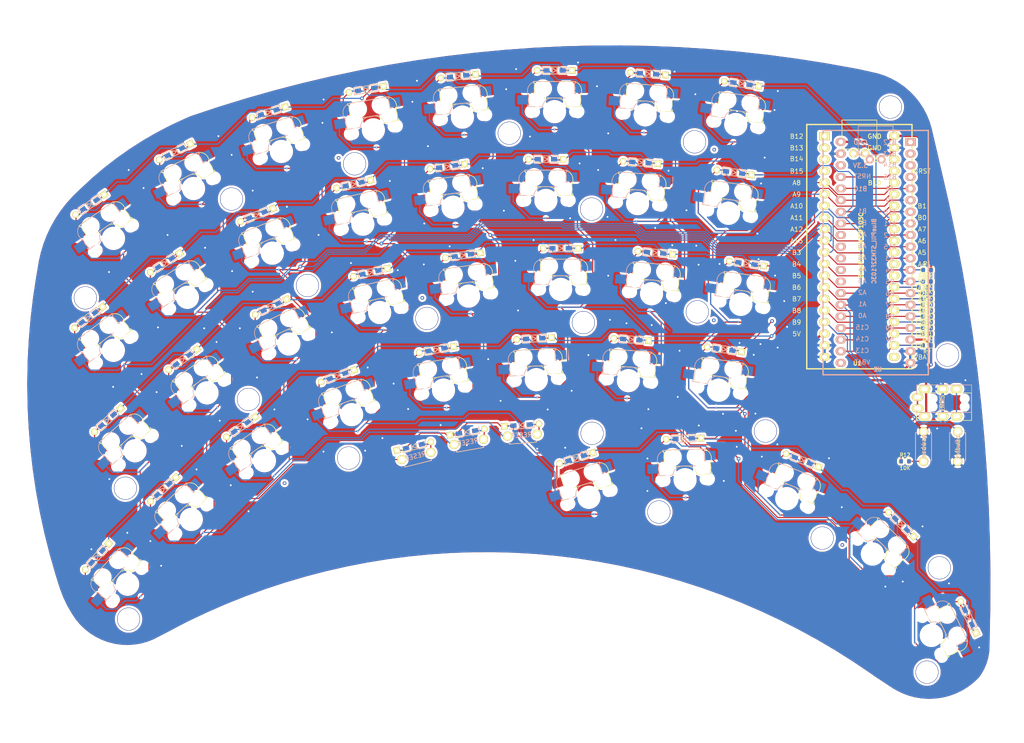
<source format=kicad_pcb>
(kicad_pcb (version 20171130) (host pcbnew "(5.1.5)-3")
  (title_block (title fan) (rev v2.0))
  (layers (0 F.Cu signal) (31 B.Cu signal) (34 B.Paste user) (35 F.Paste user) (36 B.SilkS user) (37 F.SilkS user) (38 B.Mask user) (39 F.Mask user) (44 Edge.Cuts user))
  (net 0 "")
  (net 1 row00)
  (net 2 row01)
  (net 3 row02)
  (net 4 row03)
  (net 5 row04)
  (net 6 col00)
  (net 7 col01)
  (net 8 col02)
  (net 9 col03)
  (net 10 col04)
  (net 11 col05)
  (net 12 col06)
  (net 13 col07)
  (net 14 GND)
  (net 15 hardware_reset)
  (net 16 VCC)
  (net 17 "Net-(SW1-Pad2)")
  (net 18 "Net-(SW2-Pad2)")
  (net 19 "Net-(SW3-Pad2)")
  (net 20 "Net-(SW4-Pad2)")
  (net 21 "Net-(SW5-Pad2)")
  (net 22 "Net-(SW6-Pad2)")
  (net 23 "Net-(SW7-Pad2)")
  (net 24 "Net-(SW8-Pad2)")
  (net 25 "Net-(SW9-Pad2)")
  (net 26 "Net-(SW10-Pad2)")
  (net 27 "Net-(SW11-Pad2)")
  (net 28 "Net-(SW12-Pad2)")
  (net 29 "Net-(SW13-Pad2)")
  (net 30 "Net-(SW14-Pad2)")
  (net 31 "Net-(SW15-Pad2)")
  (net 32 "Net-(SW16-Pad2)")
  (net 33 "Net-(SW17-Pad2)")
  (net 34 "Net-(SW18-Pad2)")
  (net 35 "Net-(SW19-Pad2)")
  (net 36 "Net-(SW20-Pad2)")
  (net 37 "Net-(SW21-Pad2)")
  (net 38 "Net-(SW22-Pad2)")
  (net 39 "Net-(SW23-Pad2)")
  (net 40 "Net-(SW24-Pad2)")
  (net 41 "Net-(SW25-Pad2)")
  (net 42 "Net-(SW26-Pad2)")
  (net 43 "Net-(SW27-Pad2)")
  (net 44 "Net-(SW28-Pad2)")
  (net 45 "Net-(SW29-Pad2)")
  (net 46 "Net-(SW30-Pad2)")
  (net 47 "Net-(SW31-Pad2)")
  (net 48 "Net-(SW32-Pad2)")
  (net 49 "Net-(SW33-Pad2)")
  (net 50 "Net-(SW34-Pad2)")
  (net 51 "Net-(SW35-Pad2)")
  (net 52 "Net-(SW36-Pad2)")
  (net 53 "Net-(SW37-Pad2)")
  (net 54 "Net-(SW38-Pad2)")
  (net 55 "Net-(SW39-Pad2)")
  (net 56 "Net-(SW40-Pad2)")
  (net 57 "Net-(J1-PadA)")
  (net 58 Tx)
  (net 59 "Net-(R12-Pad2)")
  (net 60 Rx)
  (net 61 PA7_R)
  (net 62 PB0_R)
  (net 63 PB1_R)
  (net 64 PB10_R)
  (net 65 PB11_R)
  (net 66 PA8_R)
  (net 67 PB15_R)
  (net 68 PB14_R)
  (net 69 PB13_R)
  (module BluePill_breakouts:BluePill_STM32F103C (layer B.Cu) (at 215.5 58.3 180)
    (fp_text reference U2 (at -0.3372 -25.6062) (layer B.SilkS) (effects (font (size 0.889 0.889) (thickness 0.3048)) (justify mirror)))
    (fp_text value BluePill_STM32F103C (at 0.4756 0.2002 90) (layer B.SilkS) (effects (font (size 0.889 0.889) (thickness 0.22225)) (justify mirror)))
    (fp_text user B15 (at -2.996 16.38 180) (layer B.SilkS) (effects (justify mirror)))
    (fp_text user A9 (at -2.996 11.3 180) (layer B.SilkS) (effects (justify mirror)))
    (fp_text user A11 (at -2.996 6.22 180) (layer B.SilkS) (effects (justify mirror)))
    (fp_text user A12 (at -2.996 3.68 180) (layer B.SilkS) (effects (justify mirror)))
    (fp_text user A15 (at -2.996 1.14 180) (layer B.SilkS) (effects (justify mirror)))
    (fp_text user B12 (at -2.996 24 180) (layer B.SilkS) (effects (justify mirror)))
    (fp_text user B3 (at -2.996 -1.4 180) (layer B.SilkS) (effects (justify mirror)))
    (fp_text user A8 (at -2.996 13.84 180) (layer B.SilkS) (effects (justify mirror)))
    (fp_text user A10 (at -2.996 8.76 180) (layer B.SilkS) (effects (justify mirror)))
    (fp_text user B13 (at -2.996 21.46 180) (layer B.SilkS) (effects (justify mirror)))
    (fp_text user B14 (at -2.996 19.094 180) (layer B.SilkS) (effects (justify mirror)))
    (fp_text user 3.3V (at 3.436 18.92) (layer B.SilkS) (effects (justify mirror)))
    (fp_text user B8 (at -2.996 -14.1 180) (layer B.SilkS) (effects (justify mirror)))
    (fp_text user B5 (at -2.996 -6.48 180) (layer B.SilkS) (effects (justify mirror)))
    (fp_text user B7 (at -2.996 -11.56 180) (layer B.SilkS) (effects (justify mirror)))
    (fp_text user B6 (at -2.996 -9.02 180) (layer B.SilkS) (effects (justify mirror)))
    (fp_text user B9 (at -2.996 -16.64 180) (layer B.SilkS) (effects (justify mirror)))
    (fp_text user B4 (at -2.996 -3.94 180) (layer B.SilkS) (effects (justify mirror)))
    (fp_text user GND (at 3.436 24) (layer B.SilkS) (effects (justify mirror)))
    (fp_text user 5V (at -2.996 -19.18 180) (layer B.SilkS) (effects (justify mirror)))
    (fp_text user B10 (at 3.436 13.84) (layer B.SilkS) (effects (justify mirror)))
    (fp_text user A5 (at 3.036 -1.2 180) (layer B.SilkS) (effects (justify mirror)))
    (fp_text user B10 (at 3.436 13.84) (layer B.SilkS) (effects (justify mirror)))
    (fp_text user A3 (at 3.036 -6.28 180) (layer B.SilkS) (effects (justify mirror)))
    (fp_text user A1 (at 3.036 -11.36 180) (layer B.SilkS) (effects (justify mirror)))
    (fp_text user C15 (at 3.036 -16.44 180) (layer B.SilkS) (effects (justify mirror)))
    (fp_text user C14 (at 3.036 -18.98 180) (layer B.SilkS) (effects (justify mirror)))
    (fp_text user A6 (at 3.036 1.34 180) (layer B.SilkS) (effects (justify mirror)))
    (fp_text user C13 (at 3.036 -21.52 180) (layer B.SilkS) (effects (justify mirror)))
    (fp_text user VBAT (at 3.036 -24.06 180) (layer B.SilkS) (effects (justify mirror)))
    (fp_text user A2 (at 3.036 -8.82 180) (layer B.SilkS) (effects (justify mirror)))
    (fp_text user NRST (at 3.036 16.58 180) (layer B.SilkS) (effects (justify mirror)))
    (fp_text user 3.3V (at 3.436 18.92) (layer B.SilkS) (effects (justify mirror)))
    (fp_text user B0 (at 3.036 6.42 180) (layer B.SilkS) (effects (justify mirror)))
    (fp_text user B1 (at 3.036 8.96 180) (layer B.SilkS) (effects (justify mirror)))
    (fp_text user A4 (at 3.036 -3.74 180) (layer B.SilkS) (effects (justify mirror)))
    (fp_text user GND (at 3.436 21.46) (layer B.SilkS) (effects (justify mirror)))
    (fp_text user GND (at 3.436 24) (layer B.SilkS) (effects (justify mirror)))
    (fp_text user A7 (at 3.036 3.88 180) (layer B.SilkS) (effects (justify mirror)))
    (fp_text user A0 (at 3.036 -13.9 180) (layer B.SilkS) (effects (justify mirror)))
    (pad 42 thru_hole oval (at -1.14 20.2408 90) (size 1.7272 1.7272) (drill 1.016) (layers *.Cu *.Mask B.SilkS))
    (pad 41 thru_hole oval (at 1.4 20.2408 90) (size 1.7272 1.7272) (drill 1.016) (layers *.Cu *.Mask B.SilkS))
    (pad 40 thru_hole oval (at 7.74 24.1016 90) (size 1.7272 2.25) (drill 1.016) (layers *.Cu *.Mask B.SilkS) (net 16 VCC))
    (pad 39 thru_hole oval (at 7.74 21.5108 90) (size 1.7272 2.25) (drill 1.016) (layers *.Cu *.Mask B.SilkS) (net 14 GND))
    (pad 38 thru_hole oval (at 7.74 18.9708 90) (size 1.7272 2.25) (drill 1.016) (layers *.Cu *.Mask B.SilkS))
    (pad 37 thru_hole oval (at 7.74 16.4308 90) (size 1.7272 2.25) (drill 1.016) (layers *.Cu *.Mask B.SilkS) (net 5 row04))
    (pad 36 thru_hole oval (at 7.74 13.8908 90) (size 1.7272 2.25) (drill 1.016) (layers *.Cu *.Mask B.SilkS) (net 4 row03))
    (pad 35 thru_hole oval (at 7.74 11.3508 90) (size 1.7272 2.25) (drill 1.016) (layers *.Cu *.Mask B.SilkS) (net 3 row02))
    (pad 34 thru_hole oval (at 7.74 8.8108 90) (size 1.7272 2.25) (drill 1.016) (layers *.Cu *.Mask B.SilkS) (net 2 row01))
    (pad 33 thru_hole oval (at 7.74 6.2708 90) (size 1.7272 2.25) (drill 1.016) (layers *.Cu *.Mask B.SilkS) (net 1 row00))
    (pad 32 thru_hole oval (at 7.74 3.7308 90) (size 1.7272 2.25) (drill 1.016) (layers *.Cu *.Mask B.SilkS))
    (pad 31 thru_hole oval (at 7.74 1.1908 90) (size 1.7272 2.25) (drill 1.016) (layers *.Cu *.Mask B.SilkS))
    (pad 30 thru_hole oval (at 7.74 -1.3492 90) (size 1.7272 2.25) (drill 1.016) (layers *.Cu *.Mask B.SilkS))
    (pad 29 thru_hole oval (at 7.74 -3.8892 90) (size 1.7272 2.25) (drill 1.016) (layers *.Cu *.Mask B.SilkS))
    (pad 28 thru_hole oval (at 7.74 -6.4292 90) (size 1.7272 2.25) (drill 1.016) (layers *.Cu *.Mask B.SilkS))
    (pad 27 thru_hole oval (at 7.74 -8.9692 90) (size 1.7272 2.25) (drill 1.016) (layers *.Cu *.Mask B.SilkS) (net 60 Rx))
    (pad 26 thru_hole oval (at 7.74 -11.5092 90) (size 1.7272 2.25) (drill 1.016) (layers *.Cu *.Mask B.SilkS) (net 58 Tx))
    (pad 25 thru_hole oval (at 7.74 -14.0492 90) (size 1.7272 2.25) (drill 1.016) (layers *.Cu *.Mask B.SilkS) (net 66 PA8_R))
    (pad 24 thru_hole oval (at 7.74 -16.5892 90) (size 1.7272 2.25) (drill 1.016) (layers *.Cu *.Mask B.SilkS) (net 67 PB15_R))
    (pad 23 thru_hole oval (at 7.74 -19.1292 90) (size 1.7272 2.25) (drill 1.016) (layers *.Cu *.Mask B.SilkS) (net 68 PB14_R))
    (pad 22 thru_hole oval (at 7.74 -21.6692 90) (size 1.7272 2.25) (drill 1.016) (layers *.Cu *.Mask B.SilkS) (net 69 PB13_R))
    (pad 21 thru_hole oval (at 7.74 -24.2092 90) (size 1.7272 2.25) (drill 1.016) (layers *.Cu *.Mask B.SilkS))
    (pad 20 thru_hole oval (at -7.5 -24.2092 270) (size 1.7272 2.25) (drill 1.016) (layers *.Cu *.Mask B.SilkS) (net 14 GND))
    (pad 19 thru_hole oval (at -7.5 -21.6692 270) (size 1.7272 2.25) (drill 1.016) (layers *.Cu *.Mask B.SilkS) (net 14 GND))
    (pad 18 thru_hole oval (at -7.5 -19.1292 270) (size 1.7272 2.25) (drill 1.016) (layers *.Cu *.Mask B.SilkS) (net 16 VCC))
    (pad 17 thru_hole oval (at -7.5 -16.5892 270) (size 1.7272 2.25) (drill 1.016) (layers *.Cu *.Mask B.SilkS) (net 15 hardware_reset))
    (pad 16 thru_hole oval (at -7.5 -14.0492 270) (size 1.7272 2.25) (drill 1.016) (layers *.Cu *.Mask B.SilkS) (net 65 PB11_R))
    (pad 15 thru_hole oval (at -7.5 -11.5092 270) (size 1.7272 2.25) (drill 1.016) (layers *.Cu *.Mask B.SilkS) (net 64 PB10_R))
    (pad 14 thru_hole oval (at -7.5 -8.9692 270) (size 1.7272 2.25) (drill 1.016) (layers *.Cu *.Mask B.SilkS) (net 63 PB1_R))
    (pad 13 thru_hole oval (at -7.5 -6.4292 270) (size 1.7272 2.25) (drill 1.016) (layers *.Cu *.Mask B.SilkS) (net 62 PB0_R))
    (pad 12 thru_hole oval (at -7.5 -3.8892 270) (size 1.7272 2.25) (drill 1.016) (layers *.Cu *.Mask B.SilkS) (net 61 PA7_R))
    (pad 11 thru_hole oval (at -7.5 -1.3492 270) (size 1.7272 2.25) (drill 1.016) (layers *.Cu *.Mask B.SilkS) (net 7 col01))
    (pad 10 thru_hole oval (at -7.5 1.1908 270) (size 1.7272 2.25) (drill 1.016) (layers *.Cu *.Mask B.SilkS) (net 8 col02))
    (pad 9 thru_hole oval (at -7.5 3.7308 270) (size 1.7272 2.25) (drill 1.016) (layers *.Cu *.Mask B.SilkS) (net 9 col03))
    (pad 8 thru_hole oval (at -7.5 6.2708 270) (size 1.7272 2.25) (drill 1.016) (layers *.Cu *.Mask B.SilkS) (net 10 col04))
    (pad 7 thru_hole oval (at -7.5 8.8108 270) (size 1.7272 2.25) (drill 1.016) (layers *.Cu *.Mask B.SilkS) (net 11 col05))
    (pad 6 thru_hole oval (at -7.5 11.3508 270) (size 1.7272 2.25) (drill 1.016) (layers *.Cu *.Mask B.SilkS) (net 12 col06))
    (pad 5 thru_hole oval (at -7.5 13.8908 270) (size 1.7272 2.25) (drill 1.016) (layers *.Cu *.Mask B.SilkS) (net 13 col07))
    (pad 4 thru_hole oval (at -7.5 16.4308 270) (size 1.7272 2.25) (drill 1.016) (layers *.Cu *.Mask B.SilkS))
    (pad 3 thru_hole oval (at -7.5 18.9708 270) (size 1.7272 2.25) (drill 1.016) (layers *.Cu *.Mask B.SilkS))
    (pad 2 thru_hole oval (at -7.5 21.5108 270) (size 1.7272 2.25) (drill 1.016) (layers *.Cu *.Mask B.SilkS))
    (pad 1 thru_hole rect (at -7.5 24.0508 270) (size 1.7272 2.25) (drill 1.016) (layers *.Cu *.Mask B.SilkS))
  )
  (module BluePill_breakouts:BluePill_STM32F103C (layer F.Cu) (at 211.7 57)
    (fp_text reference U1 (at -0.3372 25.6062 180) (layer F.SilkS) (effects (font (size 0.889 0.889) (thickness 0.3048))))
    (fp_text value BluePill_STM32F103C (at 0.4756 -0.2002 90) (layer F.SilkS) (effects (font (size 0.889 0.889) (thickness 0.22225))))
    (fp_text user B15 (at -13.596 -16.38) (layer F.SilkS))
    (fp_text user A9 (at -13.596 -11.3) (layer F.SilkS))
    (fp_text user A11 (at -13.596 -6.22) (layer F.SilkS))
    (fp_text user A12 (at -13.596 -3.68) (layer F.SilkS))
    (fp_text user A15 (at -13.596 -1.14) (layer F.SilkS))
    (fp_text user B12 (at -13.596 -24) (layer F.SilkS))
    (fp_text user B3 (at -13.596 1.4) (layer F.SilkS))
    (fp_text user A8 (at -13.596 -13.84) (layer F.SilkS))
    (fp_text user A10 (at -13.596 -8.76) (layer F.SilkS))
    (fp_text user B13 (at -13.596 -21.46) (layer F.SilkS))
    (fp_text user B14 (at -13.596 -19.094) (layer F.SilkS))
    (fp_text user 3.3V (at 3.436 -18.92) (layer F.SilkS))
    (fp_text user B8 (at -13.596 14.1) (layer F.SilkS))
    (fp_text user B5 (at -13.596 6.48) (layer F.SilkS))
    (fp_text user B7 (at -13.596 11.56) (layer F.SilkS))
    (fp_text user B6 (at -13.596 9.02) (layer F.SilkS))
    (fp_text user B9 (at -13.596 16.64) (layer F.SilkS))
    (fp_text user B4 (at -13.596 3.94) (layer F.SilkS))
    (fp_text user GND (at 3.436 -24) (layer F.SilkS))
    (fp_text user 5V (at -13.596 19.18) (layer F.SilkS))
    (fp_text user B10 (at 3.436 -13.84) (layer F.SilkS))
    (fp_text user A5 (at 13.836 1.4) (layer F.SilkS))
    (fp_text user B10 (at 3.436 -13.84) (layer F.SilkS))
    (fp_text user A3 (at 13.836 6.48) (layer F.SilkS))
    (fp_text user A1 (at 13.836 11.56) (layer F.SilkS))
    (fp_text user C15 (at 13.836 16.64) (layer F.SilkS))
    (fp_text user C14 (at 13.836 19.18) (layer F.SilkS))
    (fp_text user A6 (at 13.836 -1.14) (layer F.SilkS))
    (fp_text user C13 (at 13.836 21.72) (layer F.SilkS))
    (fp_text user VBAT (at 13.836 24.26) (layer F.SilkS))
    (fp_text user A2 (at 13.836 9.02) (layer F.SilkS))
    (fp_text user NRST (at 13.836 -16.38) (layer F.SilkS))
    (fp_text user 3.3V (at 3.436 -18.92) (layer F.SilkS))
    (fp_text user B0 (at 13.836 -6.22) (layer F.SilkS))
    (fp_text user B1 (at 13.836 -8.76) (layer F.SilkS))
    (fp_text user A4 (at 13.836 3.94) (layer F.SilkS))
    (fp_text user GND (at 3.436 -21.46) (layer F.SilkS))
    (fp_text user GND (at 3.436 -24) (layer F.SilkS))
    (fp_text user A7 (at 13.836 -3.68) (layer F.SilkS))
    (fp_text user A0 (at 13.836 14.1) (layer F.SilkS))
    (pad 42 thru_hole oval (at -1.14 -20.2408 90) (size 1.7272 1.7272) (drill 1.016) (layers *.Cu *.Mask F.SilkS))
    (pad 41 thru_hole oval (at 1.4 -20.2408 90) (size 1.7272 1.7272) (drill 1.016) (layers *.Cu *.Mask F.SilkS))
    (pad 40 thru_hole oval (at 7.74 -24.1016 90) (size 1.7272 2.25) (drill 1.016) (layers *.Cu *.Mask F.SilkS) (net 16 VCC))
    (pad 39 thru_hole oval (at 7.74 -21.5108 90) (size 1.7272 2.25) (drill 1.016) (layers *.Cu *.Mask F.SilkS) (net 14 GND))
    (pad 38 thru_hole oval (at 7.74 -18.9708 90) (size 1.7272 2.25) (drill 1.016) (layers *.Cu *.Mask F.SilkS))
    (pad 37 thru_hole oval (at 7.74 -16.4308 90) (size 1.7272 2.25) (drill 1.016) (layers *.Cu *.Mask F.SilkS) (net 5 row04))
    (pad 36 thru_hole oval (at 7.74 -13.8908 90) (size 1.7272 2.25) (drill 1.016) (layers *.Cu *.Mask F.SilkS) (net 4 row03))
    (pad 35 thru_hole oval (at 7.74 -11.3508 90) (size 1.7272 2.25) (drill 1.016) (layers *.Cu *.Mask F.SilkS) (net 3 row02))
    (pad 34 thru_hole oval (at 7.74 -8.8108 90) (size 1.7272 2.25) (drill 1.016) (layers *.Cu *.Mask F.SilkS) (net 2 row01))
    (pad 33 thru_hole oval (at 7.74 -6.2708 90) (size 1.7272 2.25) (drill 1.016) (layers *.Cu *.Mask F.SilkS) (net 1 row00))
    (pad 32 thru_hole oval (at 7.74 -3.7308 90) (size 1.7272 2.25) (drill 1.016) (layers *.Cu *.Mask F.SilkS))
    (pad 31 thru_hole oval (at 7.74 -1.1908 90) (size 1.7272 2.25) (drill 1.016) (layers *.Cu *.Mask F.SilkS))
    (pad 30 thru_hole oval (at 7.74 1.3492 90) (size 1.7272 2.25) (drill 1.016) (layers *.Cu *.Mask F.SilkS))
    (pad 29 thru_hole oval (at 7.74 3.8892 90) (size 1.7272 2.25) (drill 1.016) (layers *.Cu *.Mask F.SilkS))
    (pad 28 thru_hole oval (at 7.74 6.4292 90) (size 1.7272 2.25) (drill 1.016) (layers *.Cu *.Mask F.SilkS))
    (pad 27 thru_hole oval (at 7.74 8.9692 90) (size 1.7272 2.25) (drill 1.016) (layers *.Cu *.Mask F.SilkS) (net 60 Rx))
    (pad 26 thru_hole oval (at 7.74 11.5092 90) (size 1.7272 2.25) (drill 1.016) (layers *.Cu *.Mask F.SilkS) (net 58 Tx))
    (pad 25 thru_hole oval (at 7.74 14.0492 90) (size 1.7272 2.25) (drill 1.016) (layers *.Cu *.Mask F.SilkS) (net 66 PA8_R))
    (pad 24 thru_hole oval (at 7.74 16.5892 90) (size 1.7272 2.25) (drill 1.016) (layers *.Cu *.Mask F.SilkS) (net 67 PB15_R))
    (pad 23 thru_hole oval (at 7.74 19.1292 90) (size 1.7272 2.25) (drill 1.016) (layers *.Cu *.Mask F.SilkS) (net 68 PB14_R))
    (pad 22 thru_hole oval (at 7.74 21.6692 90) (size 1.7272 2.25) (drill 1.016) (layers *.Cu *.Mask F.SilkS) (net 69 PB13_R))
    (pad 21 thru_hole oval (at 7.74 24.2092 90) (size 1.7272 2.25) (drill 1.016) (layers *.Cu *.Mask F.SilkS))
    (pad 20 thru_hole oval (at -7.5 24.2092 270) (size 1.7272 2.25) (drill 1.016) (layers *.Cu *.Mask F.SilkS) (net 14 GND))
    (pad 19 thru_hole oval (at -7.5 21.6692 270) (size 1.7272 2.25) (drill 1.016) (layers *.Cu *.Mask F.SilkS) (net 14 GND))
    (pad 18 thru_hole oval (at -7.5 19.1292 270) (size 1.7272 2.25) (drill 1.016) (layers *.Cu *.Mask F.SilkS) (net 16 VCC))
    (pad 17 thru_hole oval (at -7.5 16.5892 270) (size 1.7272 2.25) (drill 1.016) (layers *.Cu *.Mask F.SilkS) (net 15 hardware_reset))
    (pad 16 thru_hole oval (at -7.5 14.0492 270) (size 1.7272 2.25) (drill 1.016) (layers *.Cu *.Mask F.SilkS) (net 65 PB11_R))
    (pad 15 thru_hole oval (at -7.5 11.5092 270) (size 1.7272 2.25) (drill 1.016) (layers *.Cu *.Mask F.SilkS) (net 64 PB10_R))
    (pad 14 thru_hole oval (at -7.5 8.9692 270) (size 1.7272 2.25) (drill 1.016) (layers *.Cu *.Mask F.SilkS) (net 63 PB1_R))
    (pad 13 thru_hole oval (at -7.5 6.4292 270) (size 1.7272 2.25) (drill 1.016) (layers *.Cu *.Mask F.SilkS) (net 62 PB0_R))
    (pad 12 thru_hole oval (at -7.5 3.8892 270) (size 1.7272 2.25) (drill 1.016) (layers *.Cu *.Mask F.SilkS) (net 61 PA7_R))
    (pad 11 thru_hole oval (at -7.5 1.3492 270) (size 1.7272 2.25) (drill 1.016) (layers *.Cu *.Mask F.SilkS) (net 7 col01))
    (pad 10 thru_hole oval (at -7.5 -1.1908 270) (size 1.7272 2.25) (drill 1.016) (layers *.Cu *.Mask F.SilkS) (net 8 col02))
    (pad 9 thru_hole oval (at -7.5 -3.7308 270) (size 1.7272 2.25) (drill 1.016) (layers *.Cu *.Mask F.SilkS) (net 9 col03))
    (pad 8 thru_hole oval (at -7.5 -6.2708 270) (size 1.7272 2.25) (drill 1.016) (layers *.Cu *.Mask F.SilkS) (net 10 col04))
    (pad 7 thru_hole oval (at -7.5 -8.8108 270) (size 1.7272 2.25) (drill 1.016) (layers *.Cu *.Mask F.SilkS) (net 11 col05))
    (pad 6 thru_hole oval (at -7.5 -11.3508 270) (size 1.7272 2.25) (drill 1.016) (layers *.Cu *.Mask F.SilkS) (net 12 col06))
    (pad 5 thru_hole oval (at -7.5 -13.8908 270) (size 1.7272 2.25) (drill 1.016) (layers *.Cu *.Mask F.SilkS) (net 13 col07))
    (pad 4 thru_hole oval (at -7.5 -16.4308 270) (size 1.7272 2.25) (drill 1.016) (layers *.Cu *.Mask F.SilkS))
    (pad 3 thru_hole oval (at -7.5 -18.9708 270) (size 1.7272 2.25) (drill 1.016) (layers *.Cu *.Mask F.SilkS))
    (pad 2 thru_hole oval (at -7.5 -21.5108 270) (size 1.7272 2.25) (drill 1.016) (layers *.Cu *.Mask F.SilkS))
    (pad 1 thru_hole rect (at -7.5 -24.0508 270) (size 1.7272 2.25) (drill 1.016) (layers *.Cu *.Mask F.SilkS))
  )
  (module keyboard_parts:R_1608_rev2 (layer F.Cu) (at 226.6 64.725 180)
    (fp_text reference R2 (at 0 -1.4) (layer F.SilkS) (effects (font (size 0.8 0.8))))
    (fp_text value 10K (at 0 1.475) (layer F.SilkS) (effects (font (size 0.8 0.8))))
    (pad 1 smd roundrect (at -0.85 0 180) (size 0.8 0.9) (layers B.Cu B.Paste B.Mask) (net 16 VCC) (clearance 0.1))
    (pad 2 smd roundrect (at 0.85 0 180) (size 0.8 0.9) (layers B.Cu B.Paste B.Mask) (net 62 PB0_R) (clearance 0.1))
    (pad 1 smd roundrect (at -0.85 0 180) (size 0.8 0.9) (layers F.Cu F.Paste F.Mask) (net 16 VCC) (clearance 0.1))
    (pad 2 smd roundrect (at 0.85 0 180) (size 0.8 0.9) (layers F.Cu F.Paste F.Mask) (net 62 PB0_R) (clearance 0.1))
  )
  (module keyboard_parts:R_1608_rev2 (layer F.Cu) (at 226.6 72.325 180)
    (fp_text reference R5 (at 0 -1.4 180) (layer F.SilkS) (effects (font (size 0.8 0.8))))
    (fp_text value 10K (at 0 1.475 180) (layer F.SilkS) (effects (font (size 0.8 0.8))))
    (pad 1 smd roundrect (at -0.85 0 180) (size 0.8 0.9) (layers B.Cu B.Paste B.Mask) (net 16 VCC) (clearance 0.1))
    (pad 2 smd roundrect (at 0.85 0 180) (size 0.8 0.9) (layers B.Cu B.Paste B.Mask) (net 65 PB11_R) (clearance 0.1))
    (pad 1 smd roundrect (at -0.85 0 180) (size 0.8 0.9) (layers F.Cu F.Paste F.Mask) (net 16 VCC) (clearance 0.1))
    (pad 2 smd roundrect (at 0.85 0 180) (size 0.8 0.9) (layers F.Cu F.Paste F.Mask) (net 65 PB11_R) (clearance 0.1))
  )
  (module keyboard_parts:R_1608_rev2 (layer F.Cu) (at 226.6 69.775 180)
    (fp_text reference R4 (at 0 -1.4 180) (layer F.SilkS) (effects (font (size 0.8 0.8))))
    (fp_text value 10K (at 0 1.475 180) (layer F.SilkS) (effects (font (size 0.8 0.8))))
    (pad 1 smd roundrect (at -0.85 0 180) (size 0.8 0.9) (layers B.Cu B.Paste B.Mask) (net 16 VCC) (clearance 0.1))
    (pad 2 smd roundrect (at 0.85 0 180) (size 0.8 0.9) (layers B.Cu B.Paste B.Mask) (net 64 PB10_R) (clearance 0.1))
    (pad 1 smd roundrect (at -0.85 0 180) (size 0.8 0.9) (layers F.Cu F.Paste F.Mask) (net 16 VCC) (clearance 0.1))
    (pad 2 smd roundrect (at 0.85 0 180) (size 0.8 0.9) (layers F.Cu F.Paste F.Mask) (net 64 PB10_R) (clearance 0.1))
  )
  (module keyboard_parts:R_1608_rev2 (layer F.Cu) (at 226.6 67.275 180)
    (fp_text reference R3 (at 0 -1.4 180) (layer F.SilkS) (effects (font (size 0.8 0.8))))
    (fp_text value 10K (at 0 1.475 180) (layer F.SilkS) (effects (font (size 0.8 0.8))))
    (pad 1 smd roundrect (at -0.85 0 180) (size 0.8 0.9) (layers B.Cu B.Paste B.Mask) (net 16 VCC) (clearance 0.1))
    (pad 2 smd roundrect (at 0.85 0 180) (size 0.8 0.9) (layers B.Cu B.Paste B.Mask) (net 63 PB1_R) (clearance 0.1))
    (pad 1 smd roundrect (at -0.85 0 180) (size 0.8 0.9) (layers F.Cu F.Paste F.Mask) (net 16 VCC) (clearance 0.1))
    (pad 2 smd roundrect (at 0.85 0 180) (size 0.8 0.9) (layers F.Cu F.Paste F.Mask) (net 63 PB1_R) (clearance 0.1))
  )
  (module keyboard_parts:R_1608_rev2 (layer F.Cu) (at 226.625 62.2)
    (fp_text reference R1 (at 0 -1.4 180) (layer F.SilkS) (effects (font (size 0.8 0.8))))
    (fp_text value 10K (at 0 1.475 180) (layer F.SilkS) (effects (font (size 0.8 0.8))))
    (pad 1 smd roundrect (at -0.85 0) (size 0.8 0.9) (layers B.Cu B.Paste B.Mask) (net 61 PA7_R) (clearance 0.1))
    (pad 2 smd roundrect (at 0.85 0) (size 0.8 0.9) (layers B.Cu B.Paste B.Mask) (net 16 VCC) (clearance 0.1))
    (pad 1 smd roundrect (at -0.85 0) (size 0.8 0.9) (layers F.Cu F.Paste F.Mask) (net 61 PA7_R) (clearance 0.1))
    (pad 2 smd roundrect (at 0.85 0) (size 0.8 0.9) (layers F.Cu F.Paste F.Mask) (net 16 VCC) (clearance 0.1))
  )
  (module keyboard_parts:R_1608_rev2 (layer F.Cu) (at 226.6 71.025 180)
    (fp_text reference R6 (at 0 -1.4 180) (layer F.SilkS) (effects (font (size 0.8 0.8))))
    (fp_text value 10K (at 0 1.475 180) (layer F.SilkS) (effects (font (size 0.8 0.8))))
    (pad 1 smd roundrect (at -0.85 0 180) (size 0.8 0.9) (layers B.Cu B.Paste B.Mask) (net 16 VCC) (clearance 0.1))
    (pad 2 smd roundrect (at 0.85 0 180) (size 0.8 0.9) (layers B.Cu B.Paste B.Mask) (net 66 PA8_R) (clearance 0.1))
    (pad 1 smd roundrect (at -0.85 0 180) (size 0.8 0.9) (layers F.Cu F.Paste F.Mask) (net 16 VCC) (clearance 0.1))
    (pad 2 smd roundrect (at 0.85 0 180) (size 0.8 0.9) (layers F.Cu F.Paste F.Mask) (net 66 PA8_R) (clearance 0.1))
  )
  (module keyboard_parts:R_1608_rev2 (layer F.Cu) (at 226.6 73.575 180)
    (fp_text reference R7 (at 0 -1.4 180) (layer F.SilkS) (effects (font (size 0.8 0.8))))
    (fp_text value 10K (at 0 1.475 180) (layer F.SilkS) (effects (font (size 0.8 0.8))))
    (pad 1 smd roundrect (at -0.85 0 180) (size 0.8 0.9) (layers B.Cu B.Paste B.Mask) (net 16 VCC) (clearance 0.1))
    (pad 2 smd roundrect (at 0.85 0 180) (size 0.8 0.9) (layers B.Cu B.Paste B.Mask) (net 67 PB15_R) (clearance 0.1))
    (pad 1 smd roundrect (at -0.85 0 180) (size 0.8 0.9) (layers F.Cu F.Paste F.Mask) (net 16 VCC) (clearance 0.1))
    (pad 2 smd roundrect (at 0.85 0 180) (size 0.8 0.9) (layers F.Cu F.Paste F.Mask) (net 67 PB15_R) (clearance 0.1))
  )
  (module keyboard_parts:R_1608_rev2 (layer F.Cu) (at 226.6 76.15 180)
    (fp_text reference R8 (at 0 -1.4 180) (layer F.SilkS) (effects (font (size 0.8 0.8))))
    (fp_text value 10K (at 0 1.475 180) (layer F.SilkS) (effects (font (size 0.8 0.8))))
    (pad 1 smd roundrect (at -0.85 0 180) (size 0.8 0.9) (layers B.Cu B.Paste B.Mask) (net 16 VCC) (clearance 0.1))
    (pad 2 smd roundrect (at 0.85 0 180) (size 0.8 0.9) (layers B.Cu B.Paste B.Mask) (net 68 PB14_R) (clearance 0.1))
    (pad 1 smd roundrect (at -0.85 0 180) (size 0.8 0.9) (layers F.Cu F.Paste F.Mask) (net 16 VCC) (clearance 0.1))
    (pad 2 smd roundrect (at 0.85 0 180) (size 0.8 0.9) (layers F.Cu F.Paste F.Mask) (net 68 PB14_R) (clearance 0.1))
  )
  (module keyboard_parts:R_1608_rev2 (layer F.Cu) (at 226.575 78.675 180)
    (fp_text reference R9 (at 0 -1.4 180) (layer F.SilkS) (effects (font (size 0.8 0.8))))
    (fp_text value 10K (at 0 1.475 180) (layer F.SilkS) (effects (font (size 0.8 0.8))))
    (pad 1 smd roundrect (at -0.85 0 180) (size 0.8 0.9) (layers B.Cu B.Paste B.Mask) (net 16 VCC) (clearance 0.1))
    (pad 2 smd roundrect (at 0.85 0 180) (size 0.8 0.9) (layers B.Cu B.Paste B.Mask) (net 69 PB13_R) (clearance 0.1))
    (pad 1 smd roundrect (at -0.85 0 180) (size 0.8 0.9) (layers F.Cu F.Paste F.Mask) (net 16 VCC) (clearance 0.1))
    (pad 2 smd roundrect (at 0.85 0 180) (size 0.8 0.9) (layers F.Cu F.Paste F.Mask) (net 69 PB13_R) (clearance 0.1))
  )
  (module keyboard_parts:R_1608_rev2 (layer F.Cu) (at 226.6 68.5 180)
    (fp_text reference R10 (at 0 -1.4 180) (layer F.SilkS) (effects (font (size 0.8 0.8))))
    (fp_text value 10K (at 0 1.475 180) (layer F.SilkS) (effects (font (size 0.8 0.8))))
    (pad 1 smd roundrect (at -0.85 0 180) (size 0.8 0.9) (layers B.Cu B.Paste B.Mask) (net 16 VCC) (clearance 0.1))
    (pad 2 smd roundrect (at 0.85 0 180) (size 0.8 0.9) (layers B.Cu B.Paste B.Mask) (net 58 Tx) (clearance 0.1))
    (pad 1 smd roundrect (at -0.85 0 180) (size 0.8 0.9) (layers F.Cu F.Paste F.Mask) (net 16 VCC) (clearance 0.1))
    (pad 2 smd roundrect (at 0.85 0 180) (size 0.8 0.9) (layers F.Cu F.Paste F.Mask) (net 58 Tx) (clearance 0.1))
  )
  (module keyboard_parts:R_1608_rev2 (layer F.Cu) (at 226.6 74.875 180)
    (fp_text reference R11 (at 0 -1.4 180) (layer F.SilkS) (effects (font (size 0.8 0.8))))
    (fp_text value 10K (at 0 1.475 180) (layer F.SilkS) (effects (font (size 0.8 0.8))))
    (pad 1 smd roundrect (at -0.85 0 180) (size 0.8 0.9) (layers B.Cu B.Paste B.Mask) (net 16 VCC) (clearance 0.1))
    (pad 2 smd roundrect (at 0.85 0 180) (size 0.8 0.9) (layers B.Cu B.Paste B.Mask) (net 15 hardware_reset) (clearance 0.1))
    (pad 1 smd roundrect (at -0.85 0 180) (size 0.8 0.9) (layers F.Cu F.Paste F.Mask) (net 16 VCC) (clearance 0.1))
    (pad 2 smd roundrect (at 0.85 0 180) (size 0.8 0.9) (layers F.Cu F.Paste F.Mask) (net 15 hardware_reset) (clearance 0.1))
  )
  (module keyboard_parts:R_1608_rev2 (layer F.Cu) (at 221.8 104.025)
    (fp_text reference R12 (at 0 -1.4 180) (layer F.SilkS) (effects (font (size 0.8 0.8))))
    (fp_text value 10K (at 0 1.475 180) (layer F.SilkS) (effects (font (size 0.8 0.8))))
    (pad 1 smd roundrect (at -0.85 0) (size 0.8 0.9) (layers B.Cu B.Paste B.Mask) (net 16 VCC) (clearance 0.1))
    (pad 2 smd roundrect (at 0.85 0) (size 0.8 0.9) (layers B.Cu B.Paste B.Mask) (net 59 "Net-(R12-Pad2)") (clearance 0.1))
    (pad 1 smd roundrect (at -0.85 0) (size 0.8 0.9) (layers F.Cu F.Paste F.Mask) (net 16 VCC) (clearance 0.1))
    (pad 2 smd roundrect (at 0.85 0) (size 0.8 0.9) (layers F.Cu F.Paste F.Mask) (net 59 "Net-(R12-Pad2)") (clearance 0.1))
  )
  (module keyboard_parts:R_1608_rev2 (layer F.Cu) (at 225.7 66 180)
    (fp_text reference R20 (at 0 -1.4 180) (layer F.SilkS) (effects (font (size 0.8 0.8))))
    (fp_text value 10K (at 0 1.475 180) (layer F.SilkS) (effects (font (size 0.8 0.8))))
    (pad 1 smd roundrect (at -0.85 0 180) (size 0.8 0.9) (layers B.Cu B.Paste B.Mask) (net 58 Tx) (clearance 0.1))
    (pad 2 smd roundrect (at 0.85 0 180) (size 0.8 0.9) (layers B.Cu B.Paste B.Mask) (net 60 Rx) (clearance 0.1))
    (pad 1 smd roundrect (at -0.85 0 180) (size 0.8 0.9) (layers F.Cu F.Paste F.Mask) (net 58 Tx) (clearance 0.1))
    (pad 2 smd roundrect (at 0.85 0 180) (size 0.8 0.9) (layers F.Cu F.Paste F.Mask) (net 60 Rx) (clearance 0.1))
  )
  (module kbd:HOLE (layer F.Cu) (at 168 115.1)
    (fp_text reference Ref** hide)
    (fp_text value Val** hide)
    (pad "" np_thru_hole circle (at 0 0) (size 5 5) (drill 4.8) (layers *.Cu *.Mask))
  )
  (module kbd:HOLE (layer F.Cu) (at 218.6 26.6)
    (fp_text reference Ref** hide)
    (fp_text value Val** hide)
    (pad "" np_thru_hole circle (at 0 0) (size 5 5) (drill 4.8) (layers *.Cu *.Mask))
  )
  (module kbd:HOLE (layer F.Cu) (at 100.2 103.3)
    (fp_text reference Ref** hide)
    (fp_text value Val** hide)
    (pad "" np_thru_hole circle (at 0 0) (size 5 5) (drill 4.8) (layers *.Cu *.Mask))
  )
  (module kbd:HOLE (layer F.Cu) (at 153.3 48.9)
    (fp_text reference Ref** hide)
    (fp_text value Val** hide)
    (pad "" np_thru_hole circle (at 0 0) (size 5 5) (drill 4.8) (layers *.Cu *.Mask))
  )
  (module kbd:HOLE (layer F.Cu) (at 91.2 65.6)
    (fp_text reference Ref** hide)
    (fp_text value Val** hide)
    (pad "" np_thru_hole circle (at 0 0) (size 5 5) (drill 4.8) (layers *.Cu *.Mask))
  )
  (module kbd:HOLE (layer F.Cu) (at 151.5 73.7)
    (fp_text reference Ref** hide)
    (fp_text value Val** hide)
    (pad "" np_thru_hole circle (at 0 0) (size 5 5) (drill 4.8) (layers *.Cu *.Mask))
  )
  (module kbd:HOLE (layer F.Cu) (at 101.5 39)
    (fp_text reference Ref** hide)
    (fp_text value Val** hide)
    (pad "" np_thru_hole circle (at 0 0) (size 5 5) (drill 4.8) (layers *.Cu *.Mask))
  )
  (module kbd:HOLE (layer F.Cu) (at 226.6 150.1)
    (fp_text reference Ref** hide)
    (fp_text value Val** hide)
    (pad "" np_thru_hole circle (at 0 0) (size 5 5) (drill 4.8) (layers *.Cu *.Mask))
  )
  (module kbd:HOLE (layer F.Cu) (at 52.1 138.5)
    (fp_text reference Ref** hide)
    (fp_text value Val** hide)
    (pad "" np_thru_hole circle (at 0 0) (size 5 5) (drill 4.8) (layers *.Cu *.Mask))
  )
  (module kbd:HOLE (layer F.Cu) (at 231.1 80.8)
    (fp_text reference Ref** hide)
    (fp_text value Val** hide)
    (pad "" np_thru_hole circle (at 0 0) (size 5 5) (drill 4.8) (layers *.Cu *.Mask))
  )
  (module kbd:HOLE (layer F.Cu) (at 203.7 120.8)
    (fp_text reference Ref** hide)
    (fp_text value Val** hide)
    (pad "" np_thru_hole circle (at 0 0) (size 5 5) (drill 4.8) (layers *.Cu *.Mask))
  )
  (module kbd:HOLE (layer F.Cu) (at 191.3 97.4)
    (fp_text reference Ref** hide)
    (fp_text value Val** hide)
    (pad "" np_thru_hole circle (at 0 0) (size 5 5) (drill 4.8) (layers *.Cu *.Mask))
  )
  (module kbd:HOLE (layer F.Cu) (at 153.4 97.9)
    (fp_text reference Ref** hide)
    (fp_text value Val** hide)
    (pad "" np_thru_hole circle (at 0 0) (size 5 5) (drill 4.8) (layers *.Cu *.Mask))
  )
  (module kbd:HOLE (layer F.Cu) (at 176.4 71.35)
    (fp_text reference Ref** hide)
    (fp_text value Val** hide)
    (pad "" np_thru_hole circle (at 0 0) (size 5 5) (drill 4.8) (layers *.Cu *.Mask))
  )
  (module kbd:HOLE (layer F.Cu) (at 135.3 32.3)
    (fp_text reference Ref** hide)
    (fp_text value Val** hide)
    (pad "" np_thru_hole circle (at 0 0) (size 5 5) (drill 4.8) (layers *.Cu *.Mask))
  )
  (module kbd:HOLE (layer F.Cu) (at 78.3 90.5)
    (fp_text reference Ref** hide)
    (fp_text value Val** hide)
    (pad "" np_thru_hole circle (at 0 0) (size 5 5) (drill 4.8) (layers *.Cu *.Mask))
  )
  (module kbd:HOLE (layer F.Cu) (at 74.6 46.7)
    (fp_text reference Ref** hide)
    (fp_text value Val** hide)
    (pad "" np_thru_hole circle (at 0 0) (size 5 5) (drill 4.8) (layers *.Cu *.Mask))
  )
  (module kbd:HOLE (layer F.Cu) (at 42.65 68.3)
    (fp_text reference Ref** hide)
    (fp_text value Val** hide)
    (pad "" np_thru_hole circle (at 0 0) (size 5 5) (drill 4.8) (layers *.Cu *.Mask))
  )
  (module kbd:HOLE (layer F.Cu) (at 175.8 34.2)
    (fp_text reference Ref** hide)
    (fp_text value Val** hide)
    (pad "" np_thru_hole circle (at 0 0) (size 5 5) (drill 4.8) (layers *.Cu *.Mask))
  )
  (module kbd:HOLE (layer F.Cu) (at 117.3 72.8)
    (fp_text reference Ref** hide)
    (fp_text value Val** hide)
    (pad "" np_thru_hole circle (at 0 0) (size 5 5) (drill 4.8) (layers *.Cu *.Mask))
  )
  (module kbd:HOLE (layer F.Cu) (at 229.3 127.3)
    (fp_text reference Ref** hide)
    (fp_text value Val** hide)
    (pad "" np_thru_hole circle (at 0 0) (size 5 5) (drill 4.8) (layers *.Cu *.Mask))
  )
  (module kbd:HOLE (layer F.Cu) (at 51.4 109.9)
    (fp_text reference Ref** hide)
    (fp_text value Val** hide)
    (pad "" np_thru_hole circle (at 0 0) (size 5 5) (drill 4.8) (layers *.Cu *.Mask))
  )
  (module kbd:ResetSW (layer F.Cu) (at 225.867 100.775 90)
    (fp_text reference SW42 hide)
    (fp_text value SW_PUSH)
    (fp_text user hardware (at 0.127 0 90) (layer B.SilkS) (effects (justify mirror)))
    (fp_text user hardware (at 0 0 90) (layer F.SilkS))
    (pad 1 thru_hole circle (at 3.25 0 90) (size 2 2) (drill 1.3) (layers *.Cu *.Mask F.SilkS) (net 14 GND))
    (pad 2 thru_hole circle (at -3.25 0 90) (size 2 2) (drill 1.3) (layers *.Cu *.Mask F.SilkS) (net 59 "Net-(R12-Pad2)"))
  )
  (module kbd:MJ-4PP-9 (layer F.Cu) (at 236.343 92.079 270)
    (fp_text reference J1)
    (fp_text value MJ-4PP-9 hide)
    (fp_text user TRRS (at -0.8255 6.4135 90) (layer B.SilkS) (effects (justify mirror)))
    (fp_text user TRRS (at -0.75 6.45 90) (layer F.SilkS))
    (pad "" np_thru_hole circle (at -1.75 8.5 270) (size 1.2 1.2) (drill 1.2) (layers *.Cu *.Mask F.SilkS))
    (pad "" np_thru_hole circle (at -1.75 1.5 270) (size 1.2 1.2) (drill 1.2) (layers *.Cu *.Mask F.SilkS))
    (pad D thru_hole oval (at -3.85 10.3 270) (size 1.7 2.5) (drill oval 1 1.5) (layers *.Cu *.Mask F.SilkS) (net 16 VCC) (clearance 0.15))
    (pad A thru_hole oval (at 0.35 11.8 270) (size 1.7 2.5) (drill oval 1 1.5) (layers *.Cu *.Mask F.SilkS) (net 57 "Net-(J1-PadA)") (clearance 0.15))
    (pad B thru_hole oval (at -3.85 3.3 270) (size 1.7 2.5) (drill oval 1 1.5) (layers *.Cu *.Mask F.SilkS) (net 58 Tx))
    (pad C thru_hole oval (at -3.85 6.3 270) (size 1.7 2.5) (drill oval 1 1.5) (layers *.Cu *.Mask F.SilkS) (net 14 GND))
    (pad "" np_thru_hole circle (at 0 1.5 270) (size 1.2 1.2) (drill 1.2) (layers *.Cu *.Mask F.SilkS))
    (pad "" np_thru_hole circle (at 0 8.5 270) (size 1.2 1.2) (drill 1.2) (layers *.Cu *.Mask F.SilkS))
    (pad B thru_hole oval (at 2.1 3.3 270) (size 1.7 2.5) (drill oval 1 1.5) (layers *.Cu *.Mask F.SilkS) (net 58 Tx))
    (pad C thru_hole oval (at 2.1 6.3 270) (size 1.7 2.5) (drill oval 1 1.5) (layers *.Cu *.Mask F.SilkS) (net 14 GND))
    (pad D thru_hole oval (at 2.1 10.3 270) (size 1.7 2.5) (drill oval 1 1.5) (layers *.Cu *.Mask F.SilkS) (net 16 VCC) (clearance 0.15))
    (pad A thru_hole oval (at -2.1 11.8 270) (size 1.7 2.5) (drill oval 1 1.5) (layers *.Cu *.Mask F.SilkS) (net 57 "Net-(J1-PadA)") (clearance 0.15))
  )
  (module kbd:CherryMX_MidHeight_Hotswap_edit (layer F.Cu) (at 161.335 86.393 356)
    (fp_text reference SW34 hide)
    (fp_text value SW_PUSH-kbd hide)
    (pad 3 smd rect (at 1.775 -9 176) (size 1.3 0.95) (layers B.Cu B.Paste B.Mask) (net 4 row03))
    (pad 3 thru_hole rect (at 3.81 -9 176) (size 1.397 1.397) (drill 0.8128) (layers *.Cu *.Mask F.SilkS) (net 4 row03))
    (pad 2 thru_hole circle (at -3.81 -9 176) (size 1.397 1.397) (drill 0.8128) (layers *.Cu *.Mask F.SilkS) (net 50 "Net-(SW34-Pad2)"))
    (pad 3 smd rect (at 1.775 -9 176) (size 1.3 0.95) (layers F.Cu F.Paste F.Mask) (net 4 row03))
    (pad 2 smd rect (at -1.775 -9 176) (size 1.3 0.95) (layers F.Cu F.Paste F.Mask) (net 50 "Net-(SW34-Pad2)"))
    (pad 2 smd rect (at -1.775 -9 176) (size 1.3 0.95) (layers B.Cu B.Paste B.Mask) (net 50 "Net-(SW34-Pad2)"))
    (pad 1 smd rect (at -7 -2.58 176) (size 2.3 2) (layers B.Cu B.Paste B.Mask) (net 12 col06))
    (pad 1 smd rect (at 7 -2.58 176) (size 2.3 2) (layers F.Cu F.Paste F.Mask) (net 12 col06))
    (pad 2 smd rect (at -5.7 -5.12 176) (size 2.3 2) (layers F.Cu F.Paste F.Mask) (net 50 "Net-(SW34-Pad2)"))
    (pad "" np_thru_hole circle (at -3.81 -2.54 176) (size 3 3) (drill 3) (layers *.Cu *.Mask))
    (pad "" np_thru_hole circle (at -2.54 -5.08 176) (size 3 3) (drill 3) (layers *.Cu *.Mask))
    (pad "" np_thru_hole circle (at 3.81 -2.540001 176) (size 3 3) (drill 3) (layers *.Cu *.Mask))
    (pad "" np_thru_hole circle (at 2.54 -5.08 266) (size 3 3) (drill 3) (layers *.Cu *.Mask))
    (pad "" np_thru_hole circle (at 0 0 86) (size 4.1 4.1) (drill 4.1) (layers *.Cu *.Mask))
    (pad "" np_thru_hole circle (at 5.08 0 356) (size 1.9 1.9) (drill 1.9) (layers *.Cu *.Mask))
    (pad "" np_thru_hole circle (at -5.08 0 356) (size 1.9 1.9) (drill 1.9) (layers *.Cu *.Mask))
    (pad 2 smd rect (at 5.7 -5.12 176) (size 2.3 2) (layers B.Cu B.Paste B.Mask) (net 50 "Net-(SW34-Pad2)"))
    (pad "" np_thru_hole circle (at -4.5 0 356) (size 1.7 1.7) (drill 1.7) (layers *.Cu *.Mask))
    (pad "" np_thru_hole circle (at 4.5 0 356) (size 1.7 1.7) (drill 1.7) (layers *.Cu *.Mask))
    (pad 1 thru_hole circle (at 0.001 3.878 356) (size 0.4 0.4) (drill 0.2) (layers *.Cu) (net 12 col06))
  )
  (module kbd:CherryMX_MidHeight_Hotswap_edit (layer F.Cu) (at 163.34 47.7 356)
    (fp_text reference SW32 hide)
    (fp_text value SW_PUSH-kbd hide)
    (pad 3 smd rect (at 1.775 -9 176) (size 1.3 0.95) (layers B.Cu B.Paste B.Mask) (net 2 row01))
    (pad 3 thru_hole rect (at 3.81 -9 176) (size 1.397 1.397) (drill 0.8128) (layers *.Cu *.Mask F.SilkS) (net 2 row01))
    (pad 2 thru_hole circle (at -3.81 -9 176) (size 1.397 1.397) (drill 0.8128) (layers *.Cu *.Mask F.SilkS) (net 48 "Net-(SW32-Pad2)"))
    (pad 3 smd rect (at 1.775 -9 176) (size 1.3 0.95) (layers F.Cu F.Paste F.Mask) (net 2 row01))
    (pad 2 smd rect (at -1.775 -9 176) (size 1.3 0.95) (layers F.Cu F.Paste F.Mask) (net 48 "Net-(SW32-Pad2)"))
    (pad 2 smd rect (at -1.775 -9 176) (size 1.3 0.95) (layers B.Cu B.Paste B.Mask) (net 48 "Net-(SW32-Pad2)"))
    (pad 1 smd rect (at -7 -2.58 176) (size 2.3 2) (layers B.Cu B.Paste B.Mask) (net 12 col06))
    (pad 1 smd rect (at 7 -2.58 176) (size 2.3 2) (layers F.Cu F.Paste F.Mask) (net 12 col06))
    (pad 2 smd rect (at -5.7 -5.12 176) (size 2.3 2) (layers F.Cu F.Paste F.Mask) (net 48 "Net-(SW32-Pad2)"))
    (pad "" np_thru_hole circle (at -3.81 -2.54 176) (size 3 3) (drill 3) (layers *.Cu *.Mask))
    (pad "" np_thru_hole circle (at -2.54 -5.08 176) (size 3 3) (drill 3) (layers *.Cu *.Mask))
    (pad "" np_thru_hole circle (at 3.81 -2.540001 176) (size 3 3) (drill 3) (layers *.Cu *.Mask))
    (pad "" np_thru_hole circle (at 2.54 -5.08 266) (size 3 3) (drill 3) (layers *.Cu *.Mask))
    (pad "" np_thru_hole circle (at 0 0 86) (size 4.1 4.1) (drill 4.1) (layers *.Cu *.Mask))
    (pad "" np_thru_hole circle (at 5.08 0 356) (size 1.9 1.9) (drill 1.9) (layers *.Cu *.Mask))
    (pad "" np_thru_hole circle (at -5.08 0 356) (size 1.9 1.9) (drill 1.9) (layers *.Cu *.Mask))
    (pad 2 smd rect (at 5.7 -5.12 176) (size 2.3 2) (layers B.Cu B.Paste B.Mask) (net 48 "Net-(SW32-Pad2)"))
    (pad "" np_thru_hole circle (at -4.5 0 356) (size 1.7 1.7) (drill 1.7) (layers *.Cu *.Mask))
    (pad "" np_thru_hole circle (at 4.5 0 356) (size 1.7 1.7) (drill 1.7) (layers *.Cu *.Mask))
    (pad 1 thru_hole circle (at 0.001 3.878 356) (size 0.4 0.4) (drill 0.2) (layers *.Cu) (net 12 col06))
  )
  (module kbd:CherryMX_MidHeight_Hotswap_edit (layer F.Cu) (at 69.239 89.057 36)
    (fp_text reference SW8 hide)
    (fp_text value SW_PUSH-kbd hide)
    (pad 3 smd rect (at 1.775 -9 216) (size 1.3 0.95) (layers B.Cu B.Paste B.Mask) (net 3 row02))
    (pad 3 thru_hole rect (at 3.81 -9 216) (size 1.397 1.397) (drill 0.8128) (layers *.Cu *.Mask F.SilkS) (net 3 row02))
    (pad 2 thru_hole circle (at -3.81 -9 216) (size 1.397 1.397) (drill 0.8128) (layers *.Cu *.Mask F.SilkS) (net 24 "Net-(SW8-Pad2)"))
    (pad 3 smd rect (at 1.775 -9 216) (size 1.3 0.95) (layers F.Cu F.Paste F.Mask) (net 3 row02))
    (pad 2 smd rect (at -1.775 -9 216) (size 1.3 0.95) (layers F.Cu F.Paste F.Mask) (net 24 "Net-(SW8-Pad2)"))
    (pad 2 smd rect (at -1.775 -9 216) (size 1.3 0.95) (layers B.Cu B.Paste B.Mask) (net 24 "Net-(SW8-Pad2)"))
    (pad 1 smd rect (at -7 -2.58 216) (size 2.3 2) (layers B.Cu B.Paste B.Mask) (net 7 col01))
    (pad 1 smd rect (at 7 -2.58 216) (size 2.3 2) (layers F.Cu F.Paste F.Mask) (net 7 col01))
    (pad 2 smd rect (at -5.7 -5.12 216) (size 2.3 2) (layers F.Cu F.Paste F.Mask) (net 24 "Net-(SW8-Pad2)"))
    (pad "" np_thru_hole circle (at -3.81 -2.54 216) (size 3 3) (drill 3) (layers *.Cu *.Mask))
    (pad "" np_thru_hole circle (at -2.54 -5.08 216) (size 3 3) (drill 3) (layers *.Cu *.Mask))
    (pad "" np_thru_hole circle (at 3.81 -2.540001 216) (size 3 3) (drill 3) (layers *.Cu *.Mask))
    (pad "" np_thru_hole circle (at 2.54 -5.08 306) (size 3 3) (drill 3) (layers *.Cu *.Mask))
    (pad "" np_thru_hole circle (at 0 0 126) (size 4.1 4.1) (drill 4.1) (layers *.Cu *.Mask))
    (pad "" np_thru_hole circle (at 5.08 0 36) (size 1.9 1.9) (drill 1.9) (layers *.Cu *.Mask))
    (pad "" np_thru_hole circle (at -5.08 0 36) (size 1.9 1.9) (drill 1.9) (layers *.Cu *.Mask))
    (pad 2 smd rect (at 5.7 -5.12 216) (size 2.3 2) (layers B.Cu B.Paste B.Mask) (net 24 "Net-(SW8-Pad2)"))
    (pad "" np_thru_hole circle (at -4.5 0 36) (size 1.7 1.7) (drill 1.7) (layers *.Cu *.Mask))
    (pad "" np_thru_hole circle (at 4.5 0 36) (size 1.7 1.7) (drill 1.7) (layers *.Cu *.Mask))
    (pad 1 thru_hole circle (at 0.001 3.878 36) (size 0.4 0.4) (drill 0.2) (layers *.Cu) (net 7 col01))
  )
  (module kbd:CherryMX_MidHeight_Hotswap_edit (layer F.Cu) (at 184.8 30.4 352)
    (fp_text reference SW36 hide)
    (fp_text value SW_PUSH-kbd hide)
    (pad 3 smd rect (at 1.775 -9 172) (size 1.3 0.95) (layers B.Cu B.Paste B.Mask) (net 1 row00))
    (pad 3 thru_hole rect (at 3.81 -9 172) (size 1.397 1.397) (drill 0.8128) (layers *.Cu *.Mask F.SilkS) (net 1 row00))
    (pad 2 thru_hole circle (at -3.81 -9 172) (size 1.397 1.397) (drill 0.8128) (layers *.Cu *.Mask F.SilkS) (net 52 "Net-(SW36-Pad2)"))
    (pad 3 smd rect (at 1.775 -9 172) (size 1.3 0.95) (layers F.Cu F.Paste F.Mask) (net 1 row00))
    (pad 2 smd rect (at -1.775 -9 172) (size 1.3 0.95) (layers F.Cu F.Paste F.Mask) (net 52 "Net-(SW36-Pad2)"))
    (pad 2 smd rect (at -1.775 -9 172) (size 1.3 0.95) (layers B.Cu B.Paste B.Mask) (net 52 "Net-(SW36-Pad2)"))
    (pad 1 smd rect (at -7 -2.58 172) (size 2.3 2) (layers B.Cu B.Paste B.Mask) (net 13 col07))
    (pad 1 smd rect (at 7 -2.58 172) (size 2.3 2) (layers F.Cu F.Paste F.Mask) (net 13 col07))
    (pad 2 smd rect (at -5.7 -5.12 172) (size 2.3 2) (layers F.Cu F.Paste F.Mask) (net 52 "Net-(SW36-Pad2)"))
    (pad "" np_thru_hole circle (at -3.81 -2.54 172) (size 3 3) (drill 3) (layers *.Cu *.Mask))
    (pad "" np_thru_hole circle (at -2.54 -5.08 172) (size 3 3) (drill 3) (layers *.Cu *.Mask))
    (pad "" np_thru_hole circle (at 3.81 -2.540001 172) (size 3 3) (drill 3) (layers *.Cu *.Mask))
    (pad "" np_thru_hole circle (at 2.54 -5.08 262) (size 3 3) (drill 3) (layers *.Cu *.Mask))
    (pad "" np_thru_hole circle (at 0 0 82) (size 4.1 4.1) (drill 4.1) (layers *.Cu *.Mask))
    (pad "" np_thru_hole circle (at 5.08 0 352) (size 1.9 1.9) (drill 1.9) (layers *.Cu *.Mask))
    (pad "" np_thru_hole circle (at -5.08 0 352) (size 1.9 1.9) (drill 1.9) (layers *.Cu *.Mask))
    (pad 2 smd rect (at 5.7 -5.12 172) (size 2.3 2) (layers B.Cu B.Paste B.Mask) (net 52 "Net-(SW36-Pad2)"))
    (pad "" np_thru_hole circle (at -4.5 0 352) (size 1.7 1.7) (drill 1.7) (layers *.Cu *.Mask))
    (pad "" np_thru_hole circle (at 4.5 0 352) (size 1.7 1.7) (drill 1.7) (layers *.Cu *.Mask))
    (pad 1 thru_hole circle (at 0.001 3.878 352) (size 0.4 0.4) (drill 0.2) (layers *.Cu) (net 13 col07))
  )
  (module kbd:CherryMX_MidHeight_Hotswap_edit (layer F.Cu) (at 51.885772 130.882648 48)
    (fp_text reference SW4 hide)
    (fp_text value SW_PUSH-kbd hide)
    (pad 3 smd rect (at 1.775 -9 228) (size 1.3 0.95) (layers B.Cu B.Paste B.Mask) (net 4 row03))
    (pad 3 thru_hole rect (at 3.81 -9 228) (size 1.397 1.397) (drill 0.8128) (layers *.Cu *.Mask F.SilkS) (net 4 row03))
    (pad 2 thru_hole circle (at -3.81 -9 228) (size 1.397 1.397) (drill 0.8128) (layers *.Cu *.Mask F.SilkS) (net 20 "Net-(SW4-Pad2)"))
    (pad 3 smd rect (at 1.775 -9 228) (size 1.3 0.95) (layers F.Cu F.Paste F.Mask) (net 4 row03))
    (pad 2 smd rect (at -1.775 -9 228) (size 1.3 0.95) (layers F.Cu F.Paste F.Mask) (net 20 "Net-(SW4-Pad2)"))
    (pad 2 smd rect (at -1.775 -9 228) (size 1.3 0.95) (layers B.Cu B.Paste B.Mask) (net 20 "Net-(SW4-Pad2)"))
    (pad 1 smd rect (at -7 -2.58 228) (size 2.3 2) (layers B.Cu B.Paste B.Mask) (net 6 col00))
    (pad 1 smd rect (at 7 -2.58 228) (size 2.3 2) (layers F.Cu F.Paste F.Mask) (net 6 col00))
    (pad 2 smd rect (at -5.7 -5.12 228) (size 2.3 2) (layers F.Cu F.Paste F.Mask) (net 20 "Net-(SW4-Pad2)"))
    (pad "" np_thru_hole circle (at -3.81 -2.54 228) (size 3 3) (drill 3) (layers *.Cu *.Mask))
    (pad "" np_thru_hole circle (at -2.54 -5.08 228) (size 3 3) (drill 3) (layers *.Cu *.Mask))
    (pad "" np_thru_hole circle (at 3.81 -2.540001 228) (size 3 3) (drill 3) (layers *.Cu *.Mask))
    (pad "" np_thru_hole circle (at 2.54 -5.08 318) (size 3 3) (drill 3) (layers *.Cu *.Mask))
    (pad "" np_thru_hole circle (at 0 0 138) (size 4.1 4.1) (drill 4.1) (layers *.Cu *.Mask))
    (pad "" np_thru_hole circle (at 5.08 0 48) (size 1.9 1.9) (drill 1.9) (layers *.Cu *.Mask))
    (pad "" np_thru_hole circle (at -5.08 0 48) (size 1.9 1.9) (drill 1.9) (layers *.Cu *.Mask))
    (pad 2 smd rect (at 5.7 -5.12 228) (size 2.3 2) (layers B.Cu B.Paste B.Mask) (net 20 "Net-(SW4-Pad2)"))
    (pad "" np_thru_hole circle (at -4.5 0 48) (size 1.7 1.7) (drill 1.7) (layers *.Cu *.Mask))
    (pad "" np_thru_hole circle (at 4.5 0 48) (size 1.7 1.7) (drill 1.7) (layers *.Cu *.Mask))
    (pad 1 thru_hole circle (at 0.001 3.878 48) (size 0.4 0.4) (drill 0.2) (layers *.Cu) (net 6 col00))
  )
  (module kbd:CherryMX_MidHeight_Hotswap_edit (layer F.Cu) (at 48.8 55.3 35)
    (fp_text reference SW1 hide)
    (fp_text value SW_PUSH-kbd hide)
    (pad 3 smd rect (at 1.775 -9 215) (size 1.3 0.95) (layers B.Cu B.Paste B.Mask) (net 1 row00))
    (pad 3 thru_hole rect (at 3.81 -9 215) (size 1.397 1.397) (drill 0.8128) (layers *.Cu *.Mask F.SilkS) (net 1 row00))
    (pad 2 thru_hole circle (at -3.81 -9 215) (size 1.397 1.397) (drill 0.8128) (layers *.Cu *.Mask F.SilkS) (net 17 "Net-(SW1-Pad2)"))
    (pad 3 smd rect (at 1.775 -9 215) (size 1.3 0.95) (layers F.Cu F.Paste F.Mask) (net 1 row00))
    (pad 2 smd rect (at -1.775 -9 215) (size 1.3 0.95) (layers F.Cu F.Paste F.Mask) (net 17 "Net-(SW1-Pad2)"))
    (pad 2 smd rect (at -1.775 -9 215) (size 1.3 0.95) (layers B.Cu B.Paste B.Mask) (net 17 "Net-(SW1-Pad2)"))
    (pad 1 smd rect (at -7 -2.58 215) (size 2.3 2) (layers B.Cu B.Paste B.Mask) (net 6 col00))
    (pad 1 smd rect (at 7 -2.58 215) (size 2.3 2) (layers F.Cu F.Paste F.Mask) (net 6 col00))
    (pad 2 smd rect (at -5.7 -5.12 215) (size 2.3 2) (layers F.Cu F.Paste F.Mask) (net 17 "Net-(SW1-Pad2)"))
    (pad "" np_thru_hole circle (at -3.81 -2.54 215) (size 3 3) (drill 3) (layers *.Cu *.Mask))
    (pad "" np_thru_hole circle (at -2.54 -5.08 215) (size 3 3) (drill 3) (layers *.Cu *.Mask))
    (pad "" np_thru_hole circle (at 3.81 -2.540001 215) (size 3 3) (drill 3) (layers *.Cu *.Mask))
    (pad "" np_thru_hole circle (at 2.54 -5.08 305) (size 3 3) (drill 3) (layers *.Cu *.Mask))
    (pad "" np_thru_hole circle (at 0 0 125) (size 4.1 4.1) (drill 4.1) (layers *.Cu *.Mask))
    (pad "" np_thru_hole circle (at 5.08 0 35) (size 1.9 1.9) (drill 1.9) (layers *.Cu *.Mask))
    (pad "" np_thru_hole circle (at -5.08 0 35) (size 1.9 1.9) (drill 1.9) (layers *.Cu *.Mask))
    (pad 2 smd rect (at 5.7 -5.12 215) (size 2.3 2) (layers B.Cu B.Paste B.Mask) (net 17 "Net-(SW1-Pad2)"))
    (pad "" np_thru_hole circle (at -4.5 0 35) (size 1.7 1.7) (drill 1.7) (layers *.Cu *.Mask))
    (pad "" np_thru_hole circle (at 4.5 0 35) (size 1.7 1.7) (drill 1.7) (layers *.Cu *.Mask))
    (pad 1 thru_hole circle (at 0.001 3.878 35) (size 0.4 0.4) (drill 0.2) (layers *.Cu) (net 6 col00))
  )
  (module kbd:CherryMX_MidHeight_Hotswap_edit (layer F.Cu) (at 48.773 79.765 37)
    (fp_text reference SW2 hide)
    (fp_text value SW_PUSH-kbd hide)
    (pad 3 smd rect (at 1.775 -9 217) (size 1.3 0.95) (layers B.Cu B.Paste B.Mask) (net 2 row01))
    (pad 3 thru_hole rect (at 3.81 -9 217) (size 1.397 1.397) (drill 0.8128) (layers *.Cu *.Mask F.SilkS) (net 2 row01))
    (pad 2 thru_hole circle (at -3.81 -9 217) (size 1.397 1.397) (drill 0.8128) (layers *.Cu *.Mask F.SilkS) (net 18 "Net-(SW2-Pad2)"))
    (pad 3 smd rect (at 1.775 -9 217) (size 1.3 0.95) (layers F.Cu F.Paste F.Mask) (net 2 row01))
    (pad 2 smd rect (at -1.775 -9 217) (size 1.3 0.95) (layers F.Cu F.Paste F.Mask) (net 18 "Net-(SW2-Pad2)"))
    (pad 2 smd rect (at -1.775 -9 217) (size 1.3 0.95) (layers B.Cu B.Paste B.Mask) (net 18 "Net-(SW2-Pad2)"))
    (pad 1 smd rect (at -7 -2.58 217) (size 2.3 2) (layers B.Cu B.Paste B.Mask) (net 6 col00))
    (pad 1 smd rect (at 7 -2.58 217) (size 2.3 2) (layers F.Cu F.Paste F.Mask) (net 6 col00))
    (pad 2 smd rect (at -5.7 -5.12 217) (size 2.3 2) (layers F.Cu F.Paste F.Mask) (net 18 "Net-(SW2-Pad2)"))
    (pad "" np_thru_hole circle (at -3.81 -2.54 217) (size 3 3) (drill 3) (layers *.Cu *.Mask))
    (pad "" np_thru_hole circle (at -2.54 -5.08 217) (size 3 3) (drill 3) (layers *.Cu *.Mask))
    (pad "" np_thru_hole circle (at 3.81 -2.540001 217) (size 3 3) (drill 3) (layers *.Cu *.Mask))
    (pad "" np_thru_hole circle (at 2.54 -5.08 307) (size 3 3) (drill 3) (layers *.Cu *.Mask))
    (pad "" np_thru_hole circle (at 0 0 127) (size 4.1 4.1) (drill 4.1) (layers *.Cu *.Mask))
    (pad "" np_thru_hole circle (at 5.08 0 37) (size 1.9 1.9) (drill 1.9) (layers *.Cu *.Mask))
    (pad "" np_thru_hole circle (at -5.08 0 37) (size 1.9 1.9) (drill 1.9) (layers *.Cu *.Mask))
    (pad 2 smd rect (at 5.7 -5.12 217) (size 2.3 2) (layers B.Cu B.Paste B.Mask) (net 18 "Net-(SW2-Pad2)"))
    (pad "" np_thru_hole circle (at -4.5 0 37) (size 1.7 1.7) (drill 1.7) (layers *.Cu *.Mask))
    (pad "" np_thru_hole circle (at 4.5 0 37) (size 1.7 1.7) (drill 1.7) (layers *.Cu *.Mask))
    (pad 1 thru_hole circle (at 0.001 3.878 37) (size 0.4 0.4) (drill 0.2) (layers *.Cu) (net 6 col00))
  )
  (module kbd:CherryMX_MidHeight_Hotswap_edit (layer F.Cu) (at 53.513 101.717 42)
    (fp_text reference SW3 hide)
    (fp_text value SW_PUSH-kbd hide)
    (pad 3 smd rect (at 1.775 -9 222) (size 1.3 0.95) (layers B.Cu B.Paste B.Mask) (net 3 row02))
    (pad 3 thru_hole rect (at 3.81 -9 222) (size 1.397 1.397) (drill 0.8128) (layers *.Cu *.Mask F.SilkS) (net 3 row02))
    (pad 2 thru_hole circle (at -3.81 -9 222) (size 1.397 1.397) (drill 0.8128) (layers *.Cu *.Mask F.SilkS) (net 19 "Net-(SW3-Pad2)"))
    (pad 3 smd rect (at 1.775 -9 222) (size 1.3 0.95) (layers F.Cu F.Paste F.Mask) (net 3 row02))
    (pad 2 smd rect (at -1.775 -9 222) (size 1.3 0.95) (layers F.Cu F.Paste F.Mask) (net 19 "Net-(SW3-Pad2)"))
    (pad 2 smd rect (at -1.775 -9 222) (size 1.3 0.95) (layers B.Cu B.Paste B.Mask) (net 19 "Net-(SW3-Pad2)"))
    (pad 1 smd rect (at -7 -2.58 222) (size 2.3 2) (layers B.Cu B.Paste B.Mask) (net 6 col00))
    (pad 1 smd rect (at 7 -2.58 222) (size 2.3 2) (layers F.Cu F.Paste F.Mask) (net 6 col00))
    (pad 2 smd rect (at -5.7 -5.12 222) (size 2.3 2) (layers F.Cu F.Paste F.Mask) (net 19 "Net-(SW3-Pad2)"))
    (pad "" np_thru_hole circle (at -3.81 -2.54 222) (size 3 3) (drill 3) (layers *.Cu *.Mask))
    (pad "" np_thru_hole circle (at -2.54 -5.08 222) (size 3 3) (drill 3) (layers *.Cu *.Mask))
    (pad "" np_thru_hole circle (at 3.81 -2.540001 222) (size 3 3) (drill 3) (layers *.Cu *.Mask))
    (pad "" np_thru_hole circle (at 2.54 -5.08 312) (size 3 3) (drill 3) (layers *.Cu *.Mask))
    (pad "" np_thru_hole circle (at 0 0 132) (size 4.1 4.1) (drill 4.1) (layers *.Cu *.Mask))
    (pad "" np_thru_hole circle (at 5.08 0 42) (size 1.9 1.9) (drill 1.9) (layers *.Cu *.Mask))
    (pad "" np_thru_hole circle (at -5.08 0 42) (size 1.9 1.9) (drill 1.9) (layers *.Cu *.Mask))
    (pad 2 smd rect (at 5.7 -5.12 222) (size 2.3 2) (layers B.Cu B.Paste B.Mask) (net 19 "Net-(SW3-Pad2)"))
    (pad "" np_thru_hole circle (at -4.5 0 42) (size 1.7 1.7) (drill 1.7) (layers *.Cu *.Mask))
    (pad "" np_thru_hole circle (at 4.5 0 42) (size 1.7 1.7) (drill 1.7) (layers *.Cu *.Mask))
    (pad 1 thru_hole circle (at 0.001 3.878 42) (size 0.4 0.4) (drill 0.2) (layers *.Cu) (net 6 col00))
  )
  (module kbd:CherryMX_MidHeight_Hotswap_edit (layer F.Cu) (at 66.3 44.4 27)
    (fp_text reference SW6 hide)
    (fp_text value SW_PUSH-kbd hide)
    (pad 3 smd rect (at 1.775 -9 207) (size 1.3 0.95) (layers B.Cu B.Paste B.Mask) (net 1 row00))
    (pad 3 thru_hole rect (at 3.81 -9 207) (size 1.397 1.397) (drill 0.8128) (layers *.Cu *.Mask F.SilkS) (net 1 row00))
    (pad 2 thru_hole circle (at -3.81 -9 207) (size 1.397 1.397) (drill 0.8128) (layers *.Cu *.Mask F.SilkS) (net 22 "Net-(SW6-Pad2)"))
    (pad 3 smd rect (at 1.775 -9 207) (size 1.3 0.95) (layers F.Cu F.Paste F.Mask) (net 1 row00))
    (pad 2 smd rect (at -1.775 -9 207) (size 1.3 0.95) (layers F.Cu F.Paste F.Mask) (net 22 "Net-(SW6-Pad2)"))
    (pad 2 smd rect (at -1.775 -9 207) (size 1.3 0.95) (layers B.Cu B.Paste B.Mask) (net 22 "Net-(SW6-Pad2)"))
    (pad 1 smd rect (at -7 -2.58 207) (size 2.3 2) (layers B.Cu B.Paste B.Mask) (net 7 col01))
    (pad 1 smd rect (at 7 -2.58 207) (size 2.3 2) (layers F.Cu F.Paste F.Mask) (net 7 col01))
    (pad 2 smd rect (at -5.7 -5.12 207) (size 2.3 2) (layers F.Cu F.Paste F.Mask) (net 22 "Net-(SW6-Pad2)"))
    (pad "" np_thru_hole circle (at -3.81 -2.54 207) (size 3 3) (drill 3) (layers *.Cu *.Mask))
    (pad "" np_thru_hole circle (at -2.54 -5.08 207) (size 3 3) (drill 3) (layers *.Cu *.Mask))
    (pad "" np_thru_hole circle (at 3.81 -2.540001 207) (size 3 3) (drill 3) (layers *.Cu *.Mask))
    (pad "" np_thru_hole circle (at 2.54 -5.08 297) (size 3 3) (drill 3) (layers *.Cu *.Mask))
    (pad "" np_thru_hole circle (at 0 0 117) (size 4.1 4.1) (drill 4.1) (layers *.Cu *.Mask))
    (pad "" np_thru_hole circle (at 5.08 0 27) (size 1.9 1.9) (drill 1.9) (layers *.Cu *.Mask))
    (pad "" np_thru_hole circle (at -5.08 0 27) (size 1.9 1.9) (drill 1.9) (layers *.Cu *.Mask))
    (pad 2 smd rect (at 5.7 -5.12 207) (size 2.3 2) (layers B.Cu B.Paste B.Mask) (net 22 "Net-(SW6-Pad2)"))
    (pad "" np_thru_hole circle (at -4.5 0 27) (size 1.7 1.7) (drill 1.7) (layers *.Cu *.Mask))
    (pad "" np_thru_hole circle (at 4.5 0 27) (size 1.7 1.7) (drill 1.7) (layers *.Cu *.Mask))
    (pad 1 thru_hole circle (at 0.001 3.878 27) (size 0.4 0.4) (drill 0.2) (layers *.Cu) (net 7 col01))
  )
  (module kbd:CherryMX_MidHeight_Hotswap_edit (layer F.Cu) (at 64.953 68.181 33)
    (fp_text reference SW7 hide)
    (fp_text value SW_PUSH-kbd hide)
    (pad 3 smd rect (at 1.775 -9 213) (size 1.3 0.95) (layers B.Cu B.Paste B.Mask) (net 2 row01))
    (pad 3 thru_hole rect (at 3.81 -9 213) (size 1.397 1.397) (drill 0.8128) (layers *.Cu *.Mask F.SilkS) (net 2 row01))
    (pad 2 thru_hole circle (at -3.81 -9 213) (size 1.397 1.397) (drill 0.8128) (layers *.Cu *.Mask F.SilkS) (net 23 "Net-(SW7-Pad2)"))
    (pad 3 smd rect (at 1.775 -9 213) (size 1.3 0.95) (layers F.Cu F.Paste F.Mask) (net 2 row01))
    (pad 2 smd rect (at -1.775 -9 213) (size 1.3 0.95) (layers F.Cu F.Paste F.Mask) (net 23 "Net-(SW7-Pad2)"))
    (pad 2 smd rect (at -1.775 -9 213) (size 1.3 0.95) (layers B.Cu B.Paste B.Mask) (net 23 "Net-(SW7-Pad2)"))
    (pad 1 smd rect (at -7 -2.58 213) (size 2.3 2) (layers B.Cu B.Paste B.Mask) (net 7 col01))
    (pad 1 smd rect (at 7 -2.58 213) (size 2.3 2) (layers F.Cu F.Paste F.Mask) (net 7 col01))
    (pad 2 smd rect (at -5.7 -5.12 213) (size 2.3 2) (layers F.Cu F.Paste F.Mask) (net 23 "Net-(SW7-Pad2)"))
    (pad "" np_thru_hole circle (at -3.81 -2.54 213) (size 3 3) (drill 3) (layers *.Cu *.Mask))
    (pad "" np_thru_hole circle (at -2.54 -5.08 213) (size 3 3) (drill 3) (layers *.Cu *.Mask))
    (pad "" np_thru_hole circle (at 3.81 -2.540001 213) (size 3 3) (drill 3) (layers *.Cu *.Mask))
    (pad "" np_thru_hole circle (at 2.54 -5.08 303) (size 3 3) (drill 3) (layers *.Cu *.Mask))
    (pad "" np_thru_hole circle (at 0 0 123) (size 4.1 4.1) (drill 4.1) (layers *.Cu *.Mask))
    (pad "" np_thru_hole circle (at 5.08 0 33) (size 1.9 1.9) (drill 1.9) (layers *.Cu *.Mask))
    (pad "" np_thru_hole circle (at -5.08 0 33) (size 1.9 1.9) (drill 1.9) (layers *.Cu *.Mask))
    (pad 2 smd rect (at 5.7 -5.12 213) (size 2.3 2) (layers B.Cu B.Paste B.Mask) (net 23 "Net-(SW7-Pad2)"))
    (pad "" np_thru_hole circle (at -4.5 0 33) (size 1.7 1.7) (drill 1.7) (layers *.Cu *.Mask))
    (pad "" np_thru_hole circle (at 4.5 0 33) (size 1.7 1.7) (drill 1.7) (layers *.Cu *.Mask))
    (pad 1 thru_hole circle (at 0.001 3.878 33) (size 0.4 0.4) (drill 0.2) (layers *.Cu) (net 7 col01))
  )
  (module kbd:CherryMX_MidHeight_Hotswap_edit (layer F.Cu) (at 65.801936 116.736697 43)
    (fp_text reference SW9 hide)
    (fp_text value SW_PUSH-kbd hide)
    (pad 3 smd rect (at 1.775 -9 223) (size 1.3 0.95) (layers B.Cu B.Paste B.Mask) (net 4 row03))
    (pad 3 thru_hole rect (at 3.81 -9 223) (size 1.397 1.397) (drill 0.8128) (layers *.Cu *.Mask F.SilkS) (net 4 row03))
    (pad 2 thru_hole circle (at -3.81 -9 223) (size 1.397 1.397) (drill 0.8128) (layers *.Cu *.Mask F.SilkS) (net 25 "Net-(SW9-Pad2)"))
    (pad 3 smd rect (at 1.775 -9 223) (size 1.3 0.95) (layers F.Cu F.Paste F.Mask) (net 4 row03))
    (pad 2 smd rect (at -1.775 -9 223) (size 1.3 0.95) (layers F.Cu F.Paste F.Mask) (net 25 "Net-(SW9-Pad2)"))
    (pad 2 smd rect (at -1.775 -9 223) (size 1.3 0.95) (layers B.Cu B.Paste B.Mask) (net 25 "Net-(SW9-Pad2)"))
    (pad 1 smd rect (at -7 -2.58 223) (size 2.3 2) (layers B.Cu B.Paste B.Mask) (net 7 col01))
    (pad 1 smd rect (at 7 -2.58 223) (size 2.3 2) (layers F.Cu F.Paste F.Mask) (net 7 col01))
    (pad 2 smd rect (at -5.7 -5.12 223) (size 2.3 2) (layers F.Cu F.Paste F.Mask) (net 25 "Net-(SW9-Pad2)"))
    (pad "" np_thru_hole circle (at -3.81 -2.54 223) (size 3 3) (drill 3) (layers *.Cu *.Mask))
    (pad "" np_thru_hole circle (at -2.54 -5.08 223) (size 3 3) (drill 3) (layers *.Cu *.Mask))
    (pad "" np_thru_hole circle (at 3.81 -2.540001 223) (size 3 3) (drill 3) (layers *.Cu *.Mask))
    (pad "" np_thru_hole circle (at 2.54 -5.08 313) (size 3 3) (drill 3) (layers *.Cu *.Mask))
    (pad "" np_thru_hole circle (at 0 0 133) (size 4.1 4.1) (drill 4.1) (layers *.Cu *.Mask))
    (pad "" np_thru_hole circle (at 5.08 0 43) (size 1.9 1.9) (drill 1.9) (layers *.Cu *.Mask))
    (pad "" np_thru_hole circle (at -5.08 0 43) (size 1.9 1.9) (drill 1.9) (layers *.Cu *.Mask))
    (pad 2 smd rect (at 5.7 -5.12 223) (size 2.3 2) (layers B.Cu B.Paste B.Mask) (net 25 "Net-(SW9-Pad2)"))
    (pad "" np_thru_hole circle (at -4.5 0 43) (size 1.7 1.7) (drill 1.7) (layers *.Cu *.Mask))
    (pad "" np_thru_hole circle (at 4.5 0 43) (size 1.7 1.7) (drill 1.7) (layers *.Cu *.Mask))
    (pad 1 thru_hole circle (at 0.001 3.878 43) (size 0.4 0.4) (drill 0.2) (layers *.Cu) (net 7 col01))
  )
  (module kbd:CherryMX_MidHeight_Hotswap_edit (layer F.Cu) (at 85.5 36.3 18)
    (fp_text reference SW11 hide)
    (fp_text value SW_PUSH-kbd hide)
    (pad 3 smd rect (at 1.775 -9 198) (size 1.3 0.95) (layers B.Cu B.Paste B.Mask) (net 1 row00))
    (pad 3 thru_hole rect (at 3.81 -9 198) (size 1.397 1.397) (drill 0.8128) (layers *.Cu *.Mask F.SilkS) (net 1 row00))
    (pad 2 thru_hole circle (at -3.81 -9 198) (size 1.397 1.397) (drill 0.8128) (layers *.Cu *.Mask F.SilkS) (net 27 "Net-(SW11-Pad2)"))
    (pad 3 smd rect (at 1.775 -9 198) (size 1.3 0.95) (layers F.Cu F.Paste F.Mask) (net 1 row00))
    (pad 2 smd rect (at -1.775 -9 198) (size 1.3 0.95) (layers F.Cu F.Paste F.Mask) (net 27 "Net-(SW11-Pad2)"))
    (pad 2 smd rect (at -1.775 -9 198) (size 1.3 0.95) (layers B.Cu B.Paste B.Mask) (net 27 "Net-(SW11-Pad2)"))
    (pad 1 smd rect (at -7 -2.58 198) (size 2.3 2) (layers B.Cu B.Paste B.Mask) (net 8 col02))
    (pad 1 smd rect (at 7 -2.58 198) (size 2.3 2) (layers F.Cu F.Paste F.Mask) (net 8 col02))
    (pad 2 smd rect (at -5.7 -5.12 198) (size 2.3 2) (layers F.Cu F.Paste F.Mask) (net 27 "Net-(SW11-Pad2)"))
    (pad "" np_thru_hole circle (at -3.81 -2.54 198) (size 3 3) (drill 3) (layers *.Cu *.Mask))
    (pad "" np_thru_hole circle (at -2.54 -5.08 198) (size 3 3) (drill 3) (layers *.Cu *.Mask))
    (pad "" np_thru_hole circle (at 3.81 -2.540001 198) (size 3 3) (drill 3) (layers *.Cu *.Mask))
    (pad "" np_thru_hole circle (at 2.54 -5.08 288) (size 3 3) (drill 3) (layers *.Cu *.Mask))
    (pad "" np_thru_hole circle (at 0 0 108) (size 4.1 4.1) (drill 4.1) (layers *.Cu *.Mask))
    (pad "" np_thru_hole circle (at 5.08 0 18) (size 1.9 1.9) (drill 1.9) (layers *.Cu *.Mask))
    (pad "" np_thru_hole circle (at -5.08 0 18) (size 1.9 1.9) (drill 1.9) (layers *.Cu *.Mask))
    (pad 2 smd rect (at 5.7 -5.12 198) (size 2.3 2) (layers B.Cu B.Paste B.Mask) (net 27 "Net-(SW11-Pad2)"))
    (pad "" np_thru_hole circle (at -4.5 0 18) (size 1.7 1.7) (drill 1.7) (layers *.Cu *.Mask))
    (pad "" np_thru_hole circle (at 4.5 0 18) (size 1.7 1.7) (drill 1.7) (layers *.Cu *.Mask))
    (pad 1 thru_hole circle (at 0.001 3.878 18) (size 0.4 0.4) (drill 0.2) (layers *.Cu) (net 8 col02))
  )
  (module kbd:CherryMX_MidHeight_Hotswap_edit (layer F.Cu) (at 83.509 58.531 22)
    (fp_text reference SW12 hide)
    (fp_text value SW_PUSH-kbd hide)
    (pad 3 smd rect (at 1.775 -9 202) (size 1.3 0.95) (layers B.Cu B.Paste B.Mask) (net 2 row01))
    (pad 3 thru_hole rect (at 3.81 -9 202) (size 1.397 1.397) (drill 0.8128) (layers *.Cu *.Mask F.SilkS) (net 2 row01))
    (pad 2 thru_hole circle (at -3.81 -9 202) (size 1.397 1.397) (drill 0.8128) (layers *.Cu *.Mask F.SilkS) (net 28 "Net-(SW12-Pad2)"))
    (pad 3 smd rect (at 1.775 -9 202) (size 1.3 0.95) (layers F.Cu F.Paste F.Mask) (net 2 row01))
    (pad 2 smd rect (at -1.775 -9 202) (size 1.3 0.95) (layers F.Cu F.Paste F.Mask) (net 28 "Net-(SW12-Pad2)"))
    (pad 2 smd rect (at -1.775 -9 202) (size 1.3 0.95) (layers B.Cu B.Paste B.Mask) (net 28 "Net-(SW12-Pad2)"))
    (pad 1 smd rect (at -7 -2.58 202) (size 2.3 2) (layers B.Cu B.Paste B.Mask) (net 8 col02))
    (pad 1 smd rect (at 7 -2.58 202) (size 2.3 2) (layers F.Cu F.Paste F.Mask) (net 8 col02))
    (pad 2 smd rect (at -5.7 -5.12 202) (size 2.3 2) (layers F.Cu F.Paste F.Mask) (net 28 "Net-(SW12-Pad2)"))
    (pad "" np_thru_hole circle (at -3.81 -2.54 202) (size 3 3) (drill 3) (layers *.Cu *.Mask))
    (pad "" np_thru_hole circle (at -2.54 -5.08 202) (size 3 3) (drill 3) (layers *.Cu *.Mask))
    (pad "" np_thru_hole circle (at 3.81 -2.540001 202) (size 3 3) (drill 3) (layers *.Cu *.Mask))
    (pad "" np_thru_hole circle (at 2.54 -5.08 292) (size 3 3) (drill 3) (layers *.Cu *.Mask))
    (pad "" np_thru_hole circle (at 0 0 112) (size 4.1 4.1) (drill 4.1) (layers *.Cu *.Mask))
    (pad "" np_thru_hole circle (at 5.08 0 22) (size 1.9 1.9) (drill 1.9) (layers *.Cu *.Mask))
    (pad "" np_thru_hole circle (at -5.08 0 22) (size 1.9 1.9) (drill 1.9) (layers *.Cu *.Mask))
    (pad 2 smd rect (at 5.7 -5.12 202) (size 2.3 2) (layers B.Cu B.Paste B.Mask) (net 28 "Net-(SW12-Pad2)"))
    (pad "" np_thru_hole circle (at -4.5 0 22) (size 1.7 1.7) (drill 1.7) (layers *.Cu *.Mask))
    (pad "" np_thru_hole circle (at 4.5 0 22) (size 1.7 1.7) (drill 1.7) (layers *.Cu *.Mask))
    (pad 1 thru_hole circle (at 0.001 3.878 22) (size 0.4 0.4) (drill 0.2) (layers *.Cu) (net 8 col02))
  )
  (module kbd:CherryMX_MidHeight_Hotswap_edit (layer F.Cu) (at 87.136 78.375 26)
    (fp_text reference SW13 hide)
    (fp_text value SW_PUSH-kbd hide)
    (pad 3 smd rect (at 1.775 -9 206) (size 1.3 0.95) (layers B.Cu B.Paste B.Mask) (net 3 row02))
    (pad 3 thru_hole rect (at 3.81 -9 206) (size 1.397 1.397) (drill 0.8128) (layers *.Cu *.Mask F.SilkS) (net 3 row02))
    (pad 2 thru_hole circle (at -3.81 -9 206) (size 1.397 1.397) (drill 0.8128) (layers *.Cu *.Mask F.SilkS) (net 29 "Net-(SW13-Pad2)"))
    (pad 3 smd rect (at 1.775 -9 206) (size 1.3 0.95) (layers F.Cu F.Paste F.Mask) (net 3 row02))
    (pad 2 smd rect (at -1.775 -9 206) (size 1.3 0.95) (layers F.Cu F.Paste F.Mask) (net 29 "Net-(SW13-Pad2)"))
    (pad 2 smd rect (at -1.775 -9 206) (size 1.3 0.95) (layers B.Cu B.Paste B.Mask) (net 29 "Net-(SW13-Pad2)"))
    (pad 1 smd rect (at -7 -2.58 206) (size 2.3 2) (layers B.Cu B.Paste B.Mask) (net 8 col02))
    (pad 1 smd rect (at 7 -2.58 206) (size 2.3 2) (layers F.Cu F.Paste F.Mask) (net 8 col02))
    (pad 2 smd rect (at -5.7 -5.12 206) (size 2.3 2) (layers F.Cu F.Paste F.Mask) (net 29 "Net-(SW13-Pad2)"))
    (pad "" np_thru_hole circle (at -3.81 -2.54 206) (size 3 3) (drill 3) (layers *.Cu *.Mask))
    (pad "" np_thru_hole circle (at -2.54 -5.08 206) (size 3 3) (drill 3) (layers *.Cu *.Mask))
    (pad "" np_thru_hole circle (at 3.81 -2.540001 206) (size 3 3) (drill 3) (layers *.Cu *.Mask))
    (pad "" np_thru_hole circle (at 2.54 -5.08 296) (size 3 3) (drill 3) (layers *.Cu *.Mask))
    (pad "" np_thru_hole circle (at 0 0 116) (size 4.1 4.1) (drill 4.1) (layers *.Cu *.Mask))
    (pad "" np_thru_hole circle (at 5.08 0 26) (size 1.9 1.9) (drill 1.9) (layers *.Cu *.Mask))
    (pad "" np_thru_hole circle (at -5.08 0 26) (size 1.9 1.9) (drill 1.9) (layers *.Cu *.Mask))
    (pad 2 smd rect (at 5.7 -5.12 206) (size 2.3 2) (layers B.Cu B.Paste B.Mask) (net 29 "Net-(SW13-Pad2)"))
    (pad "" np_thru_hole circle (at -4.5 0 26) (size 1.7 1.7) (drill 1.7) (layers *.Cu *.Mask))
    (pad "" np_thru_hole circle (at 4.5 0 26) (size 1.7 1.7) (drill 1.7) (layers *.Cu *.Mask))
    (pad 1 thru_hole circle (at 0.001 3.878 26) (size 0.4 0.4) (drill 0.2) (layers *.Cu) (net 8 col02))
  )
  (module kbd:CherryMX_MidHeight_Hotswap_edit (layer F.Cu) (at 81.794 103.888 35)
    (fp_text reference SW14 hide)
    (fp_text value SW_PUSH-kbd hide)
    (pad 3 smd rect (at 1.775 -9 215) (size 1.3 0.95) (layers B.Cu B.Paste B.Mask) (net 4 row03))
    (pad 3 thru_hole rect (at 3.81 -9 215) (size 1.397 1.397) (drill 0.8128) (layers *.Cu *.Mask F.SilkS) (net 4 row03))
    (pad 2 thru_hole circle (at -3.81 -9 215) (size 1.397 1.397) (drill 0.8128) (layers *.Cu *.Mask F.SilkS) (net 30 "Net-(SW14-Pad2)"))
    (pad 3 smd rect (at 1.775 -9 215) (size 1.3 0.95) (layers F.Cu F.Paste F.Mask) (net 4 row03))
    (pad 2 smd rect (at -1.775 -9 215) (size 1.3 0.95) (layers F.Cu F.Paste F.Mask) (net 30 "Net-(SW14-Pad2)"))
    (pad 2 smd rect (at -1.775 -9 215) (size 1.3 0.95) (layers B.Cu B.Paste B.Mask) (net 30 "Net-(SW14-Pad2)"))
    (pad 1 smd rect (at -7 -2.58 215) (size 2.3 2) (layers B.Cu B.Paste B.Mask) (net 8 col02))
    (pad 1 smd rect (at 7 -2.58 215) (size 2.3 2) (layers F.Cu F.Paste F.Mask) (net 8 col02))
    (pad 2 smd rect (at -5.7 -5.12 215) (size 2.3 2) (layers F.Cu F.Paste F.Mask) (net 30 "Net-(SW14-Pad2)"))
    (pad "" np_thru_hole circle (at -3.81 -2.54 215) (size 3 3) (drill 3) (layers *.Cu *.Mask))
    (pad "" np_thru_hole circle (at -2.54 -5.08 215) (size 3 3) (drill 3) (layers *.Cu *.Mask))
    (pad "" np_thru_hole circle (at 3.81 -2.540001 215) (size 3 3) (drill 3) (layers *.Cu *.Mask))
    (pad "" np_thru_hole circle (at 2.54 -5.08 305) (size 3 3) (drill 3) (layers *.Cu *.Mask))
    (pad "" np_thru_hole circle (at 0 0 125) (size 4.1 4.1) (drill 4.1) (layers *.Cu *.Mask))
    (pad "" np_thru_hole circle (at 5.08 0 35) (size 1.9 1.9) (drill 1.9) (layers *.Cu *.Mask))
    (pad "" np_thru_hole circle (at -5.08 0 35) (size 1.9 1.9) (drill 1.9) (layers *.Cu *.Mask))
    (pad 2 smd rect (at 5.7 -5.12 215) (size 2.3 2) (layers B.Cu B.Paste B.Mask) (net 30 "Net-(SW14-Pad2)"))
    (pad "" np_thru_hole circle (at -4.5 0 35) (size 1.7 1.7) (drill 1.7) (layers *.Cu *.Mask))
    (pad "" np_thru_hole circle (at 4.5 0 35) (size 1.7 1.7) (drill 1.7) (layers *.Cu *.Mask))
    (pad 1 thru_hole circle (at 0.001 3.878 35) (size 0.4 0.4) (drill 0.2) (layers *.Cu) (net 8 col02))
  )
  (module kbd:CherryMX_MidHeight_Hotswap_edit (layer F.Cu) (at 105.6 31.6 10)
    (fp_text reference SW16 hide)
    (fp_text value SW_PUSH-kbd hide)
    (pad 3 smd rect (at 1.775 -9 190) (size 1.3 0.95) (layers B.Cu B.Paste B.Mask) (net 1 row00))
    (pad 3 thru_hole rect (at 3.81 -9 190) (size 1.397 1.397) (drill 0.8128) (layers *.Cu *.Mask F.SilkS) (net 1 row00))
    (pad 2 thru_hole circle (at -3.81 -9 190) (size 1.397 1.397) (drill 0.8128) (layers *.Cu *.Mask F.SilkS) (net 32 "Net-(SW16-Pad2)"))
    (pad 3 smd rect (at 1.775 -9 190) (size 1.3 0.95) (layers F.Cu F.Paste F.Mask) (net 1 row00))
    (pad 2 smd rect (at -1.775 -9 190) (size 1.3 0.95) (layers F.Cu F.Paste F.Mask) (net 32 "Net-(SW16-Pad2)"))
    (pad 2 smd rect (at -1.775 -9 190) (size 1.3 0.95) (layers B.Cu B.Paste B.Mask) (net 32 "Net-(SW16-Pad2)"))
    (pad 1 smd rect (at -7 -2.58 190) (size 2.3 2) (layers B.Cu B.Paste B.Mask) (net 9 col03))
    (pad 1 smd rect (at 7 -2.58 190) (size 2.3 2) (layers F.Cu F.Paste F.Mask) (net 9 col03))
    (pad 2 smd rect (at -5.7 -5.12 190) (size 2.3 2) (layers F.Cu F.Paste F.Mask) (net 32 "Net-(SW16-Pad2)"))
    (pad "" np_thru_hole circle (at -3.81 -2.54 190) (size 3 3) (drill 3) (layers *.Cu *.Mask))
    (pad "" np_thru_hole circle (at -2.54 -5.08 190) (size 3 3) (drill 3) (layers *.Cu *.Mask))
    (pad "" np_thru_hole circle (at 3.81 -2.540001 190) (size 3 3) (drill 3) (layers *.Cu *.Mask))
    (pad "" np_thru_hole circle (at 2.54 -5.08 280) (size 3 3) (drill 3) (layers *.Cu *.Mask))
    (pad "" np_thru_hole circle (at 0 0 100) (size 4.1 4.1) (drill 4.1) (layers *.Cu *.Mask))
    (pad "" np_thru_hole circle (at 5.08 0 10) (size 1.9 1.9) (drill 1.9) (layers *.Cu *.Mask))
    (pad "" np_thru_hole circle (at -5.08 0 10) (size 1.9 1.9) (drill 1.9) (layers *.Cu *.Mask))
    (pad 2 smd rect (at 5.7 -5.12 190) (size 2.3 2) (layers B.Cu B.Paste B.Mask) (net 32 "Net-(SW16-Pad2)"))
    (pad "" np_thru_hole circle (at -4.5 0 10) (size 1.7 1.7) (drill 1.7) (layers *.Cu *.Mask))
    (pad "" np_thru_hole circle (at 4.5 0 10) (size 1.7 1.7) (drill 1.7) (layers *.Cu *.Mask))
    (pad 1 thru_hole circle (at 0.001 3.878 10) (size 0.4 0.4) (drill 0.2) (layers *.Cu) (net 9 col03))
  )
  (module kbd:CherryMX_MidHeight_Hotswap_edit (layer F.Cu) (at 103.3 52.2 13)
    (fp_text reference SW17 hide)
    (fp_text value SW_PUSH-kbd hide)
    (pad 3 smd rect (at 1.775 -9 193) (size 1.3 0.95) (layers B.Cu B.Paste B.Mask) (net 2 row01))
    (pad 3 thru_hole rect (at 3.81 -9 193) (size 1.397 1.397) (drill 0.8128) (layers *.Cu *.Mask F.SilkS) (net 2 row01))
    (pad 2 thru_hole circle (at -3.81 -9 193) (size 1.397 1.397) (drill 0.8128) (layers *.Cu *.Mask F.SilkS) (net 33 "Net-(SW17-Pad2)"))
    (pad 3 smd rect (at 1.775 -9 193) (size 1.3 0.95) (layers F.Cu F.Paste F.Mask) (net 2 row01))
    (pad 2 smd rect (at -1.775 -9 193) (size 1.3 0.95) (layers F.Cu F.Paste F.Mask) (net 33 "Net-(SW17-Pad2)"))
    (pad 2 smd rect (at -1.775 -9 193) (size 1.3 0.95) (layers B.Cu B.Paste B.Mask) (net 33 "Net-(SW17-Pad2)"))
    (pad 1 smd rect (at -7 -2.58 193) (size 2.3 2) (layers B.Cu B.Paste B.Mask) (net 9 col03))
    (pad 1 smd rect (at 7 -2.58 193) (size 2.3 2) (layers F.Cu F.Paste F.Mask) (net 9 col03))
    (pad 2 smd rect (at -5.7 -5.12 193) (size 2.3 2) (layers F.Cu F.Paste F.Mask) (net 33 "Net-(SW17-Pad2)"))
    (pad "" np_thru_hole circle (at -3.81 -2.54 193) (size 3 3) (drill 3) (layers *.Cu *.Mask))
    (pad "" np_thru_hole circle (at -2.54 -5.08 193) (size 3 3) (drill 3) (layers *.Cu *.Mask))
    (pad "" np_thru_hole circle (at 3.81 -2.540001 193) (size 3 3) (drill 3) (layers *.Cu *.Mask))
    (pad "" np_thru_hole circle (at 2.54 -5.08 283) (size 3 3) (drill 3) (layers *.Cu *.Mask))
    (pad "" np_thru_hole circle (at 0 0 103) (size 4.1 4.1) (drill 4.1) (layers *.Cu *.Mask))
    (pad "" np_thru_hole circle (at 5.08 0 13) (size 1.9 1.9) (drill 1.9) (layers *.Cu *.Mask))
    (pad "" np_thru_hole circle (at -5.08 0 13) (size 1.9 1.9) (drill 1.9) (layers *.Cu *.Mask))
    (pad 2 smd rect (at 5.7 -5.12 193) (size 2.3 2) (layers B.Cu B.Paste B.Mask) (net 33 "Net-(SW17-Pad2)"))
    (pad "" np_thru_hole circle (at -4.5 0 13) (size 1.7 1.7) (drill 1.7) (layers *.Cu *.Mask))
    (pad "" np_thru_hole circle (at 4.5 0 13) (size 1.7 1.7) (drill 1.7) (layers *.Cu *.Mask))
    (pad 1 thru_hole circle (at 0.001 3.878 13) (size 0.4 0.4) (drill 0.2) (layers *.Cu) (net 9 col03))
  )
  (module kbd:CherryMX_MidHeight_Hotswap_edit (layer F.Cu) (at 106.984 71.499 13)
    (fp_text reference SW18 hide)
    (fp_text value SW_PUSH-kbd hide)
    (pad 3 smd rect (at 1.775 -9 193) (size 1.3 0.95) (layers B.Cu B.Paste B.Mask) (net 3 row02))
    (pad 3 thru_hole rect (at 3.81 -9 193) (size 1.397 1.397) (drill 0.8128) (layers *.Cu *.Mask F.SilkS) (net 3 row02))
    (pad 2 thru_hole circle (at -3.81 -9 193) (size 1.397 1.397) (drill 0.8128) (layers *.Cu *.Mask F.SilkS) (net 34 "Net-(SW18-Pad2)"))
    (pad 3 smd rect (at 1.775 -9 193) (size 1.3 0.95) (layers F.Cu F.Paste F.Mask) (net 3 row02))
    (pad 2 smd rect (at -1.775 -9 193) (size 1.3 0.95) (layers F.Cu F.Paste F.Mask) (net 34 "Net-(SW18-Pad2)"))
    (pad 2 smd rect (at -1.775 -9 193) (size 1.3 0.95) (layers B.Cu B.Paste B.Mask) (net 34 "Net-(SW18-Pad2)"))
    (pad 1 smd rect (at -7 -2.58 193) (size 2.3 2) (layers B.Cu B.Paste B.Mask) (net 9 col03))
    (pad 1 smd rect (at 7 -2.58 193) (size 2.3 2) (layers F.Cu F.Paste F.Mask) (net 9 col03))
    (pad 2 smd rect (at -5.7 -5.12 193) (size 2.3 2) (layers F.Cu F.Paste F.Mask) (net 34 "Net-(SW18-Pad2)"))
    (pad "" np_thru_hole circle (at -3.81 -2.54 193) (size 3 3) (drill 3) (layers *.Cu *.Mask))
    (pad "" np_thru_hole circle (at -2.54 -5.08 193) (size 3 3) (drill 3) (layers *.Cu *.Mask))
    (pad "" np_thru_hole circle (at 3.81 -2.540001 193) (size 3 3) (drill 3) (layers *.Cu *.Mask))
    (pad "" np_thru_hole circle (at 2.54 -5.08 283) (size 3 3) (drill 3) (layers *.Cu *.Mask))
    (pad "" np_thru_hole circle (at 0 0 103) (size 4.1 4.1) (drill 4.1) (layers *.Cu *.Mask))
    (pad "" np_thru_hole circle (at 5.08 0 13) (size 1.9 1.9) (drill 1.9) (layers *.Cu *.Mask))
    (pad "" np_thru_hole circle (at -5.08 0 13) (size 1.9 1.9) (drill 1.9) (layers *.Cu *.Mask))
    (pad 2 smd rect (at 5.7 -5.12 193) (size 2.3 2) (layers B.Cu B.Paste B.Mask) (net 34 "Net-(SW18-Pad2)"))
    (pad "" np_thru_hole circle (at -4.5 0 13) (size 1.7 1.7) (drill 1.7) (layers *.Cu *.Mask))
    (pad "" np_thru_hole circle (at 4.5 0 13) (size 1.7 1.7) (drill 1.7) (layers *.Cu *.Mask))
    (pad 1 thru_hole circle (at 0.001 3.878 13) (size 0.4 0.4) (drill 0.2) (layers *.Cu) (net 9 col03))
  )
  (module kbd:CherryMX_MidHeight_Hotswap_edit (layer F.Cu) (at 100.851383 93.821091 20)
    (fp_text reference SW19 hide)
    (fp_text value SW_PUSH-kbd hide)
    (pad 3 smd rect (at 1.775 -9 200) (size 1.3 0.95) (layers B.Cu B.Paste B.Mask) (net 4 row03))
    (pad 3 thru_hole rect (at 3.81 -9 200) (size 1.397 1.397) (drill 0.8128) (layers *.Cu *.Mask F.SilkS) (net 4 row03))
    (pad 2 thru_hole circle (at -3.81 -9 200) (size 1.397 1.397) (drill 0.8128) (layers *.Cu *.Mask F.SilkS) (net 35 "Net-(SW19-Pad2)"))
    (pad 3 smd rect (at 1.775 -9 200) (size 1.3 0.95) (layers F.Cu F.Paste F.Mask) (net 4 row03))
    (pad 2 smd rect (at -1.775 -9 200) (size 1.3 0.95) (layers F.Cu F.Paste F.Mask) (net 35 "Net-(SW19-Pad2)"))
    (pad 2 smd rect (at -1.775 -9 200) (size 1.3 0.95) (layers B.Cu B.Paste B.Mask) (net 35 "Net-(SW19-Pad2)"))
    (pad 1 smd rect (at -7 -2.58 200) (size 2.3 2) (layers B.Cu B.Paste B.Mask) (net 9 col03))
    (pad 1 smd rect (at 7 -2.58 200) (size 2.3 2) (layers F.Cu F.Paste F.Mask) (net 9 col03))
    (pad 2 smd rect (at -5.7 -5.12 200) (size 2.3 2) (layers F.Cu F.Paste F.Mask) (net 35 "Net-(SW19-Pad2)"))
    (pad "" np_thru_hole circle (at -3.81 -2.54 200) (size 3 3) (drill 3) (layers *.Cu *.Mask))
    (pad "" np_thru_hole circle (at -2.54 -5.08 200) (size 3 3) (drill 3) (layers *.Cu *.Mask))
    (pad "" np_thru_hole circle (at 3.81 -2.540001 200) (size 3 3) (drill 3) (layers *.Cu *.Mask))
    (pad "" np_thru_hole circle (at 2.54 -5.08 290) (size 3 3) (drill 3) (layers *.Cu *.Mask))
    (pad "" np_thru_hole circle (at 0 0 110) (size 4.1 4.1) (drill 4.1) (layers *.Cu *.Mask))
    (pad "" np_thru_hole circle (at 5.08 0 20) (size 1.9 1.9) (drill 1.9) (layers *.Cu *.Mask))
    (pad "" np_thru_hole circle (at -5.08 0 20) (size 1.9 1.9) (drill 1.9) (layers *.Cu *.Mask))
    (pad 2 smd rect (at 5.7 -5.12 200) (size 2.3 2) (layers B.Cu B.Paste B.Mask) (net 35 "Net-(SW19-Pad2)"))
    (pad "" np_thru_hole circle (at -4.5 0 20) (size 1.7 1.7) (drill 1.7) (layers *.Cu *.Mask))
    (pad "" np_thru_hole circle (at 4.5 0 20) (size 1.7 1.7) (drill 1.7) (layers *.Cu *.Mask))
    (pad 1 thru_hole circle (at 0.001 3.878 20) (size 0.4 0.4) (drill 0.2) (layers *.Cu) (net 9 col03))
  )
  (module kbd:CherryMX_MidHeight_Hotswap_edit (layer F.Cu) (at 152.704 111.894 18)
    (fp_text reference SW20 hide)
    (fp_text value SW_PUSH-kbd hide)
    (pad 3 smd rect (at 1.775 -9 198) (size 1.3 0.95) (layers B.Cu B.Paste B.Mask) (net 5 row04))
    (pad 3 thru_hole rect (at 3.81 -9 198) (size 1.397 1.397) (drill 0.8128) (layers *.Cu *.Mask F.SilkS) (net 5 row04))
    (pad 2 thru_hole circle (at -3.81 -9 198) (size 1.397 1.397) (drill 0.8128) (layers *.Cu *.Mask F.SilkS) (net 36 "Net-(SW20-Pad2)"))
    (pad 3 smd rect (at 1.775 -9 198) (size 1.3 0.95) (layers F.Cu F.Paste F.Mask) (net 5 row04))
    (pad 2 smd rect (at -1.775 -9 198) (size 1.3 0.95) (layers F.Cu F.Paste F.Mask) (net 36 "Net-(SW20-Pad2)"))
    (pad 2 smd rect (at -1.775 -9 198) (size 1.3 0.95) (layers B.Cu B.Paste B.Mask) (net 36 "Net-(SW20-Pad2)"))
    (pad 1 smd rect (at -7 -2.58 198) (size 2.3 2) (layers B.Cu B.Paste B.Mask) (net 9 col03))
    (pad 1 smd rect (at 7 -2.58 198) (size 2.3 2) (layers F.Cu F.Paste F.Mask) (net 9 col03))
    (pad 2 smd rect (at -5.7 -5.12 198) (size 2.3 2) (layers F.Cu F.Paste F.Mask) (net 36 "Net-(SW20-Pad2)"))
    (pad "" np_thru_hole circle (at -3.81 -2.54 198) (size 3 3) (drill 3) (layers *.Cu *.Mask))
    (pad "" np_thru_hole circle (at -2.54 -5.08 198) (size 3 3) (drill 3) (layers *.Cu *.Mask))
    (pad "" np_thru_hole circle (at 3.81 -2.540001 198) (size 3 3) (drill 3) (layers *.Cu *.Mask))
    (pad "" np_thru_hole circle (at 2.54 -5.08 288) (size 3 3) (drill 3) (layers *.Cu *.Mask))
    (pad "" np_thru_hole circle (at 0 0 108) (size 4.1 4.1) (drill 4.1) (layers *.Cu *.Mask))
    (pad "" np_thru_hole circle (at 5.08 0 18) (size 1.9 1.9) (drill 1.9) (layers *.Cu *.Mask))
    (pad "" np_thru_hole circle (at -5.08 0 18) (size 1.9 1.9) (drill 1.9) (layers *.Cu *.Mask))
    (pad 2 smd rect (at 5.7 -5.12 198) (size 2.3 2) (layers B.Cu B.Paste B.Mask) (net 36 "Net-(SW20-Pad2)"))
    (pad "" np_thru_hole circle (at -4.5 0 18) (size 1.7 1.7) (drill 1.7) (layers *.Cu *.Mask))
    (pad "" np_thru_hole circle (at 4.5 0 18) (size 1.7 1.7) (drill 1.7) (layers *.Cu *.Mask))
    (pad 1 thru_hole circle (at 0.001 3.878 18) (size 0.4 0.4) (drill 0.2) (layers *.Cu) (net 9 col03))
  )
  (module kbd:CherryMX_MidHeight_Hotswap_edit (layer F.Cu) (at 125.069 28.8 6)
    (fp_text reference SW21 hide)
    (fp_text value SW_PUSH-kbd hide)
    (pad 3 smd rect (at 1.775 -9 186) (size 1.3 0.95) (layers B.Cu B.Paste B.Mask) (net 1 row00))
    (pad 3 thru_hole rect (at 3.81 -9 186) (size 1.397 1.397) (drill 0.8128) (layers *.Cu *.Mask F.SilkS) (net 1 row00))
    (pad 2 thru_hole circle (at -3.81 -9 186) (size 1.397 1.397) (drill 0.8128) (layers *.Cu *.Mask F.SilkS) (net 37 "Net-(SW21-Pad2)"))
    (pad 3 smd rect (at 1.775 -9 186) (size 1.3 0.95) (layers F.Cu F.Paste F.Mask) (net 1 row00))
    (pad 2 smd rect (at -1.775 -9 186) (size 1.3 0.95) (layers F.Cu F.Paste F.Mask) (net 37 "Net-(SW21-Pad2)"))
    (pad 2 smd rect (at -1.775 -9 186) (size 1.3 0.95) (layers B.Cu B.Paste B.Mask) (net 37 "Net-(SW21-Pad2)"))
    (pad 1 smd rect (at -7 -2.58 186) (size 2.3 2) (layers B.Cu B.Paste B.Mask) (net 10 col04))
    (pad 1 smd rect (at 7 -2.58 186) (size 2.3 2) (layers F.Cu F.Paste F.Mask) (net 10 col04))
    (pad 2 smd rect (at -5.7 -5.12 186) (size 2.3 2) (layers F.Cu F.Paste F.Mask) (net 37 "Net-(SW21-Pad2)"))
    (pad "" np_thru_hole circle (at -3.81 -2.54 186) (size 3 3) (drill 3) (layers *.Cu *.Mask))
    (pad "" np_thru_hole circle (at -2.54 -5.08 186) (size 3 3) (drill 3) (layers *.Cu *.Mask))
    (pad "" np_thru_hole circle (at 3.81 -2.540001 186) (size 3 3) (drill 3) (layers *.Cu *.Mask))
    (pad "" np_thru_hole circle (at 2.54 -5.08 276) (size 3 3) (drill 3) (layers *.Cu *.Mask))
    (pad "" np_thru_hole circle (at 0 0 96) (size 4.1 4.1) (drill 4.1) (layers *.Cu *.Mask))
    (pad "" np_thru_hole circle (at 5.08 0 6) (size 1.9 1.9) (drill 1.9) (layers *.Cu *.Mask))
    (pad "" np_thru_hole circle (at -5.08 0 6) (size 1.9 1.9) (drill 1.9) (layers *.Cu *.Mask))
    (pad 2 smd rect (at 5.7 -5.12 186) (size 2.3 2) (layers B.Cu B.Paste B.Mask) (net 37 "Net-(SW21-Pad2)"))
    (pad "" np_thru_hole circle (at -4.5 0 6) (size 1.7 1.7) (drill 1.7) (layers *.Cu *.Mask))
    (pad "" np_thru_hole circle (at 4.5 0 6) (size 1.7 1.7) (drill 1.7) (layers *.Cu *.Mask))
    (pad 1 thru_hole circle (at 0.001 3.878 6) (size 0.4 0.4) (drill 0.2) (layers *.Cu) (net 10 col04))
  )
  (module kbd:CherryMX_MidHeight_Hotswap_edit (layer F.Cu) (at 123 48.5 8)
    (fp_text reference SW22 hide)
    (fp_text value SW_PUSH-kbd hide)
    (pad 3 smd rect (at 1.775 -9 188) (size 1.3 0.95) (layers B.Cu B.Paste B.Mask) (net 2 row01))
    (pad 3 thru_hole rect (at 3.81 -9 188) (size 1.397 1.397) (drill 0.8128) (layers *.Cu *.Mask F.SilkS) (net 2 row01))
    (pad 2 thru_hole circle (at -3.81 -9 188) (size 1.397 1.397) (drill 0.8128) (layers *.Cu *.Mask F.SilkS) (net 38 "Net-(SW22-Pad2)"))
    (pad 3 smd rect (at 1.775 -9 188) (size 1.3 0.95) (layers F.Cu F.Paste F.Mask) (net 2 row01))
    (pad 2 smd rect (at -1.775 -9 188) (size 1.3 0.95) (layers F.Cu F.Paste F.Mask) (net 38 "Net-(SW22-Pad2)"))
    (pad 2 smd rect (at -1.775 -9 188) (size 1.3 0.95) (layers B.Cu B.Paste B.Mask) (net 38 "Net-(SW22-Pad2)"))
    (pad 1 smd rect (at -7 -2.58 188) (size 2.3 2) (layers B.Cu B.Paste B.Mask) (net 10 col04))
    (pad 1 smd rect (at 7 -2.58 188) (size 2.3 2) (layers F.Cu F.Paste F.Mask) (net 10 col04))
    (pad 2 smd rect (at -5.7 -5.12 188) (size 2.3 2) (layers F.Cu F.Paste F.Mask) (net 38 "Net-(SW22-Pad2)"))
    (pad "" np_thru_hole circle (at -3.81 -2.54 188) (size 3 3) (drill 3) (layers *.Cu *.Mask))
    (pad "" np_thru_hole circle (at -2.54 -5.08 188) (size 3 3) (drill 3) (layers *.Cu *.Mask))
    (pad "" np_thru_hole circle (at 3.81 -2.540001 188) (size 3 3) (drill 3) (layers *.Cu *.Mask))
    (pad "" np_thru_hole circle (at 2.54 -5.08 278) (size 3 3) (drill 3) (layers *.Cu *.Mask))
    (pad "" np_thru_hole circle (at 0 0 98) (size 4.1 4.1) (drill 4.1) (layers *.Cu *.Mask))
    (pad "" np_thru_hole circle (at 5.08 0 8) (size 1.9 1.9) (drill 1.9) (layers *.Cu *.Mask))
    (pad "" np_thru_hole circle (at -5.08 0 8) (size 1.9 1.9) (drill 1.9) (layers *.Cu *.Mask))
    (pad 2 smd rect (at 5.7 -5.12 188) (size 2.3 2) (layers B.Cu B.Paste B.Mask) (net 38 "Net-(SW22-Pad2)"))
    (pad "" np_thru_hole circle (at -4.5 0 8) (size 1.7 1.7) (drill 1.7) (layers *.Cu *.Mask))
    (pad "" np_thru_hole circle (at 4.5 0 8) (size 1.7 1.7) (drill 1.7) (layers *.Cu *.Mask))
    (pad 1 thru_hole circle (at 0.001 3.878 8) (size 0.4 0.4) (drill 0.2) (layers *.Cu) (net 10 col04))
  )
  (module kbd:CherryMX_MidHeight_Hotswap_edit (layer F.Cu) (at 126.403 67.911 8)
    (fp_text reference SW23 hide)
    (fp_text value SW_PUSH-kbd hide)
    (pad 3 smd rect (at 1.775 -9 188) (size 1.3 0.95) (layers B.Cu B.Paste B.Mask) (net 3 row02))
    (pad 3 thru_hole rect (at 3.81 -9 188) (size 1.397 1.397) (drill 0.8128) (layers *.Cu *.Mask F.SilkS) (net 3 row02))
    (pad 2 thru_hole circle (at -3.81 -9 188) (size 1.397 1.397) (drill 0.8128) (layers *.Cu *.Mask F.SilkS) (net 39 "Net-(SW23-Pad2)"))
    (pad 3 smd rect (at 1.775 -9 188) (size 1.3 0.95) (layers F.Cu F.Paste F.Mask) (net 3 row02))
    (pad 2 smd rect (at -1.775 -9 188) (size 1.3 0.95) (layers F.Cu F.Paste F.Mask) (net 39 "Net-(SW23-Pad2)"))
    (pad 2 smd rect (at -1.775 -9 188) (size 1.3 0.95) (layers B.Cu B.Paste B.Mask) (net 39 "Net-(SW23-Pad2)"))
    (pad 1 smd rect (at -7 -2.58 188) (size 2.3 2) (layers B.Cu B.Paste B.Mask) (net 10 col04))
    (pad 1 smd rect (at 7 -2.58 188) (size 2.3 2) (layers F.Cu F.Paste F.Mask) (net 10 col04))
    (pad 2 smd rect (at -5.7 -5.12 188) (size 2.3 2) (layers F.Cu F.Paste F.Mask) (net 39 "Net-(SW23-Pad2)"))
    (pad "" np_thru_hole circle (at -3.81 -2.54 188) (size 3 3) (drill 3) (layers *.Cu *.Mask))
    (pad "" np_thru_hole circle (at -2.54 -5.08 188) (size 3 3) (drill 3) (layers *.Cu *.Mask))
    (pad "" np_thru_hole circle (at 3.81 -2.540001 188) (size 3 3) (drill 3) (layers *.Cu *.Mask))
    (pad "" np_thru_hole circle (at 2.54 -5.08 278) (size 3 3) (drill 3) (layers *.Cu *.Mask))
    (pad "" np_thru_hole circle (at 0 0 98) (size 4.1 4.1) (drill 4.1) (layers *.Cu *.Mask))
    (pad "" np_thru_hole circle (at 5.08 0 8) (size 1.9 1.9) (drill 1.9) (layers *.Cu *.Mask))
    (pad "" np_thru_hole circle (at -5.08 0 8) (size 1.9 1.9) (drill 1.9) (layers *.Cu *.Mask))
    (pad 2 smd rect (at 5.7 -5.12 188) (size 2.3 2) (layers B.Cu B.Paste B.Mask) (net 39 "Net-(SW23-Pad2)"))
    (pad "" np_thru_hole circle (at -4.5 0 8) (size 1.7 1.7) (drill 1.7) (layers *.Cu *.Mask))
    (pad "" np_thru_hole circle (at 4.5 0 8) (size 1.7 1.7) (drill 1.7) (layers *.Cu *.Mask))
    (pad 1 thru_hole circle (at 0.001 3.878 8) (size 0.4 0.4) (drill 0.2) (layers *.Cu) (net 10 col04))
  )
  (module kbd:CherryMX_MidHeight_Hotswap_edit (layer F.Cu) (at 120.933 88.461 10)
    (fp_text reference SW24 hide)
    (fp_text value SW_PUSH-kbd hide)
    (pad 3 smd rect (at 1.775 -9 190) (size 1.3 0.95) (layers B.Cu B.Paste B.Mask) (net 4 row03))
    (pad 3 thru_hole rect (at 3.81 -9 190) (size 1.397 1.397) (drill 0.8128) (layers *.Cu *.Mask F.SilkS) (net 4 row03))
    (pad 2 thru_hole circle (at -3.81 -9 190) (size 1.397 1.397) (drill 0.8128) (layers *.Cu *.Mask F.SilkS) (net 40 "Net-(SW24-Pad2)"))
    (pad 3 smd rect (at 1.775 -9 190) (size 1.3 0.95) (layers F.Cu F.Paste F.Mask) (net 4 row03))
    (pad 2 smd rect (at -1.775 -9 190) (size 1.3 0.95) (layers F.Cu F.Paste F.Mask) (net 40 "Net-(SW24-Pad2)"))
    (pad 2 smd rect (at -1.775 -9 190) (size 1.3 0.95) (layers B.Cu B.Paste B.Mask) (net 40 "Net-(SW24-Pad2)"))
    (pad 1 smd rect (at -7 -2.58 190) (size 2.3 2) (layers B.Cu B.Paste B.Mask) (net 10 col04))
    (pad 1 smd rect (at 7 -2.58 190) (size 2.3 2) (layers F.Cu F.Paste F.Mask) (net 10 col04))
    (pad 2 smd rect (at -5.7 -5.12 190) (size 2.3 2) (layers F.Cu F.Paste F.Mask) (net 40 "Net-(SW24-Pad2)"))
    (pad "" np_thru_hole circle (at -3.81 -2.54 190) (size 3 3) (drill 3) (layers *.Cu *.Mask))
    (pad "" np_thru_hole circle (at -2.54 -5.08 190) (size 3 3) (drill 3) (layers *.Cu *.Mask))
    (pad "" np_thru_hole circle (at 3.81 -2.540001 190) (size 3 3) (drill 3) (layers *.Cu *.Mask))
    (pad "" np_thru_hole circle (at 2.54 -5.08 280) (size 3 3) (drill 3) (layers *.Cu *.Mask))
    (pad "" np_thru_hole circle (at 0 0 100) (size 4.1 4.1) (drill 4.1) (layers *.Cu *.Mask))
    (pad "" np_thru_hole circle (at 5.08 0 10) (size 1.9 1.9) (drill 1.9) (layers *.Cu *.Mask))
    (pad "" np_thru_hole circle (at -5.08 0 10) (size 1.9 1.9) (drill 1.9) (layers *.Cu *.Mask))
    (pad 2 smd rect (at 5.7 -5.12 190) (size 2.3 2) (layers B.Cu B.Paste B.Mask) (net 40 "Net-(SW24-Pad2)"))
    (pad "" np_thru_hole circle (at -4.5 0 10) (size 1.7 1.7) (drill 1.7) (layers *.Cu *.Mask))
    (pad "" np_thru_hole circle (at 4.5 0 10) (size 1.7 1.7) (drill 1.7) (layers *.Cu *.Mask))
    (pad 1 thru_hole circle (at 0.001 3.878 10) (size 0.4 0.4) (drill 0.2) (layers *.Cu) (net 10 col04))
  )
  (module kbd:CherryMX_MidHeight_Hotswap_edit (layer F.Cu) (at 173.724 108.06 2)
    (fp_text reference SW25 hide)
    (fp_text value SW_PUSH-kbd hide)
    (pad 3 smd rect (at 1.775 -9 182) (size 1.3 0.95) (layers B.Cu B.Paste B.Mask) (net 5 row04))
    (pad 3 thru_hole rect (at 3.81 -9 182) (size 1.397 1.397) (drill 0.8128) (layers *.Cu *.Mask F.SilkS) (net 5 row04))
    (pad 2 thru_hole circle (at -3.81 -9 182) (size 1.397 1.397) (drill 0.8128) (layers *.Cu *.Mask F.SilkS) (net 41 "Net-(SW25-Pad2)"))
    (pad 3 smd rect (at 1.775 -9 182) (size 1.3 0.95) (layers F.Cu F.Paste F.Mask) (net 5 row04))
    (pad 2 smd rect (at -1.775 -9 182) (size 1.3 0.95) (layers F.Cu F.Paste F.Mask) (net 41 "Net-(SW25-Pad2)"))
    (pad 2 smd rect (at -1.775 -9 182) (size 1.3 0.95) (layers B.Cu B.Paste B.Mask) (net 41 "Net-(SW25-Pad2)"))
    (pad 1 smd rect (at -7 -2.58 182) (size 2.3 2) (layers B.Cu B.Paste B.Mask) (net 10 col04))
    (pad 1 smd rect (at 7 -2.58 182) (size 2.3 2) (layers F.Cu F.Paste F.Mask) (net 10 col04))
    (pad 2 smd rect (at -5.7 -5.12 182) (size 2.3 2) (layers F.Cu F.Paste F.Mask) (net 41 "Net-(SW25-Pad2)"))
    (pad "" np_thru_hole circle (at -3.81 -2.54 182) (size 3 3) (drill 3) (layers *.Cu *.Mask))
    (pad "" np_thru_hole circle (at -2.54 -5.08 182) (size 3 3) (drill 3) (layers *.Cu *.Mask))
    (pad "" np_thru_hole circle (at 3.81 -2.540001 182) (size 3 3) (drill 3) (layers *.Cu *.Mask))
    (pad "" np_thru_hole circle (at 2.54 -5.08 272) (size 3 3) (drill 3) (layers *.Cu *.Mask))
    (pad "" np_thru_hole circle (at 0 0 92) (size 4.1 4.1) (drill 4.1) (layers *.Cu *.Mask))
    (pad "" np_thru_hole circle (at 5.08 0 2) (size 1.9 1.9) (drill 1.9) (layers *.Cu *.Mask))
    (pad "" np_thru_hole circle (at -5.08 0 2) (size 1.9 1.9) (drill 1.9) (layers *.Cu *.Mask))
    (pad 2 smd rect (at 5.7 -5.12 182) (size 2.3 2) (layers B.Cu B.Paste B.Mask) (net 41 "Net-(SW25-Pad2)"))
    (pad "" np_thru_hole circle (at -4.5 0 2) (size 1.7 1.7) (drill 1.7) (layers *.Cu *.Mask))
    (pad "" np_thru_hole circle (at 4.5 0 2) (size 1.7 1.7) (drill 1.7) (layers *.Cu *.Mask))
    (pad 1 thru_hole circle (at 0.001 3.878 2) (size 0.4 0.4) (drill 0.2) (layers *.Cu) (net 10 col04))
  )
  (module kbd:CherryMX_MidHeight_Hotswap_edit (layer F.Cu) (at 145.2 27.6)
    (fp_text reference SW26 hide)
    (fp_text value SW_PUSH-kbd hide)
    (pad 3 smd rect (at 1.775 -9 180) (size 1.3 0.95) (layers B.Cu B.Paste B.Mask) (net 1 row00))
    (pad 3 thru_hole rect (at 3.81 -9 180) (size 1.397 1.397) (drill 0.8128) (layers *.Cu *.Mask F.SilkS) (net 1 row00))
    (pad 2 thru_hole circle (at -3.81 -9 180) (size 1.397 1.397) (drill 0.8128) (layers *.Cu *.Mask F.SilkS) (net 42 "Net-(SW26-Pad2)"))
    (pad 3 smd rect (at 1.775 -9 180) (size 1.3 0.95) (layers F.Cu F.Paste F.Mask) (net 1 row00))
    (pad 2 smd rect (at -1.775 -9 180) (size 1.3 0.95) (layers F.Cu F.Paste F.Mask) (net 42 "Net-(SW26-Pad2)"))
    (pad 2 smd rect (at -1.775 -9 180) (size 1.3 0.95) (layers B.Cu B.Paste B.Mask) (net 42 "Net-(SW26-Pad2)"))
    (pad 1 smd rect (at -7 -2.58 180) (size 2.3 2) (layers B.Cu B.Paste B.Mask) (net 11 col05))
    (pad 1 smd rect (at 7 -2.58 180) (size 2.3 2) (layers F.Cu F.Paste F.Mask) (net 11 col05))
    (pad 2 smd rect (at -5.7 -5.12 180) (size 2.3 2) (layers F.Cu F.Paste F.Mask) (net 42 "Net-(SW26-Pad2)"))
    (pad "" np_thru_hole circle (at -3.81 -2.54 180) (size 3 3) (drill 3) (layers *.Cu *.Mask))
    (pad "" np_thru_hole circle (at -2.54 -5.08 180) (size 3 3) (drill 3) (layers *.Cu *.Mask))
    (pad "" np_thru_hole circle (at 3.81 -2.540001 180) (size 3 3) (drill 3) (layers *.Cu *.Mask))
    (pad "" np_thru_hole circle (at 2.54 -5.08 270) (size 3 3) (drill 3) (layers *.Cu *.Mask))
    (pad "" np_thru_hole circle (at 0 0 90) (size 4.1 4.1) (drill 4.1) (layers *.Cu *.Mask))
    (pad "" np_thru_hole circle (at 5.08 0) (size 1.9 1.9) (drill 1.9) (layers *.Cu *.Mask))
    (pad "" np_thru_hole circle (at -5.08 0) (size 1.9 1.9) (drill 1.9) (layers *.Cu *.Mask))
    (pad 2 smd rect (at 5.7 -5.12 180) (size 2.3 2) (layers B.Cu B.Paste B.Mask) (net 42 "Net-(SW26-Pad2)"))
    (pad "" np_thru_hole circle (at -4.5 0) (size 1.7 1.7) (drill 1.7) (layers *.Cu *.Mask))
    (pad "" np_thru_hole circle (at 4.5 0) (size 1.7 1.7) (drill 1.7) (layers *.Cu *.Mask))
    (pad 1 thru_hole circle (at 0.001 3.878) (size 0.4 0.4) (drill 0.2) (layers *.Cu) (net 11 col05))
  )
  (module kbd:CherryMX_MidHeight_Hotswap_edit (layer F.Cu) (at 143.3 47)
    (fp_text reference SW27 hide)
    (fp_text value SW_PUSH-kbd hide)
    (pad 3 smd rect (at 1.775 -9 180) (size 1.3 0.95) (layers B.Cu B.Paste B.Mask) (net 2 row01))
    (pad 3 thru_hole rect (at 3.81 -9 180) (size 1.397 1.397) (drill 0.8128) (layers *.Cu *.Mask F.SilkS) (net 2 row01))
    (pad 2 thru_hole circle (at -3.81 -9 180) (size 1.397 1.397) (drill 0.8128) (layers *.Cu *.Mask F.SilkS) (net 43 "Net-(SW27-Pad2)"))
    (pad 3 smd rect (at 1.775 -9 180) (size 1.3 0.95) (layers F.Cu F.Paste F.Mask) (net 2 row01))
    (pad 2 smd rect (at -1.775 -9 180) (size 1.3 0.95) (layers F.Cu F.Paste F.Mask) (net 43 "Net-(SW27-Pad2)"))
    (pad 2 smd rect (at -1.775 -9 180) (size 1.3 0.95) (layers B.Cu B.Paste B.Mask) (net 43 "Net-(SW27-Pad2)"))
    (pad 1 smd rect (at -7 -2.58 180) (size 2.3 2) (layers B.Cu B.Paste B.Mask) (net 11 col05))
    (pad 1 smd rect (at 7 -2.58 180) (size 2.3 2) (layers F.Cu F.Paste F.Mask) (net 11 col05))
    (pad 2 smd rect (at -5.7 -5.12 180) (size 2.3 2) (layers F.Cu F.Paste F.Mask) (net 43 "Net-(SW27-Pad2)"))
    (pad "" np_thru_hole circle (at -3.81 -2.54 180) (size 3 3) (drill 3) (layers *.Cu *.Mask))
    (pad "" np_thru_hole circle (at -2.54 -5.08 180) (size 3 3) (drill 3) (layers *.Cu *.Mask))
    (pad "" np_thru_hole circle (at 3.81 -2.540001 180) (size 3 3) (drill 3) (layers *.Cu *.Mask))
    (pad "" np_thru_hole circle (at 2.54 -5.08 270) (size 3 3) (drill 3) (layers *.Cu *.Mask))
    (pad "" np_thru_hole circle (at 0 0 90) (size 4.1 4.1) (drill 4.1) (layers *.Cu *.Mask))
    (pad "" np_thru_hole circle (at 5.08 0) (size 1.9 1.9) (drill 1.9) (layers *.Cu *.Mask))
    (pad "" np_thru_hole circle (at -5.08 0) (size 1.9 1.9) (drill 1.9) (layers *.Cu *.Mask))
    (pad 2 smd rect (at 5.7 -5.12 180) (size 2.3 2) (layers B.Cu B.Paste B.Mask) (net 43 "Net-(SW27-Pad2)"))
    (pad "" np_thru_hole circle (at -4.5 0) (size 1.7 1.7) (drill 1.7) (layers *.Cu *.Mask))
    (pad "" np_thru_hole circle (at 4.5 0) (size 1.7 1.7) (drill 1.7) (layers *.Cu *.Mask))
    (pad 1 thru_hole circle (at 0.001 3.878) (size 0.4 0.4) (drill 0.2) (layers *.Cu) (net 11 col05))
  )
  (module kbd:CherryMX_MidHeight_Hotswap_edit (layer F.Cu) (at 146.535 66.452)
    (fp_text reference SW28 hide)
    (fp_text value SW_PUSH-kbd hide)
    (pad 3 smd rect (at 1.775 -9 180) (size 1.3 0.95) (layers B.Cu B.Paste B.Mask) (net 3 row02))
    (pad 3 thru_hole rect (at 3.81 -9 180) (size 1.397 1.397) (drill 0.8128) (layers *.Cu *.Mask F.SilkS) (net 3 row02))
    (pad 2 thru_hole circle (at -3.81 -9 180) (size 1.397 1.397) (drill 0.8128) (layers *.Cu *.Mask F.SilkS) (net 44 "Net-(SW28-Pad2)"))
    (pad 3 smd rect (at 1.775 -9 180) (size 1.3 0.95) (layers F.Cu F.Paste F.Mask) (net 3 row02))
    (pad 2 smd rect (at -1.775 -9 180) (size 1.3 0.95) (layers F.Cu F.Paste F.Mask) (net 44 "Net-(SW28-Pad2)"))
    (pad 2 smd rect (at -1.775 -9 180) (size 1.3 0.95) (layers B.Cu B.Paste B.Mask) (net 44 "Net-(SW28-Pad2)"))
    (pad 1 smd rect (at -7 -2.58 180) (size 2.3 2) (layers B.Cu B.Paste B.Mask) (net 11 col05))
    (pad 1 smd rect (at 7 -2.58 180) (size 2.3 2) (layers F.Cu F.Paste F.Mask) (net 11 col05))
    (pad 2 smd rect (at -5.7 -5.12 180) (size 2.3 2) (layers F.Cu F.Paste F.Mask) (net 44 "Net-(SW28-Pad2)"))
    (pad "" np_thru_hole circle (at -3.81 -2.54 180) (size 3 3) (drill 3) (layers *.Cu *.Mask))
    (pad "" np_thru_hole circle (at -2.54 -5.08 180) (size 3 3) (drill 3) (layers *.Cu *.Mask))
    (pad "" np_thru_hole circle (at 3.81 -2.540001 180) (size 3 3) (drill 3) (layers *.Cu *.Mask))
    (pad "" np_thru_hole circle (at 2.54 -5.08 270) (size 3 3) (drill 3) (layers *.Cu *.Mask))
    (pad "" np_thru_hole circle (at 0 0 90) (size 4.1 4.1) (drill 4.1) (layers *.Cu *.Mask))
    (pad "" np_thru_hole circle (at 5.08 0) (size 1.9 1.9) (drill 1.9) (layers *.Cu *.Mask))
    (pad "" np_thru_hole circle (at -5.08 0) (size 1.9 1.9) (drill 1.9) (layers *.Cu *.Mask))
    (pad 2 smd rect (at 5.7 -5.12 180) (size 2.3 2) (layers B.Cu B.Paste B.Mask) (net 44 "Net-(SW28-Pad2)"))
    (pad "" np_thru_hole circle (at -4.5 0) (size 1.7 1.7) (drill 1.7) (layers *.Cu *.Mask))
    (pad "" np_thru_hole circle (at 4.5 0) (size 1.7 1.7) (drill 1.7) (layers *.Cu *.Mask))
    (pad 1 thru_hole circle (at 0.001 3.878) (size 0.4 0.4) (drill 0.2) (layers *.Cu) (net 11 col05))
  )
  (module kbd:CherryMX_MidHeight_Hotswap_edit (layer F.Cu) (at 141.215 86.181 3)
    (fp_text reference SW29 hide)
    (fp_text value SW_PUSH-kbd hide)
    (pad 3 smd rect (at 1.775 -9 183) (size 1.3 0.95) (layers B.Cu B.Paste B.Mask) (net 4 row03))
    (pad 3 thru_hole rect (at 3.81 -9 183) (size 1.397 1.397) (drill 0.8128) (layers *.Cu *.Mask F.SilkS) (net 4 row03))
    (pad 2 thru_hole circle (at -3.81 -9 183) (size 1.397 1.397) (drill 0.8128) (layers *.Cu *.Mask F.SilkS) (net 45 "Net-(SW29-Pad2)"))
    (pad 3 smd rect (at 1.775 -9 183) (size 1.3 0.95) (layers F.Cu F.Paste F.Mask) (net 4 row03))
    (pad 2 smd rect (at -1.775 -9 183) (size 1.3 0.95) (layers F.Cu F.Paste F.Mask) (net 45 "Net-(SW29-Pad2)"))
    (pad 2 smd rect (at -1.775 -9 183) (size 1.3 0.95) (layers B.Cu B.Paste B.Mask) (net 45 "Net-(SW29-Pad2)"))
    (pad 1 smd rect (at -7 -2.58 183) (size 2.3 2) (layers B.Cu B.Paste B.Mask) (net 11 col05))
    (pad 1 smd rect (at 7 -2.58 183) (size 2.3 2) (layers F.Cu F.Paste F.Mask) (net 11 col05))
    (pad 2 smd rect (at -5.7 -5.12 183) (size 2.3 2) (layers F.Cu F.Paste F.Mask) (net 45 "Net-(SW29-Pad2)"))
    (pad "" np_thru_hole circle (at -3.81 -2.54 183) (size 3 3) (drill 3) (layers *.Cu *.Mask))
    (pad "" np_thru_hole circle (at -2.54 -5.08 183) (size 3 3) (drill 3) (layers *.Cu *.Mask))
    (pad "" np_thru_hole circle (at 3.81 -2.540001 183) (size 3 3) (drill 3) (layers *.Cu *.Mask))
    (pad "" np_thru_hole circle (at 2.54 -5.08 273) (size 3 3) (drill 3) (layers *.Cu *.Mask))
    (pad "" np_thru_hole circle (at 0 0 93) (size 4.1 4.1) (drill 4.1) (layers *.Cu *.Mask))
    (pad "" np_thru_hole circle (at 5.08 0 3) (size 1.9 1.9) (drill 1.9) (layers *.Cu *.Mask))
    (pad "" np_thru_hole circle (at -5.08 0 3) (size 1.9 1.9) (drill 1.9) (layers *.Cu *.Mask))
    (pad 2 smd rect (at 5.7 -5.12 183) (size 2.3 2) (layers B.Cu B.Paste B.Mask) (net 45 "Net-(SW29-Pad2)"))
    (pad "" np_thru_hole circle (at -4.5 0 3) (size 1.7 1.7) (drill 1.7) (layers *.Cu *.Mask))
    (pad "" np_thru_hole circle (at 4.5 0 3) (size 1.7 1.7) (drill 1.7) (layers *.Cu *.Mask))
    (pad 1 thru_hole circle (at 0.001 3.878 3) (size 0.4 0.4) (drill 0.2) (layers *.Cu) (net 11 col05))
  )
  (module kbd:CherryMX_MidHeight_Hotswap_edit (layer F.Cu) (at 195.972 112.167 338)
    (fp_text reference SW30 hide)
    (fp_text value SW_PUSH-kbd hide)
    (pad 3 smd rect (at 1.775 -9 158) (size 1.3 0.95) (layers B.Cu B.Paste B.Mask) (net 5 row04))
    (pad 3 thru_hole rect (at 3.81 -9 158) (size 1.397 1.397) (drill 0.8128) (layers *.Cu *.Mask F.SilkS) (net 5 row04))
    (pad 2 thru_hole circle (at -3.81 -9 158) (size 1.397 1.397) (drill 0.8128) (layers *.Cu *.Mask F.SilkS) (net 46 "Net-(SW30-Pad2)"))
    (pad 3 smd rect (at 1.775 -9 158) (size 1.3 0.95) (layers F.Cu F.Paste F.Mask) (net 5 row04))
    (pad 2 smd rect (at -1.775 -9 158) (size 1.3 0.95) (layers F.Cu F.Paste F.Mask) (net 46 "Net-(SW30-Pad2)"))
    (pad 2 smd rect (at -1.775 -9 158) (size 1.3 0.95) (layers B.Cu B.Paste B.Mask) (net 46 "Net-(SW30-Pad2)"))
    (pad 1 smd rect (at -7 -2.58 158) (size 2.3 2) (layers B.Cu B.Paste B.Mask) (net 11 col05))
    (pad 1 smd rect (at 7 -2.58 158) (size 2.3 2) (layers F.Cu F.Paste F.Mask) (net 11 col05))
    (pad 2 smd rect (at -5.7 -5.12 158) (size 2.3 2) (layers F.Cu F.Paste F.Mask) (net 46 "Net-(SW30-Pad2)"))
    (pad "" np_thru_hole circle (at -3.81 -2.54 158) (size 3 3) (drill 3) (layers *.Cu *.Mask))
    (pad "" np_thru_hole circle (at -2.54 -5.08 158) (size 3 3) (drill 3) (layers *.Cu *.Mask))
    (pad "" np_thru_hole circle (at 3.81 -2.540001 158) (size 3 3) (drill 3) (layers *.Cu *.Mask))
    (pad "" np_thru_hole circle (at 2.54 -5.08 248) (size 3 3) (drill 3) (layers *.Cu *.Mask))
    (pad "" np_thru_hole circle (at 0 0 68) (size 4.1 4.1) (drill 4.1) (layers *.Cu *.Mask))
    (pad "" np_thru_hole circle (at 5.08 0 338) (size 1.9 1.9) (drill 1.9) (layers *.Cu *.Mask))
    (pad "" np_thru_hole circle (at -5.08 0 338) (size 1.9 1.9) (drill 1.9) (layers *.Cu *.Mask))
    (pad 2 smd rect (at 5.7 -5.12 158) (size 2.3 2) (layers B.Cu B.Paste B.Mask) (net 46 "Net-(SW30-Pad2)"))
    (pad "" np_thru_hole circle (at -4.5 0 338) (size 1.7 1.7) (drill 1.7) (layers *.Cu *.Mask))
    (pad "" np_thru_hole circle (at 4.5 0 338) (size 1.7 1.7) (drill 1.7) (layers *.Cu *.Mask))
    (pad 1 thru_hole circle (at 0.001 3.878 338) (size 0.4 0.4) (drill 0.2) (layers *.Cu) (net 11 col05))
  )
  (module kbd:CherryMX_MidHeight_Hotswap_edit (layer F.Cu) (at 165 28.3 356)
    (fp_text reference SW31 hide)
    (fp_text value SW_PUSH-kbd hide)
    (pad 3 smd rect (at 1.775 -9 176) (size 1.3 0.95) (layers B.Cu B.Paste B.Mask) (net 1 row00))
    (pad 3 thru_hole rect (at 3.81 -9 176) (size 1.397 1.397) (drill 0.8128) (layers *.Cu *.Mask F.SilkS) (net 1 row00))
    (pad 2 thru_hole circle (at -3.81 -9 176) (size 1.397 1.397) (drill 0.8128) (layers *.Cu *.Mask F.SilkS) (net 47 "Net-(SW31-Pad2)"))
    (pad 3 smd rect (at 1.775 -9 176) (size 1.3 0.95) (layers F.Cu F.Paste F.Mask) (net 1 row00))
    (pad 2 smd rect (at -1.775 -9 176) (size 1.3 0.95) (layers F.Cu F.Paste F.Mask) (net 47 "Net-(SW31-Pad2)"))
    (pad 2 smd rect (at -1.775 -9 176) (size 1.3 0.95) (layers B.Cu B.Paste B.Mask) (net 47 "Net-(SW31-Pad2)"))
    (pad 1 smd rect (at -7 -2.58 176) (size 2.3 2) (layers B.Cu B.Paste B.Mask) (net 12 col06))
    (pad 1 smd rect (at 7 -2.58 176) (size 2.3 2) (layers F.Cu F.Paste F.Mask) (net 12 col06))
    (pad 2 smd rect (at -5.7 -5.12 176) (size 2.3 2) (layers F.Cu F.Paste F.Mask) (net 47 "Net-(SW31-Pad2)"))
    (pad "" np_thru_hole circle (at -3.81 -2.54 176) (size 3 3) (drill 3) (layers *.Cu *.Mask))
    (pad "" np_thru_hole circle (at -2.54 -5.08 176) (size 3 3) (drill 3) (layers *.Cu *.Mask))
    (pad "" np_thru_hole circle (at 3.81 -2.540001 176) (size 3 3) (drill 3) (layers *.Cu *.Mask))
    (pad "" np_thru_hole circle (at 2.54 -5.08 266) (size 3 3) (drill 3) (layers *.Cu *.Mask))
    (pad "" np_thru_hole circle (at 0 0 86) (size 4.1 4.1) (drill 4.1) (layers *.Cu *.Mask))
    (pad "" np_thru_hole circle (at 5.08 0 356) (size 1.9 1.9) (drill 1.9) (layers *.Cu *.Mask))
    (pad "" np_thru_hole circle (at -5.08 0 356) (size 1.9 1.9) (drill 1.9) (layers *.Cu *.Mask))
    (pad 2 smd rect (at 5.7 -5.12 176) (size 2.3 2) (layers B.Cu B.Paste B.Mask) (net 47 "Net-(SW31-Pad2)"))
    (pad "" np_thru_hole circle (at -4.5 0 356) (size 1.7 1.7) (drill 1.7) (layers *.Cu *.Mask))
    (pad "" np_thru_hole circle (at 4.5 0 356) (size 1.7 1.7) (drill 1.7) (layers *.Cu *.Mask))
    (pad 1 thru_hole circle (at 0.001 3.878 356) (size 0.4 0.4) (drill 0.2) (layers *.Cu) (net 12 col06))
  )
  (module kbd:CherryMX_MidHeight_Hotswap_edit (layer F.Cu) (at 166.4 67.4 355)
    (fp_text reference SW33 hide)
    (fp_text value SW_PUSH-kbd hide)
    (pad 3 smd rect (at 1.775 -9 175) (size 1.3 0.95) (layers B.Cu B.Paste B.Mask) (net 3 row02))
    (pad 3 thru_hole rect (at 3.81 -9 175) (size 1.397 1.397) (drill 0.8128) (layers *.Cu *.Mask F.SilkS) (net 3 row02))
    (pad 2 thru_hole circle (at -3.81 -9 175) (size 1.397 1.397) (drill 0.8128) (layers *.Cu *.Mask F.SilkS) (net 49 "Net-(SW33-Pad2)"))
    (pad 3 smd rect (at 1.775 -9 175) (size 1.3 0.95) (layers F.Cu F.Paste F.Mask) (net 3 row02))
    (pad 2 smd rect (at -1.775 -9 175) (size 1.3 0.95) (layers F.Cu F.Paste F.Mask) (net 49 "Net-(SW33-Pad2)"))
    (pad 2 smd rect (at -1.775 -9 175) (size 1.3 0.95) (layers B.Cu B.Paste B.Mask) (net 49 "Net-(SW33-Pad2)"))
    (pad 1 smd rect (at -7 -2.58 175) (size 2.3 2) (layers B.Cu B.Paste B.Mask) (net 12 col06))
    (pad 1 smd rect (at 7 -2.58 175) (size 2.3 2) (layers F.Cu F.Paste F.Mask) (net 12 col06))
    (pad 2 smd rect (at -5.7 -5.12 175) (size 2.3 2) (layers F.Cu F.Paste F.Mask) (net 49 "Net-(SW33-Pad2)"))
    (pad "" np_thru_hole circle (at -3.81 -2.54 175) (size 3 3) (drill 3) (layers *.Cu *.Mask))
    (pad "" np_thru_hole circle (at -2.54 -5.08 175) (size 3 3) (drill 3) (layers *.Cu *.Mask))
    (pad "" np_thru_hole circle (at 3.81 -2.540001 175) (size 3 3) (drill 3) (layers *.Cu *.Mask))
    (pad "" np_thru_hole circle (at 2.54 -5.08 265) (size 3 3) (drill 3) (layers *.Cu *.Mask))
    (pad "" np_thru_hole circle (at 0 0 85) (size 4.1 4.1) (drill 4.1) (layers *.Cu *.Mask))
    (pad "" np_thru_hole circle (at 5.08 0 355) (size 1.9 1.9) (drill 1.9) (layers *.Cu *.Mask))
    (pad "" np_thru_hole circle (at -5.08 0 355) (size 1.9 1.9) (drill 1.9) (layers *.Cu *.Mask))
    (pad 2 smd rect (at 5.7 -5.12 175) (size 2.3 2) (layers B.Cu B.Paste B.Mask) (net 49 "Net-(SW33-Pad2)"))
    (pad "" np_thru_hole circle (at -4.5 0 355) (size 1.7 1.7) (drill 1.7) (layers *.Cu *.Mask))
    (pad "" np_thru_hole circle (at 4.5 0 355) (size 1.7 1.7) (drill 1.7) (layers *.Cu *.Mask))
    (pad 1 thru_hole circle (at 0.001 3.878 355) (size 0.4 0.4) (drill 0.2) (layers *.Cu) (net 12 col06))
  )
  (module kbd:CherryMX_MidHeight_Hotswap_edit (layer F.Cu) (at 214.682001 124.272 316)
    (fp_text reference SW35 hide)
    (fp_text value SW_PUSH-kbd hide)
    (pad 3 smd rect (at 1.775 -9 136) (size 1.3 0.95) (layers B.Cu B.Paste B.Mask) (net 5 row04))
    (pad 3 thru_hole rect (at 3.81 -9 136) (size 1.397 1.397) (drill 0.8128) (layers *.Cu *.Mask F.SilkS) (net 5 row04))
    (pad 2 thru_hole circle (at -3.81 -9 136) (size 1.397 1.397) (drill 0.8128) (layers *.Cu *.Mask F.SilkS) (net 51 "Net-(SW35-Pad2)"))
    (pad 3 smd rect (at 1.775 -9 136) (size 1.3 0.95) (layers F.Cu F.Paste F.Mask) (net 5 row04))
    (pad 2 smd rect (at -1.775 -9 136) (size 1.3 0.95) (layers F.Cu F.Paste F.Mask) (net 51 "Net-(SW35-Pad2)"))
    (pad 2 smd rect (at -1.775 -9 136) (size 1.3 0.95) (layers B.Cu B.Paste B.Mask) (net 51 "Net-(SW35-Pad2)"))
    (pad 1 smd rect (at -7 -2.58 136) (size 2.3 2) (layers B.Cu B.Paste B.Mask) (net 12 col06))
    (pad 1 smd rect (at 7 -2.58 136) (size 2.3 2) (layers F.Cu F.Paste F.Mask) (net 12 col06))
    (pad 2 smd rect (at -5.7 -5.12 136) (size 2.3 2) (layers F.Cu F.Paste F.Mask) (net 51 "Net-(SW35-Pad2)"))
    (pad "" np_thru_hole circle (at -3.81 -2.54 136) (size 3 3) (drill 3) (layers *.Cu *.Mask))
    (pad "" np_thru_hole circle (at -2.54 -5.08 136) (size 3 3) (drill 3) (layers *.Cu *.Mask))
    (pad "" np_thru_hole circle (at 3.81 -2.540001 136) (size 3 3) (drill 3) (layers *.Cu *.Mask))
    (pad "" np_thru_hole circle (at 2.54 -5.08 226) (size 3 3) (drill 3) (layers *.Cu *.Mask))
    (pad "" np_thru_hole circle (at 0 0 46) (size 4.1 4.1) (drill 4.1) (layers *.Cu *.Mask))
    (pad "" np_thru_hole circle (at 5.08 0 316) (size 1.9 1.9) (drill 1.9) (layers *.Cu *.Mask))
    (pad "" np_thru_hole circle (at -5.08 0 316) (size 1.9 1.9) (drill 1.9) (layers *.Cu *.Mask))
    (pad 2 smd rect (at 5.7 -5.12 136) (size 2.3 2) (layers B.Cu B.Paste B.Mask) (net 51 "Net-(SW35-Pad2)"))
    (pad "" np_thru_hole circle (at -4.5 0 316) (size 1.7 1.7) (drill 1.7) (layers *.Cu *.Mask))
    (pad "" np_thru_hole circle (at 4.5 0 316) (size 1.7 1.7) (drill 1.7) (layers *.Cu *.Mask))
    (pad 1 thru_hole circle (at 0.001 3.878 316) (size 0.4 0.4) (drill 0.2) (layers *.Cu) (net 12 col06))
  )
  (module kbd:CherryMX_MidHeight_Hotswap_edit (layer F.Cu) (at 183.2 49.8 352)
    (fp_text reference SW37 hide)
    (fp_text value SW_PUSH-kbd hide)
    (pad 3 smd rect (at 1.775 -9 172) (size 1.3 0.95) (layers B.Cu B.Paste B.Mask) (net 2 row01))
    (pad 3 thru_hole rect (at 3.81 -9 172) (size 1.397 1.397) (drill 0.8128) (layers *.Cu *.Mask F.SilkS) (net 2 row01))
    (pad 2 thru_hole circle (at -3.81 -9 172) (size 1.397 1.397) (drill 0.8128) (layers *.Cu *.Mask F.SilkS) (net 53 "Net-(SW37-Pad2)"))
    (pad 3 smd rect (at 1.775 -9 172) (size 1.3 0.95) (layers F.Cu F.Paste F.Mask) (net 2 row01))
    (pad 2 smd rect (at -1.775 -9 172) (size 1.3 0.95) (layers F.Cu F.Paste F.Mask) (net 53 "Net-(SW37-Pad2)"))
    (pad 2 smd rect (at -1.775 -9 172) (size 1.3 0.95) (layers B.Cu B.Paste B.Mask) (net 53 "Net-(SW37-Pad2)"))
    (pad 1 smd rect (at -7 -2.58 172) (size 2.3 2) (layers B.Cu B.Paste B.Mask) (net 13 col07))
    (pad 1 smd rect (at 7 -2.58 172) (size 2.3 2) (layers F.Cu F.Paste F.Mask) (net 13 col07))
    (pad 2 smd rect (at -5.7 -5.12 172) (size 2.3 2) (layers F.Cu F.Paste F.Mask) (net 53 "Net-(SW37-Pad2)"))
    (pad "" np_thru_hole circle (at -3.81 -2.54 172) (size 3 3) (drill 3) (layers *.Cu *.Mask))
    (pad "" np_thru_hole circle (at -2.54 -5.08 172) (size 3 3) (drill 3) (layers *.Cu *.Mask))
    (pad "" np_thru_hole circle (at 3.81 -2.540001 172) (size 3 3) (drill 3) (layers *.Cu *.Mask))
    (pad "" np_thru_hole circle (at 2.54 -5.08 262) (size 3 3) (drill 3) (layers *.Cu *.Mask))
    (pad "" np_thru_hole circle (at 0 0 82) (size 4.1 4.1) (drill 4.1) (layers *.Cu *.Mask))
    (pad "" np_thru_hole circle (at 5.08 0 352) (size 1.9 1.9) (drill 1.9) (layers *.Cu *.Mask))
    (pad "" np_thru_hole circle (at -5.08 0 352) (size 1.9 1.9) (drill 1.9) (layers *.Cu *.Mask))
    (pad 2 smd rect (at 5.7 -5.12 172) (size 2.3 2) (layers B.Cu B.Paste B.Mask) (net 53 "Net-(SW37-Pad2)"))
    (pad "" np_thru_hole circle (at -4.5 0 352) (size 1.7 1.7) (drill 1.7) (layers *.Cu *.Mask))
    (pad "" np_thru_hole circle (at 4.5 0 352) (size 1.7 1.7) (drill 1.7) (layers *.Cu *.Mask))
    (pad 1 thru_hole circle (at 0.001 3.878 352) (size 0.4 0.4) (drill 0.2) (layers *.Cu) (net 13 col07))
  )
  (module kbd:CherryMX_MidHeight_Hotswap_edit (layer F.Cu) (at 185.9 69.7 352)
    (fp_text reference SW38 hide)
    (fp_text value SW_PUSH-kbd hide)
    (pad 3 smd rect (at 1.775 -9 172) (size 1.3 0.95) (layers B.Cu B.Paste B.Mask) (net 3 row02))
    (pad 3 thru_hole rect (at 3.81 -9 172) (size 1.397 1.397) (drill 0.8128) (layers *.Cu *.Mask F.SilkS) (net 3 row02))
    (pad 2 thru_hole circle (at -3.81 -9 172) (size 1.397 1.397) (drill 0.8128) (layers *.Cu *.Mask F.SilkS) (net 54 "Net-(SW38-Pad2)"))
    (pad 3 smd rect (at 1.775 -9 172) (size 1.3 0.95) (layers F.Cu F.Paste F.Mask) (net 3 row02))
    (pad 2 smd rect (at -1.775 -9 172) (size 1.3 0.95) (layers F.Cu F.Paste F.Mask) (net 54 "Net-(SW38-Pad2)"))
    (pad 2 smd rect (at -1.775 -9 172) (size 1.3 0.95) (layers B.Cu B.Paste B.Mask) (net 54 "Net-(SW38-Pad2)"))
    (pad 1 smd rect (at -7 -2.58 172) (size 2.3 2) (layers B.Cu B.Paste B.Mask) (net 13 col07))
    (pad 1 smd rect (at 7 -2.58 172) (size 2.3 2) (layers F.Cu F.Paste F.Mask) (net 13 col07))
    (pad 2 smd rect (at -5.7 -5.12 172) (size 2.3 2) (layers F.Cu F.Paste F.Mask) (net 54 "Net-(SW38-Pad2)"))
    (pad "" np_thru_hole circle (at -3.81 -2.54 172) (size 3 3) (drill 3) (layers *.Cu *.Mask))
    (pad "" np_thru_hole circle (at -2.54 -5.08 172) (size 3 3) (drill 3) (layers *.Cu *.Mask))
    (pad "" np_thru_hole circle (at 3.81 -2.540001 172) (size 3 3) (drill 3) (layers *.Cu *.Mask))
    (pad "" np_thru_hole circle (at 2.54 -5.08 262) (size 3 3) (drill 3) (layers *.Cu *.Mask))
    (pad "" np_thru_hole circle (at 0 0 82) (size 4.1 4.1) (drill 4.1) (layers *.Cu *.Mask))
    (pad "" np_thru_hole circle (at 5.08 0 352) (size 1.9 1.9) (drill 1.9) (layers *.Cu *.Mask))
    (pad "" np_thru_hole circle (at -5.08 0 352) (size 1.9 1.9) (drill 1.9) (layers *.Cu *.Mask))
    (pad 2 smd rect (at 5.7 -5.12 172) (size 2.3 2) (layers B.Cu B.Paste B.Mask) (net 54 "Net-(SW38-Pad2)"))
    (pad "" np_thru_hole circle (at -4.5 0 352) (size 1.7 1.7) (drill 1.7) (layers *.Cu *.Mask))
    (pad "" np_thru_hole circle (at 4.5 0 352) (size 1.7 1.7) (drill 1.7) (layers *.Cu *.Mask))
    (pad 1 thru_hole circle (at 0.001 3.878 352) (size 0.4 0.4) (drill 0.2) (layers *.Cu) (net 13 col07))
  )
  (module kbd:CherryMX_MidHeight_Hotswap_edit (layer F.Cu) (at 181.06 88.481 352)
    (fp_text reference SW39 hide)
    (fp_text value SW_PUSH-kbd hide)
    (pad 3 smd rect (at 1.775 -9 172) (size 1.3 0.95) (layers B.Cu B.Paste B.Mask) (net 4 row03))
    (pad 3 thru_hole rect (at 3.81 -9 172) (size 1.397 1.397) (drill 0.8128) (layers *.Cu *.Mask F.SilkS) (net 4 row03))
    (pad 2 thru_hole circle (at -3.81 -9 172) (size 1.397 1.397) (drill 0.8128) (layers *.Cu *.Mask F.SilkS) (net 55 "Net-(SW39-Pad2)"))
    (pad 3 smd rect (at 1.775 -9 172) (size 1.3 0.95) (layers F.Cu F.Paste F.Mask) (net 4 row03))
    (pad 2 smd rect (at -1.775 -9 172) (size 1.3 0.95) (layers F.Cu F.Paste F.Mask) (net 55 "Net-(SW39-Pad2)"))
    (pad 2 smd rect (at -1.775 -9 172) (size 1.3 0.95) (layers B.Cu B.Paste B.Mask) (net 55 "Net-(SW39-Pad2)"))
    (pad 1 smd rect (at -7 -2.58 172) (size 2.3 2) (layers B.Cu B.Paste B.Mask) (net 13 col07))
    (pad 1 smd rect (at 7 -2.58 172) (size 2.3 2) (layers F.Cu F.Paste F.Mask) (net 13 col07))
    (pad 2 smd rect (at -5.7 -5.12 172) (size 2.3 2) (layers F.Cu F.Paste F.Mask) (net 55 "Net-(SW39-Pad2)"))
    (pad "" np_thru_hole circle (at -3.81 -2.54 172) (size 3 3) (drill 3) (layers *.Cu *.Mask))
    (pad "" np_thru_hole circle (at -2.54 -5.08 172) (size 3 3) (drill 3) (layers *.Cu *.Mask))
    (pad "" np_thru_hole circle (at 3.81 -2.540001 172) (size 3 3) (drill 3) (layers *.Cu *.Mask))
    (pad "" np_thru_hole circle (at 2.54 -5.08 262) (size 3 3) (drill 3) (layers *.Cu *.Mask))
    (pad "" np_thru_hole circle (at 0 0 82) (size 4.1 4.1) (drill 4.1) (layers *.Cu *.Mask))
    (pad "" np_thru_hole circle (at 5.08 0 352) (size 1.9 1.9) (drill 1.9) (layers *.Cu *.Mask))
    (pad "" np_thru_hole circle (at -5.08 0 352) (size 1.9 1.9) (drill 1.9) (layers *.Cu *.Mask))
    (pad 2 smd rect (at 5.7 -5.12 172) (size 2.3 2) (layers B.Cu B.Paste B.Mask) (net 55 "Net-(SW39-Pad2)"))
    (pad "" np_thru_hole circle (at -4.5 0 352) (size 1.7 1.7) (drill 1.7) (layers *.Cu *.Mask))
    (pad "" np_thru_hole circle (at 4.5 0 352) (size 1.7 1.7) (drill 1.7) (layers *.Cu *.Mask))
    (pad 1 thru_hole circle (at 0.001 3.878 352) (size 0.4 0.4) (drill 0.2) (layers *.Cu) (net 13 col07))
  )
  (module kbd:CherryMX_MidHeight_Hotswap_edit (layer F.Cu) (at 227.566 142.057001 296)
    (fp_text reference SW40 hide)
    (fp_text value SW_PUSH-kbd hide)
    (pad 3 smd rect (at 1.775 -9 116) (size 1.3 0.95) (layers B.Cu B.Paste B.Mask) (net 5 row04))
    (pad 3 thru_hole rect (at 3.81 -9 116) (size 1.397 1.397) (drill 0.8128) (layers *.Cu *.Mask F.SilkS) (net 5 row04))
    (pad 2 thru_hole circle (at -3.81 -9 116) (size 1.397 1.397) (drill 0.8128) (layers *.Cu *.Mask F.SilkS) (net 56 "Net-(SW40-Pad2)"))
    (pad 3 smd rect (at 1.775 -9 116) (size 1.3 0.95) (layers F.Cu F.Paste F.Mask) (net 5 row04))
    (pad 2 smd rect (at -1.775 -9 116) (size 1.3 0.95) (layers F.Cu F.Paste F.Mask) (net 56 "Net-(SW40-Pad2)"))
    (pad 2 smd rect (at -1.775 -9 116) (size 1.3 0.95) (layers B.Cu B.Paste B.Mask) (net 56 "Net-(SW40-Pad2)"))
    (pad 1 smd rect (at -7 -2.58 116) (size 2.3 2) (layers B.Cu B.Paste B.Mask) (net 13 col07))
    (pad 1 smd rect (at 7 -2.58 116) (size 2.3 2) (layers F.Cu F.Paste F.Mask) (net 13 col07))
    (pad 2 smd rect (at -5.7 -5.12 116) (size 2.3 2) (layers F.Cu F.Paste F.Mask) (net 56 "Net-(SW40-Pad2)"))
    (pad "" np_thru_hole circle (at -3.81 -2.54 116) (size 3 3) (drill 3) (layers *.Cu *.Mask))
    (pad "" np_thru_hole circle (at -2.54 -5.08 116) (size 3 3) (drill 3) (layers *.Cu *.Mask))
    (pad "" np_thru_hole circle (at 3.81 -2.540001 116) (size 3 3) (drill 3) (layers *.Cu *.Mask))
    (pad "" np_thru_hole circle (at 2.54 -5.08 206) (size 3 3) (drill 3) (layers *.Cu *.Mask))
    (pad "" np_thru_hole circle (at 0 0 26) (size 4.1 4.1) (drill 4.1) (layers *.Cu *.Mask))
    (pad "" np_thru_hole circle (at 5.08 0 296) (size 1.9 1.9) (drill 1.9) (layers *.Cu *.Mask))
    (pad "" np_thru_hole circle (at -5.08 0 296) (size 1.9 1.9) (drill 1.9) (layers *.Cu *.Mask))
    (pad 2 smd rect (at 5.7 -5.12 116) (size 2.3 2) (layers B.Cu B.Paste B.Mask) (net 56 "Net-(SW40-Pad2)"))
    (pad "" np_thru_hole circle (at -4.5 0 296) (size 1.7 1.7) (drill 1.7) (layers *.Cu *.Mask))
    (pad "" np_thru_hole circle (at 4.5 0 296) (size 1.7 1.7) (drill 1.7) (layers *.Cu *.Mask))
    (pad 1 thru_hole circle (at 0.001 3.878 296) (size 0.4 0.4) (drill 0.2) (layers *.Cu) (net 13 col07))
  )
  (module kbd:ResetSW (layer F.Cu) (at 233.3086 100.777315 90)
    (fp_text reference SW41 hide)
    (fp_text value SW_PUSH)
    (fp_text user software (at 0 0 90) (layer F.SilkS))
    (fp_text user software (at 0.127 0 90) (layer B.SilkS) (effects (justify mirror)))
    (pad 2 thru_hole circle (at -3.25 0 90) (size 2 2) (drill 1.3) (layers *.Cu *.Mask F.SilkS) (net 14 GND))
    (pad 1 thru_hole circle (at 3.25 0 90) (size 2 2) (drill 1.3) (layers *.Cu *.Mask F.SilkS) (net 15 hardware_reset))
  )
  (module kbd:ResetSW_with_diode (layer F.Cu) (at 138.157 98.294 184)
    (fp_text reference SW15 hide)
    (fp_text value SW_PUSH-kbd)
    (fp_text user RESET (at 0.127 0 4) (layer B.SilkS) (effects (justify mirror)))
    (fp_text user RESET (at 0.127 0 4) (layer B.SilkS) (effects (justify mirror)))
    (pad 1 thru_hole circle (at 3.25 0 184) (size 2 2) (drill 1.3) (layers *.Cu *.Mask F.SilkS) (net 8 col02))
    (pad 2 thru_hole circle (at -3.25 0 184) (size 2 2) (drill 1.3) (layers *.Cu *.Mask F.SilkS) (net 31 "Net-(SW15-Pad2)"))
    (pad 2 smd rect (at -1.775 2.2 4) (size 1.3 0.95) (layers B.Cu B.Paste B.Mask) (net 31 "Net-(SW15-Pad2)"))
    (pad 3 smd rect (at 1.775 2.2 4) (size 1.3 0.95) (layers B.Cu B.Paste B.Mask) (net 5 row04))
    (pad 3 thru_hole rect (at 3.81 2.2 4) (size 1.397 1.397) (drill 0.8128) (layers *.Cu *.Mask F.SilkS) (net 5 row04))
    (pad 2 smd rect (at -1.775 2.2 4) (size 1.3 0.95) (layers F.Cu F.Paste F.Mask) (net 31 "Net-(SW15-Pad2)"))
    (pad 3 smd rect (at 1.775 2.2 4) (size 1.3 0.95) (layers F.Cu F.Paste F.Mask) (net 5 row04))
    (pad 2 thru_hole circle (at -3.81 2.2 4) (size 1.397 1.397) (drill 0.8128) (layers *.Cu *.Mask F.SilkS) (net 31 "Net-(SW15-Pad2)"))
  )
  (module kbd:ResetSW_with_diode (layer F.Cu) (at 114.998 102.845 194)
    (fp_text reference SW5 hide)
    (fp_text value SW_PUSH-kbd)
    (fp_text user RESET (at 0.127 0 14) (layer B.SilkS) (effects (justify mirror)))
    (fp_text user RESET (at 0.127 0 14) (layer B.SilkS) (effects (justify mirror)))
    (pad 1 thru_hole circle (at 3.25 0 194) (size 2 2) (drill 1.3) (layers *.Cu *.Mask F.SilkS) (net 6 col00))
    (pad 2 thru_hole circle (at -3.25 0 194) (size 2 2) (drill 1.3) (layers *.Cu *.Mask F.SilkS) (net 21 "Net-(SW5-Pad2)"))
    (pad 2 smd rect (at -1.775 2.2 14) (size 1.3 0.95) (layers B.Cu B.Paste B.Mask) (net 21 "Net-(SW5-Pad2)"))
    (pad 3 smd rect (at 1.775 2.2 14) (size 1.3 0.95) (layers B.Cu B.Paste B.Mask) (net 5 row04))
    (pad 3 thru_hole rect (at 3.81 2.2 14) (size 1.397 1.397) (drill 0.8128) (layers *.Cu *.Mask F.SilkS) (net 5 row04))
    (pad 2 smd rect (at -1.775 2.2 14) (size 1.3 0.95) (layers F.Cu F.Paste F.Mask) (net 21 "Net-(SW5-Pad2)"))
    (pad 3 smd rect (at 1.775 2.2 14) (size 1.3 0.95) (layers F.Cu F.Paste F.Mask) (net 5 row04))
    (pad 2 thru_hole circle (at -3.81 2.2 14) (size 1.397 1.397) (drill 0.8128) (layers *.Cu *.Mask F.SilkS) (net 21 "Net-(SW5-Pad2)"))
  )
  (module kbd:ResetSW_with_diode (layer F.Cu) (at 126.463 99.78 190)
    (fp_text reference SW10 hide)
    (fp_text value SW_PUSH-kbd)
    (fp_text user RESET (at 0.127 0 10) (layer B.SilkS) (effects (justify mirror)))
    (fp_text user RESET (at 0.127 0 10) (layer B.SilkS) (effects (justify mirror)))
    (pad 1 thru_hole circle (at 3.25 0 190) (size 2 2) (drill 1.3) (layers *.Cu *.Mask F.SilkS) (net 7 col01))
    (pad 2 thru_hole circle (at -3.25 0 190) (size 2 2) (drill 1.3) (layers *.Cu *.Mask F.SilkS) (net 26 "Net-(SW10-Pad2)"))
    (pad 2 smd rect (at -1.775 2.2 10) (size 1.3 0.95) (layers B.Cu B.Paste B.Mask) (net 26 "Net-(SW10-Pad2)"))
    (pad 3 smd rect (at 1.775 2.2 10) (size 1.3 0.95) (layers B.Cu B.Paste B.Mask) (net 5 row04))
    (pad 3 thru_hole rect (at 3.81 2.2 10) (size 1.397 1.397) (drill 0.8128) (layers *.Cu *.Mask F.SilkS) (net 5 row04))
    (pad 2 smd rect (at -1.775 2.2 10) (size 1.3 0.95) (layers F.Cu F.Paste F.Mask) (net 26 "Net-(SW10-Pad2)"))
    (pad 3 smd rect (at 1.775 2.2 10) (size 1.3 0.95) (layers F.Cu F.Paste F.Mask) (net 5 row04))
    (pad 2 thru_hole circle (at -3.81 2.2 10) (size 1.397 1.397) (drill 0.8128) (layers *.Cu *.Mask F.SilkS) (net 26 "Net-(SW10-Pad2)"))
  )
  (gr_line (start 65.414609 28.142216) (end 63.7 28.9) (layer Edge.Cuts) (width 0.001))
  (gr_line (start 238.43 151.48) (end 238.179251 151.759274) (layer Edge.Cuts) (width 0.001))
  (gr_line (start 41.171298 44.170582) (end 40.3 45) (layer Edge.Cuts) (width 0.001))
  (gr_line (start 31.97424 60.295142) (end 31.7 61.96) (layer Edge.Cuts) (width 0.001))
  (gr_line (start 35.698679 129.070404) (end 36.130256 130.456258) (layer Edge.Cuts) (width 0.001))
  (gr_line (start 240.8 142.5) (end 240.774133 144.319964) (layer Edge.Cuts) (width 0.001))
  (gr_line (start 215 151.5) (end 218.8 154) (layer Edge.Cuts) (width 0.001))
  (gr_line (start 36.45 131.45) (end 36.130256 130.456258) (layer Edge.Cuts) (width 0.001))
  (gr_line (start 214.398559 18.408188) (end 212.04498 17.88255) (layer Edge.Cuts) (width 0.001))
  (gr_arc (start 60.425 124.075) (end 36.45 131.45) (angle -15.25180692) (layer Edge.Cuts) (width 0.001))
  (gr_arc (start 228.982297 144.423163) (end 238.43 151.48) (angle -37.25883221) (layer Edge.Cuts) (width 0.001))
  (gr_line (start 228.3 32) (end 230.195524 40.125144) (layer Edge.Cuts) (width 0.001))
  (gr_arc (start 227.120028 141.034467) (end 218.8 154) (angle -78.56793568) (layer Edge.Cuts) (width 0.001))
  (gr_arc (start 130.064 270.863) (end 215 151.5) (angle -61.71911985) (layer Edge.Cuts) (width 0.001))
  (gr_arc (start 51.778258 130.111787) (end 39.234502 137.497148) (angle -84.20264952) (layer Edge.Cuts) (width 0.001))
  (gr_arc (start 157.760557 294.998591) (end 212.04498 17.88255) (angle -30.17159417) (layer Edge.Cuts) (width 0.001))
  (gr_arc (start 211.411327 35.368439) (end 228.3 32) (angle -68.73126454) (layer Edge.Cuts) (width 0.001))
  (gr_arc (start -147.126625 130.946633) (end 240.8 142.5) (angle -15.23955558) (layer Edge.Cuts) (width 0.001))
  (gr_arc (start 95.027124 99.370527) (end 63.7 28.9) (angle -20.3266951) (layer Edge.Cuts) (width 0.001))
  (gr_arc (start 172.434275 87.248876) (end 31.7 61.96) (angle -27.19351464) (layer Edge.Cuts) (width 0.001))
  (gr_line (start 65.190902 139.511826) (end 57.858797 143.337384) (layer Edge.Cuts) (width 0.001))
  (gr_arc (start 59.84 65.55) (end 40.3 45) (angle -35.76387746) (layer Edge.Cuts) (width 0.001))
  (via (at 116.3 68.3) (size 0.8) (drill 0.4) (layers F.Cu B.Cu) (net 0))
  (via (at 86.2 108.8) (size 0.8) (drill 0.4) (layers F.Cu B.Cu) (net 0))
  (via (at 98 37.7) (size 0.8) (drill 0.4) (layers F.Cu B.Cu) (net 0))
  (via (at 180.1 35.9) (size 0.8) (drill 0.4) (layers F.Cu B.Cu) (net 0))
  (via (at 180 73.2) (size 0.8) (drill 0.4) (layers F.Cu B.Cu) (net 0))
  (via (at 208.1 122.3) (size 0.8) (drill 0.4) (layers F.Cu B.Cu) (net 0))
  (segment (start 64.660057 35.6) (end 65.60882 34.651237) (width 0.25) (layer F.Cu) (net 1))
  (segment (start 63.8 35.6) (end 64.660057 35.6) (width 0.25) (layer F.Cu) (net 1))
  (segment (start 107.464415 22.4) (end 107.789284 22.075131) (width 0.25) (layer F.Cu) (net 1))
  (segment (start 105.8 22.4) (end 107.464415 22.4) (width 0.25) (layer F.Cu) (net 1))
  (segment (start 127.695323 19.6) (end 127.917372 19.822049) (width 0.25) (layer F.Cu) (net 1))
  (segment (start 125.89352 19.663765) (end 125.957285 19.6) (width 0.25) (layer F.Cu) (net 1))
  (segment (start 125.957285 19.6) (end 127.695323 19.6) (width 0.25) (layer F.Cu) (net 1))
  (segment (start 167.398484 19.445741) (end 169.286572 19.445741) (width 0.25) (layer F.Cu) (net 1))
  (segment (start 169.286572 19.445741) (end 169.428527 19.587696) (width 0.25) (layer F.Cu) (net 1))
  (segment (start 187.694284 21.720952) (end 189.528594 21.720952) (width 0.25) (layer B.Cu) (net 1))
  (segment (start 185.673332 19.7) (end 187.694284 21.720952) (width 0.25) (layer B.Cu) (net 1))
  (segment (start 168.863572 19.445741) (end 169.005527 19.587696) (width 0.25) (layer B.Cu) (net 1))
  (segment (start 167.398484 19.445741) (end 168.863572 19.445741) (width 0.25) (layer B.Cu) (net 1))
  (segment (start 169.005527 19.587696) (end 170.507124 19.587696) (width 0.25) (layer B.Cu) (net 1))
  (segment (start 170.507124 19.587696) (end 170.619428 19.7) (width 0.25) (layer B.Cu) (net 1))
  (segment (start 170.619428 19.7) (end 185.673332 19.7) (width 0.25) (layer B.Cu) (net 1))
  (segment (start 189.528594 21.720952) (end 189.825479 22.017837) (width 0.25) (layer B.Cu) (net 1))
  (segment (start 189.507642 21.7) (end 189.825479 22.017837) (width 0.25) (layer F.Cu) (net 1))
  (segment (start 187.8 21.7) (end 189.507642 21.7) (width 0.25) (layer F.Cu) (net 1))
  (segment (start 85.713523 27.191986) (end 86.342372 26.563137) (width 0.25) (layer F.Cu) (net 1))
  (segment (start 84.406972 27.191986) (end 85.713523 27.191986) (width 0.25) (layer F.Cu) (net 1))
  (segment (start 85.713523 27.191986) (end 86.342372 26.563137) (width 0.25) (layer B.Cu) (net 1))
  (segment (start 84.406972 27.191986) (end 85.713523 27.191986) (width 0.25) (layer B.Cu) (net 1))
  (segment (start 84.314986 27.1) (end 84.406972 27.191986) (width 0.25) (layer B.Cu) (net 1))
  (segment (start 80.5 27.1) (end 84.314986 27.1) (width 0.25) (layer B.Cu) (net 1))
  (segment (start 65.657583 34.7) (end 71.6 34.7) (width 0.25) (layer B.Cu) (net 1))
  (segment (start 65.60882 34.651237) (end 65.657583 34.7) (width 0.25) (layer B.Cu) (net 1))
  (segment (start 79.9 27.7) (end 80.5 27.1) (width 0.25) (layer B.Cu) (net 1))
  (segment (start 71.6 34.7) (end 78.6 27.7) (width 0.25) (layer B.Cu) (net 1))
  (segment (start 78.6 27.7) (end 79.9 27.7) (width 0.25) (layer B.Cu) (net 1))
  (segment (start 167.398484 19.392581) (end 167.398484 19.445741) (width 0.25) (layer B.Cu) (net 1))
  (segment (start 165.705903 17.7) (end 167.398484 19.392581) (width 0.25) (layer B.Cu) (net 1))
  (segment (start 127.917372 19.822049) (end 138.077951 19.822049) (width 0.25) (layer B.Cu) (net 1))
  (segment (start 125.957285 19.6) (end 127.695323 19.6) (width 0.25) (layer B.Cu) (net 1))
  (segment (start 127.695323 19.6) (end 127.917372 19.822049) (width 0.25) (layer B.Cu) (net 1))
  (segment (start 125.89352 19.663765) (end 125.957285 19.6) (width 0.25) (layer B.Cu) (net 1))
  (segment (start 138.077951 19.822049) (end 140.6 17.3) (width 0.25) (layer B.Cu) (net 1))
  (segment (start 146.975 18.6) (end 150.279499 18.6) (width 0.25) (layer B.Cu) (net 1))
  (segment (start 140.6 17.3) (end 145.949 17.3) (width 0.25) (layer B.Cu) (net 1))
  (segment (start 146.975 18.326) (end 146.975 18.6) (width 0.25) (layer B.Cu) (net 1))
  (segment (start 145.949 17.3) (end 146.975 18.326) (width 0.25) (layer B.Cu) (net 1))
  (segment (start 150.279499 18.6) (end 151.179499 17.7) (width 0.25) (layer B.Cu) (net 1))
  (segment (start 151.179499 17.7) (end 165.705903 17.7) (width 0.25) (layer B.Cu) (net 1))
  (segment (start 146.975 18.6) (end 149.01 18.6) (width 0.25) (layer F.Cu) (net 1))
  (segment (start 46.757695 45.742305) (end 46.758781 45.742305) (width 0.25) (layer F.Cu) (net 1))
  (segment (start 45.091807 46.909533) (end 45.590467 46.909533) (width 0.25) (layer F.Cu) (net 1))
  (segment (start 45.590467 46.909533) (end 46.757695 45.742305) (width 0.25) (layer F.Cu) (net 1))
  (segment (start 65.60882 34.750943) (end 65.60882 34.651237) (width 0.25) (layer B.Cu) (net 1))
  (segment (start 64.759763 35.6) (end 65.60882 34.750943) (width 0.25) (layer B.Cu) (net 1))
  (segment (start 49.551086 42.95) (end 51.75 42.95) (width 0.25) (layer B.Cu) (net 1))
  (segment (start 45.601086 46.9) (end 49.551086 42.95) (width 0.25) (layer B.Cu) (net 1))
  (segment (start 45.1 46.9) (end 45.601086 46.9) (width 0.25) (layer B.Cu) (net 1))
  (segment (start 51.75 42.95) (end 59.1 35.6) (width 0.25) (layer B.Cu) (net 1))
  (segment (start 59.1 35.6) (end 64.759763 35.6) (width 0.25) (layer B.Cu) (net 1))
  (segment (start 96.8 24.7) (end 103.1 24.7) (width 0.25) (layer B.Cu) (net 1))
  (segment (start 94.9 26.6) (end 96.8 24.7) (width 0.25) (layer B.Cu) (net 1))
  (segment (start 86.342372 26.563137) (end 86.379235 26.6) (width 0.25) (layer B.Cu) (net 1))
  (segment (start 86.379235 26.6) (end 94.9 26.6) (width 0.25) (layer B.Cu) (net 1))
  (segment (start 125.129755 18.9) (end 125.89352 19.663765) (width 0.25) (layer B.Cu) (net 1))
  (segment (start 105.8 22.4) (end 106.124869 22.075131) (width 0.25) (layer B.Cu) (net 1))
  (segment (start 106.124869 22.075131) (end 107.76338 22.075131) (width 0.25) (layer B.Cu) (net 1))
  (segment (start 108.438249 22.75) (end 115.925 22.75) (width 0.25) (layer B.Cu) (net 1))
  (segment (start 107.76338 22.075131) (end 108.438249 22.75) (width 0.25) (layer B.Cu) (net 1))
  (segment (start 119.775 18.9) (end 125.129755 18.9) (width 0.25) (layer B.Cu) (net 1))
  (segment (start 115.925 22.75) (end 119.775 18.9) (width 0.25) (layer B.Cu) (net 1))
  (via (at 103.1 24.7) (size 0.8) (drill 0.4) (layers F.Cu B.Cu) (net 1))
  (segment (start 105.371495 22.428505) (end 105.7852 22.428505) (width 0.25) (layer F.Cu) (net 1))
  (segment (start 103.1 24.7) (end 105.371495 22.428505) (width 0.25) (layer F.Cu) (net 1))
  (segment (start 219.214799 43.085201) (end 219.272401 43.085201) (width 0.25) (layer F.Cu) (net 4))
  (segment (start 207.6 44.3708) (end 217.9292 44.3708) (width 0.25) (layer F.Cu) (net 4))
  (segment (start 217.9292 44.3708) (end 219.214799 43.085201) (width 0.25) (layer F.Cu) (net 4))
  (segment (start 57.0176 59.666231) (end 61.539889 59.666231) (width 0.25) (layer B.Cu) (net 2))
  (segment (start 46.399466 70.284365) (end 57.0176 59.666231) (width 0.25) (layer B.Cu) (net 2))
  (segment (start 45.998937 70.284365) (end 44.774243 71.509059) (width 0.25) (layer B.Cu) (net 2))
  (segment (start 46.399466 70.284365) (end 45.998937 70.284365) (width 0.25) (layer B.Cu) (net 2))
  (segment (start 62.138243 59.666231) (end 63.246584 58.55789) (width 0.25) (layer F.Cu) (net 2))
  (segment (start 61.539889 59.666231) (end 62.138243 59.666231) (width 0.25) (layer F.Cu) (net 2))
  (segment (start 45.174772 71.509059) (end 46.399466 70.284365) (width 0.25) (layer F.Cu) (net 2))
  (segment (start 44.774243 71.509059) (end 45.174772 71.509059) (width 0.25) (layer F.Cu) (net 2))
  (segment (start 62.64823 58.55789) (end 61.539889 59.666231) (width 0.25) (layer B.Cu) (net 2))
  (segment (start 63.246584 58.55789) (end 62.64823 58.55789) (width 0.25) (layer B.Cu) (net 2))
  (segment (start 75.653581 49.521419) (end 81.783292 49.521419) (width 0.25) (layer B.Cu) (net 2))
  (segment (start 71.225 53.95) (end 75.653581 49.521419) (width 0.25) (layer B.Cu) (net 2))
  (segment (start 67.925 53.95) (end 71.225 53.95) (width 0.25) (layer B.Cu) (net 2))
  (segment (start 63.246584 58.55789) (end 63.31711 58.55789) (width 0.25) (layer B.Cu) (net 2))
  (segment (start 63.31711 58.55789) (end 67.925 53.95) (width 0.25) (layer B.Cu) (net 2))
  (segment (start 167.626571 38.845741) (end 167.768527 38.987696) (width 0.25) (layer F.Cu) (net 2))
  (segment (start 165.738485 38.845741) (end 167.626571 38.845741) (width 0.25) (layer F.Cu) (net 2))
  (segment (start 82.907786 49.521419) (end 83.670111 48.759095) (width 0.25) (layer F.Cu) (net 2))
  (segment (start 81.783292 49.521419) (end 82.907786 49.521419) (width 0.25) (layer F.Cu) (net 2))
  (segment (start 104.530015 43.031381) (end 103.004947 43.031381) (width 0.25) (layer F.Cu) (net 2))
  (segment (start 104.98779 42.573606) (end 104.530015 43.031381) (width 0.25) (layer F.Cu) (net 2))
  (segment (start 122.849612 39.3) (end 125.277701 39.3) (width 0.25) (layer B.Cu) (net 2))
  (segment (start 105.06179 42.499606) (end 105.06179 42.369733) (width 0.25) (layer B.Cu) (net 2))
  (segment (start 104.98779 42.573606) (end 105.06179 42.499606) (width 0.25) (layer B.Cu) (net 2))
  (segment (start 125.277701 39.3) (end 125.520363 39.057338) (width 0.25) (layer B.Cu) (net 2))
  (segment (start 105.06179 42.369733) (end 108.631523 38.8) (width 0.25) (layer B.Cu) (net 2))
  (segment (start 108.631523 38.8) (end 122.349612 38.8) (width 0.25) (layer B.Cu) (net 2))
  (segment (start 122.349612 38.8) (end 122.849612 39.3) (width 0.25) (layer B.Cu) (net 2))
  (segment (start 125.237146 39.340555) (end 123.505168 39.340555) (width 0.25) (layer F.Cu) (net 2))
  (segment (start 125.520363 39.057338) (end 125.237146 39.340555) (width 0.25) (layer F.Cu) (net 2))
  (segment (start 145.190515 38.115515) (end 146.743584 38.115515) (width 0.25) (layer F.Cu) (net 2))
  (segment (start 145.075 38) (end 145.190515 38.115515) (width 0.25) (layer F.Cu) (net 2))
  (segment (start 187.942262 41.13462) (end 188.225479 41.417837) (width 0.25) (layer F.Cu) (net 2))
  (segment (start 186.210284 41.13462) (end 187.942262 41.13462) (width 0.25) (layer F.Cu) (net 2))
  (segment (start 188.200479 41.713837) (end 188.200479 41.442837) (width 0.25) (layer F.Cu) (net 2))
  (segment (start 188.200479 41.442837) (end 188.225479 41.417837) (width 0.25) (layer F.Cu) (net 2))
  (segment (start 188.200479 41.392837) (end 188.200479 41.713838) (width 0.25) (layer B.Cu) (net 2))
  (segment (start 186.210284 41.13462) (end 187.942262 41.13462) (width 0.25) (layer B.Cu) (net 2))
  (segment (start 187.942262 41.13462) (end 188.200479 41.392837) (width 0.25) (layer B.Cu) (net 2))
  (segment (start 104.530015 43.031381) (end 104.98779 42.573606) (width 0.25) (layer B.Cu) (net 2))
  (segment (start 102.565947 43.031381) (end 104.530015 43.031381) (width 0.25) (layer B.Cu) (net 2))
  (segment (start 102.034566 42.5) (end 102.565947 43.031381) (width 0.25) (layer B.Cu) (net 2))
  (segment (start 81.783292 49.521419) (end 82.907786 49.521419) (width 0.25) (layer B.Cu) (net 2))
  (segment (start 82.907786 49.521419) (end 84.829205 47.6) (width 0.25) (layer B.Cu) (net 2))
  (segment (start 97.3 42.5) (end 102.034566 42.5) (width 0.25) (layer B.Cu) (net 2))
  (segment (start 84.829205 47.6) (end 92.2 47.6) (width 0.25) (layer B.Cu) (net 2))
  (segment (start 92.2 47.6) (end 97.3 42.5) (width 0.25) (layer B.Cu) (net 2))
  (segment (start 164 37) (end 165.738485 38.738485) (width 0.25) (layer B.Cu) (net 2))
  (segment (start 157.6 37) (end 164 37) (width 0.25) (layer B.Cu) (net 2))
  (segment (start 157.1 36.5) (end 157.6 37) (width 0.25) (layer B.Cu) (net 2))
  (segment (start 165.738485 38.845741) (end 167.626571 38.845741) (width 0.25) (layer B.Cu) (net 2))
  (segment (start 149.058024 36.5) (end 157.1 36.5) (width 0.25) (layer B.Cu) (net 2))
  (segment (start 147.558024 38) (end 149.058024 36.5) (width 0.25) (layer B.Cu) (net 2))
  (segment (start 128.644116 37.357949) (end 135.942051 37.357949) (width 0.25) (layer B.Cu) (net 2))
  (segment (start 126.944727 39.057338) (end 128.644116 37.357949) (width 0.25) (layer B.Cu) (net 2))
  (segment (start 165.738485 38.738485) (end 165.738485 38.845741) (width 0.25) (layer B.Cu) (net 2))
  (segment (start 135.942051 37.357949) (end 136.7 36.6) (width 0.25) (layer B.Cu) (net 2))
  (segment (start 146.672563 38.186536) (end 146.859099 38) (width 0.25) (layer B.Cu) (net 2))
  (segment (start 125.520363 39.057338) (end 126.944727 39.057338) (width 0.25) (layer B.Cu) (net 2))
  (segment (start 143.975 36.9) (end 145.261536 38.186536) (width 0.25) (layer B.Cu) (net 2))
  (segment (start 136.7 36.6) (end 143.7 36.6) (width 0.25) (layer B.Cu) (net 2))
  (segment (start 146.859099 38) (end 147.558024 38) (width 0.25) (layer B.Cu) (net 2))
  (segment (start 167.626571 38.845741) (end 167.768527 38.987696) (width 0.25) (layer B.Cu) (net 2))
  (segment (start 143.975 36.875) (end 143.975 36.9) (width 0.25) (layer B.Cu) (net 2))
  (segment (start 143.7 36.6) (end 143.975 36.875) (width 0.25) (layer B.Cu) (net 2))
  (segment (start 145.261536 38.186536) (end 146.672563 38.186536) (width 0.25) (layer B.Cu) (net 2))
  (segment (start 176.8 38.4) (end 183.475664 38.4) (width 0.25) (layer B.Cu) (net 2))
  (segment (start 183.475664 38.4) (end 186.210284 41.13462) (width 0.25) (layer B.Cu) (net 2))
  (segment (start 167.768527 38.987696) (end 176.212304 38.987696) (width 0.25) (layer B.Cu) (net 2))
  (segment (start 176.212304 38.987696) (end 176.8 38.4) (width 0.25) (layer B.Cu) (net 2))
  (segment (start 188.225479 41.417837) (end 190.44938 41.417837) (width 0.25) (layer F.Cu) (net 2))
  (segment (start 62.068987 80.732528) (end 65.384938 80.732528) (width 0.25) (layer B.Cu) (net 3))
  (segment (start 50.322206 92.479309) (end 62.068987 80.732528) (width 0.25) (layer B.Cu) (net 3))
  (segment (start 77.059928 69.507745) (end 84.78602 69.507745) (width 0.25) (layer B.Cu) (net 3))
  (segment (start 67.031287 79.536385) (end 77.059928 69.507745) (width 0.25) (layer B.Cu) (net 3))
  (segment (start 112.930276 58.330993) (end 126.487606 58.330993) (width 0.25) (layer B.Cu) (net 3))
  (segment (start 109.388663 61.872605) (end 112.930276 58.330993) (width 0.25) (layer B.Cu) (net 3))
  (segment (start 126.487606 58.330993) (end 126.908168 58.751555) (width 0.25) (layer B.Cu) (net 3))
  (segment (start 108.67179 61.872606) (end 109.388663 61.872605) (width 0.25) (layer B.Cu) (net 3))
  (segment (start 148.31 56.727) (end 148.309999 57.452) (width 0.25) (layer B.Cu) (net 3))
  (segment (start 148.011499 56.428499) (end 148.31 56.727) (width 0.25) (layer B.Cu) (net 3))
  (segment (start 128.923363 57.762974) (end 130.257838 56.428499) (width 0.25) (layer B.Cu) (net 3))
  (segment (start 130.257838 56.428499) (end 148.011499 56.428499) (width 0.25) (layer B.Cu) (net 3))
  (segment (start 128.923362 58.468338) (end 128.923363 57.762974) (width 0.25) (layer B.Cu) (net 3))
  (segment (start 50.171588 92.479309) (end 48.809906 93.84099) (width 0.25) (layer F.Cu) (net 3))
  (segment (start 50.322206 92.479309) (end 50.171588 92.479309) (width 0.25) (layer F.Cu) (net 3))
  (segment (start 128.640146 58.751555) (end 128.923362 58.468338) (width 0.25) (layer F.Cu) (net 3))
  (segment (start 126.908168 58.751555) (end 128.640146 58.751555) (width 0.25) (layer F.Cu) (net 3))
  (segment (start 107.146722 61.872606) (end 106.688947 62.330381) (width 0.25) (layer F.Cu) (net 3))
  (segment (start 108.67179 61.872606) (end 107.146722 61.872606) (width 0.25) (layer F.Cu) (net 3))
  (segment (start 107.146722 61.872606) (end 106.688947 62.330381) (width 0.25) (layer B.Cu) (net 3))
  (segment (start 108.67179 61.872606) (end 107.146722 61.872606) (width 0.25) (layer B.Cu) (net 3))
  (segment (start 127.191385 58.468338) (end 126.908168 58.751555) (width 0.25) (layer B.Cu) (net 3))
  (segment (start 128.923362 58.468338) (end 127.191385 58.468338) (width 0.25) (layer B.Cu) (net 3))
  (segment (start 150.345 57.452) (end 148.309999 57.452) (width 0.25) (layer F.Cu) (net 3))
  (segment (start 85.72298 69.507745) (end 86.615065 68.61566) (width 0.25) (layer F.Cu) (net 3))
  (segment (start 84.78602 69.507745) (end 85.72298 69.507745) (width 0.25) (layer F.Cu) (net 3))
  (segment (start 65.835144 80.732529) (end 67.031287 79.536385) (width 0.25) (layer F.Cu) (net 3))
  (segment (start 65.384938 80.732528) (end 65.835144 80.732529) (width 0.25) (layer F.Cu) (net 3))
  (segment (start 85.72298 69.507745) (end 86.615065 68.61566) (width 0.25) (layer B.Cu) (net 3))
  (segment (start 84.78602 69.507745) (end 85.72298 69.507745) (width 0.25) (layer B.Cu) (net 3))
  (segment (start 48.960524 93.84099) (end 50.322206 92.479309) (width 0.25) (layer B.Cu) (net 3))
  (segment (start 48.809906 93.84099) (end 48.960524 93.84099) (width 0.25) (layer B.Cu) (net 3))
  (segment (start 65.835144 80.732529) (end 67.031287 79.536385) (width 0.25) (layer B.Cu) (net 3))
  (segment (start 65.384938 80.732528) (end 65.835144 80.732529) (width 0.25) (layer B.Cu) (net 3))
  (segment (start 148.309999 57.452) (end 150.345 57.452) (width 0.25) (layer B.Cu) (net 3))
  (segment (start 169.130009 58.766311) (end 168.952647 58.588949) (width 0.25) (layer F.Cu) (net 3))
  (segment (start 171.350885 58.868556) (end 171.24864 58.766311) (width 0.25) (layer F.Cu) (net 3))
  (segment (start 171.24864 58.766311) (end 169.130009 58.766311) (width 0.25) (layer F.Cu) (net 3))
  (segment (start 166.963698 56.6) (end 168.952647 58.588949) (width 0.25) (layer B.Cu) (net 3))
  (segment (start 152.145499 56.6) (end 166.963698 56.6) (width 0.25) (layer B.Cu) (net 3))
  (segment (start 150.345 57.452) (end 151.2935 57.451999) (width 0.25) (layer B.Cu) (net 3))
  (segment (start 151.2935 57.451999) (end 152.145499 56.6) (width 0.25) (layer B.Cu) (net 3))
  (segment (start 101.140676 61.934324) (end 106.29289 61.934325) (width 0.25) (layer B.Cu) (net 3))
  (segment (start 94.375 68.7) (end 101.140676 61.934324) (width 0.25) (layer B.Cu) (net 3))
  (segment (start 86.615065 68.61566) (end 86.699405 68.7) (width 0.25) (layer B.Cu) (net 3))
  (segment (start 106.29289 61.934325) (end 106.688947 62.330381) (width 0.25) (layer B.Cu) (net 3))
  (segment (start 86.699405 68.7) (end 94.375 68.7) (width 0.25) (layer B.Cu) (net 3))
  (segment (start 190.907642 61.3) (end 190.925479 61.317837) (width 0.25) (layer B.Cu) (net 3))
  (segment (start 188.975 61) (end 189.275 61.3) (width 0.25) (layer B.Cu) (net 3))
  (segment (start 188.275 61) (end 188.975 61) (width 0.25) (layer B.Cu) (net 3))
  (segment (start 186.275 59) (end 188.275 61) (width 0.25) (layer B.Cu) (net 3))
  (segment (start 169.260141 58.588949) (end 169.437503 58.766311) (width 0.25) (layer B.Cu) (net 3))
  (segment (start 189.275 61.3) (end 190.907642 61.3) (width 0.25) (layer B.Cu) (net 3))
  (segment (start 168.952647 58.588949) (end 169.260141 58.588949) (width 0.25) (layer B.Cu) (net 3))
  (segment (start 169.437503 58.766311) (end 178.341311 58.766311) (width 0.25) (layer B.Cu) (net 3))
  (segment (start 178.341311 58.766311) (end 178.575 59) (width 0.25) (layer B.Cu) (net 3))
  (segment (start 178.575 59) (end 186.275 59) (width 0.25) (layer B.Cu) (net 3))
  (segment (start 60.265623 108.943967) (end 60.962104 108.943967) (width 0.25) (layer B.Cu) (net 4))
  (segment (start 59.171671 108.943966) (end 60.265623 108.943967) (width 0.25) (layer B.Cu) (net 4))
  (segment (start 47.746856 120.368782) (end 59.171671 108.943966) (width 0.25) (layer B.Cu) (net 4))
  (segment (start 47.746856 122.029091) (end 47.746856 120.368782) (width 0.25) (layer B.Cu) (net 4))
  (segment (start 74.508975 95.497533) (end 78.085807 95.497533) (width 0.25) (layer B.Cu) (net 4))
  (segment (start 62.450408 107.5561) (end 74.508975 95.497533) (width 0.25) (layer B.Cu) (net 4))
  (segment (start 89.363967 84.719118) (end 99.441155 84.719118) (width 0.25) (layer B.Cu) (net 4))
  (segment (start 79.75278 94.330305) (end 89.363967 84.719118) (width 0.25) (layer B.Cu) (net 4))
  (segment (start 106.534715 78.879477) (end 120.708172 78.879477) (width 0.25) (layer B.Cu) (net 4))
  (segment (start 120.708172 78.879477) (end 121.1182 79.289505) (width 0.25) (layer B.Cu) (net 4))
  (segment (start 101.353431 84.060761) (end 106.534715 78.879477) (width 0.25) (layer B.Cu) (net 4))
  (segment (start 184.070284 79.335952) (end 184.070284 79.81562) (width 0.25) (layer B.Cu) (net 4))
  (segment (start 182.415028 77.680696) (end 184.070284 79.335952) (width 0.25) (layer B.Cu) (net 4))
  (segment (start 165.763527 77.680696) (end 182.415028 77.680696) (width 0.25) (layer B.Cu) (net 4))
  (segment (start 185.802262 79.81562) (end 186.085479 80.098837) (width 0.25) (layer B.Cu) (net 4))
  (segment (start 184.070284 79.81562) (end 185.802262 79.81562) (width 0.25) (layer B.Cu) (net 4))
  (segment (start 46.385175 123.390772) (end 47.746856 122.029091) (width 0.25) (layer B.Cu) (net 4))
  (segment (start 46.385175 123.54139) (end 46.385175 123.390772) (width 0.25) (layer B.Cu) (net 4))
  (segment (start 61.062541 108.943966) (end 62.450408 107.5561) (width 0.25) (layer B.Cu) (net 4))
  (segment (start 60.962104 108.943967) (end 61.062541 108.943966) (width 0.25) (layer B.Cu) (net 4))
  (segment (start 46.385175 123.390772) (end 47.746856 122.029091) (width 0.25) (layer F.Cu) (net 4))
  (segment (start 46.385175 123.54139) (end 46.385175 123.390772) (width 0.25) (layer F.Cu) (net 4))
  (segment (start 78.585553 95.497533) (end 79.75278 94.330305) (width 0.25) (layer F.Cu) (net 4))
  (segment (start 78.085807 95.497533) (end 78.585553 95.497533) (width 0.25) (layer F.Cu) (net 4))
  (segment (start 100.137167 84.060761) (end 99.441156 84.756772) (width 0.25) (layer F.Cu) (net 4))
  (segment (start 101.353431 84.060761) (end 100.137167 84.060761) (width 0.25) (layer F.Cu) (net 4))
  (segment (start 100.137167 84.060761) (end 99.441156 84.756772) (width 0.25) (layer B.Cu) (net 4))
  (segment (start 101.353431 84.060761) (end 100.137167 84.060761) (width 0.25) (layer B.Cu) (net 4))
  (segment (start 122.76891 79.289505) (end 123.122284 78.936131) (width 0.25) (layer B.Cu) (net 4))
  (segment (start 121.1182 79.289505) (end 122.76891 79.289505) (width 0.25) (layer B.Cu) (net 4))
  (segment (start 144.442251 77.100438) (end 144.548755 76.993933) (width 0.25) (layer F.Cu) (net 4))
  (segment (start 142.516544 77.100438) (end 144.442251 77.100438) (width 0.25) (layer F.Cu) (net 4))
  (segment (start 185.802262 79.81562) (end 186.085479 80.098837) (width 0.25) (layer F.Cu) (net 4))
  (segment (start 184.070284 79.81562) (end 185.802262 79.81562) (width 0.25) (layer F.Cu) (net 4))
  (segment (start 165.621572 77.538741) (end 165.763527 77.680696) (width 0.25) (layer F.Cu) (net 4))
  (segment (start 163.733484 77.538741) (end 165.621572 77.538741) (width 0.25) (layer F.Cu) (net 4))
  (segment (start 61.062541 108.943966) (end 62.450408 107.5561) (width 0.25) (layer F.Cu) (net 4))
  (segment (start 60.962104 108.943967) (end 61.062541 108.943966) (width 0.25) (layer F.Cu) (net 4))
  (segment (start 78.585553 95.497533) (end 79.75278 94.330305) (width 0.25) (layer B.Cu) (net 4))
  (segment (start 78.085807 95.497533) (end 78.585553 95.497533) (width 0.25) (layer B.Cu) (net 4))
  (segment (start 122.76891 79.289505) (end 123.122284 78.936131) (width 0.25) (layer F.Cu) (net 4))
  (segment (start 121.1182 79.289505) (end 122.76891 79.289505) (width 0.25) (layer F.Cu) (net 4))
  (segment (start 165.621572 77.538741) (end 165.763527 77.680696) (width 0.25) (layer B.Cu) (net 4))
  (segment (start 163.733484 77.538741) (end 165.621572 77.538741) (width 0.25) (layer B.Cu) (net 4))
  (segment (start 142.064579 76.648473) (end 142.516544 77.100438) (width 0.25) (layer B.Cu) (net 4))
  (segment (start 123.831559 78.936131) (end 123.86769 78.9) (width 0.25) (layer B.Cu) (net 4))
  (segment (start 141.116106 75.7) (end 142.064579 76.648473) (width 0.25) (layer B.Cu) (net 4))
  (segment (start 133.1 78.9) (end 136.3 75.7) (width 0.25) (layer B.Cu) (net 4))
  (segment (start 123.122284 78.936131) (end 123.831559 78.936131) (width 0.25) (layer B.Cu) (net 4))
  (segment (start 123.86769 78.9) (end 133.1 78.9) (width 0.25) (layer B.Cu) (net 4))
  (segment (start 136.3 75.7) (end 141.116106 75.7) (width 0.25) (layer B.Cu) (net 4))
  (segment (start 163.733484 77.062581) (end 163.733484 77.538741) (width 0.25) (layer B.Cu) (net 4))
  (segment (start 162.270903 75.6) (end 163.733484 77.062581) (width 0.25) (layer B.Cu) (net 4))
  (segment (start 157.4 75.6) (end 162.270903 75.6) (width 0.25) (layer B.Cu) (net 4))
  (segment (start 144.442251 77.100438) (end 144.548755 76.993933) (width 0.25) (layer B.Cu) (net 4))
  (segment (start 142.516544 77.100438) (end 144.442251 77.100438) (width 0.25) (layer B.Cu) (net 4))
  (segment (start 145.248214 76.993933) (end 145.854281 77.6) (width 0.25) (layer B.Cu) (net 4))
  (segment (start 155.4 77.6) (end 157.4 75.6) (width 0.25) (layer B.Cu) (net 4))
  (segment (start 144.548755 76.993933) (end 145.248214 76.993933) (width 0.25) (layer B.Cu) (net 4))
  (segment (start 145.854281 77.6) (end 155.4 77.6) (width 0.25) (layer B.Cu) (net 4))
  (segment (start 152.917523 102.785986) (end 153.546372 102.157137) (width 0.25) (layer B.Cu) (net 5))
  (segment (start 151.610972 102.785986) (end 152.917523 102.785986) (width 0.25) (layer B.Cu) (net 5))
  (segment (start 202.113706 104.487272) (end 202.87603 105.249596) (width 0.25) (layer B.Cu) (net 5))
  (segment (start 200.989211 104.487272) (end 202.113706 104.487272) (width 0.25) (layer B.Cu) (net 5))
  (segment (start 222.26098 119.03096) (end 223.67461 120.44459) (width 0.25) (layer B.Cu) (net 5))
  (segment (start 222.210753 119.03096) (end 222.26098 119.03096) (width 0.25) (layer B.Cu) (net 5))
  (segment (start 236.433255 140.643981) (end 237.325339 141.536065) (width 0.25) (layer B.Cu) (net 5))
  (segment (start 236.433255 139.707019) (end 236.433255 140.643981) (width 0.25) (layer B.Cu) (net 5))
  (segment (start 152.917523 102.785986) (end 153.546372 102.157137) (width 0.25) (layer F.Cu) (net 5))
  (segment (start 151.610972 102.785986) (end 152.917523 102.785986) (width 0.25) (layer F.Cu) (net 5))
  (segment (start 202.113706 104.487272) (end 202.87603 105.249596) (width 0.25) (layer F.Cu) (net 5))
  (segment (start 200.989211 104.487272) (end 202.113706 104.487272) (width 0.25) (layer F.Cu) (net 5))
  (segment (start 112.251186 101.632072) (end 112.743497 101.139761) (width 0.25) (layer F.Cu) (net 5))
  (segment (start 110.768945 101.632072) (end 112.251186 101.632072) (width 0.25) (layer F.Cu) (net 5))
  (segment (start 123.979565 98.275023) (end 124.33294 97.921648) (width 0.25) (layer F.Cu) (net 5))
  (segment (start 122.328856 98.275023) (end 123.979565 98.275023) (width 0.25) (layer F.Cu) (net 5))
  (segment (start 121.619581 98.275023) (end 122.328856 98.275023) (width 0.25) (layer F.Cu) (net 5))
  (segment (start 121.209684 97.865126) (end 121.619581 98.275023) (width 0.25) (layer F.Cu) (net 5))
  (segment (start 115.928591 97.865126) (end 121.209684 97.865126) (width 0.25) (layer F.Cu) (net 5))
  (segment (start 134.344771 96.223177) (end 134.202817 96.365131) (width 0.25) (layer F.Cu) (net 5))
  (segment (start 136.23286 96.223176) (end 135.325 96.25) (width 0.25) (layer F.Cu) (net 5))
  (segment (start 135.325 96.25) (end 134.344771 96.223177) (width 0.25) (layer F.Cu) (net 5))
  (segment (start 222.26098 119.03096) (end 223.67461 120.44459) (width 0.25) (layer F.Cu) (net 5))
  (segment (start 222.210753 119.03096) (end 222.26098 119.03096) (width 0.25) (layer F.Cu) (net 5))
  (segment (start 236.433255 140.643981) (end 237.325339 141.536065) (width 0.25) (layer F.Cu) (net 5))
  (segment (start 236.433255 139.707019) (end 236.433255 140.643981) (width 0.25) (layer F.Cu) (net 5))
  (segment (start 136.090906 96.365131) (end 136.23286 96.223176) (width 0.25) (layer B.Cu) (net 5))
  (segment (start 134.202817 96.365131) (end 136.090906 96.365131) (width 0.25) (layer B.Cu) (net 5))
  (segment (start 122.682232 97.921648) (end 122.328856 98.275023) (width 0.25) (layer B.Cu) (net 5))
  (segment (start 124.33294 97.921648) (end 122.682232 97.921648) (width 0.25) (layer B.Cu) (net 5))
  (segment (start 112.251186 101.632072) (end 112.743497 101.139761) (width 0.25) (layer B.Cu) (net 5))
  (segment (start 110.768945 101.632072) (end 112.251186 101.632072) (width 0.25) (layer B.Cu) (net 5))
  (segment (start 236.433255 136.808254) (end 236.433255 139.707019) (width 0.25) (layer B.Cu) (net 5))
  (segment (start 235.675 136.05) (end 236.433255 136.808254) (width 0.25) (layer B.Cu) (net 5))
  (segment (start 235.675 134.7) (end 235.675 136.05) (width 0.25) (layer B.Cu) (net 5))
  (segment (start 224.525 121.29498) (end 224.525 127.6) (width 0.25) (layer B.Cu) (net 5))
  (segment (start 229.225 132.3) (end 233.275 132.3) (width 0.25) (layer B.Cu) (net 5))
  (segment (start 233.275 132.3) (end 235.675 134.7) (width 0.25) (layer B.Cu) (net 5))
  (segment (start 223.67461 120.44459) (end 224.525 121.29498) (width 0.25) (layer B.Cu) (net 5))
  (segment (start 224.525 127.6) (end 229.225 132.3) (width 0.25) (layer B.Cu) (net 5))
  (segment (start 222.210753 118.370632) (end 222.210753 119.03096) (width 0.25) (layer B.Cu) (net 5))
  (segment (start 222.210753 117.654024) (end 222.210753 118.370632) (width 0.25) (layer B.Cu) (net 5))
  (segment (start 207.976434 110.35) (end 209.175 110.35) (width 0.25) (layer B.Cu) (net 5))
  (segment (start 202.87603 105.249596) (end 207.976434 110.35) (width 0.25) (layer B.Cu) (net 5))
  (segment (start 209.175 110.35) (end 212.575 113.75) (width 0.25) (layer B.Cu) (net 5))
  (segment (start 212.575 113.75) (end 218.30673 113.75) (width 0.25) (layer B.Cu) (net 5))
  (segment (start 218.30673 113.75) (end 222.210753 117.654024) (width 0.25) (layer B.Cu) (net 5))
  (segment (start 134.202817 96.365131) (end 133.502612 96.365131) (width 0.25) (layer F.Cu) (net 5))
  (segment (start 154.100704 101.602805) (end 153.546372 102.157137) (width 0.25) (layer B.Cu) (net 5))
  (segment (start 163.697195 101.602805) (end 154.100704 101.602805) (width 0.25) (layer B.Cu) (net 5))
  (segment (start 167.6 97.7) (end 163.697195 101.602805) (width 0.25) (layer B.Cu) (net 5))
  (segment (start 177.217584 98.932515) (end 177.170662 98.979437) (width 0.25) (layer B.Cu) (net 5))
  (segment (start 177.170662 98.979437) (end 174.374652 98.979437) (width 0.25) (layer B.Cu) (net 5))
  (segment (start 174.374652 98.979437) (end 173.095215 97.7) (width 0.25) (layer B.Cu) (net 5))
  (segment (start 173.095215 97.7) (end 167.6 97.7) (width 0.25) (layer B.Cu) (net 5))
  (segment (start 177.46007 99.175001) (end 177.217584 98.932515) (width 0.25) (layer B.Cu) (net 5))
  (segment (start 200.989211 103.974968) (end 198.164243 101.15) (width 0.25) (layer B.Cu) (net 5))
  (segment (start 188.35 101.15) (end 186.375001 99.175001) (width 0.25) (layer B.Cu) (net 5))
  (segment (start 200.989211 104.487272) (end 200.989211 103.974968) (width 0.25) (layer B.Cu) (net 5))
  (segment (start 186.375001 99.175001) (end 177.46007 99.175001) (width 0.25) (layer B.Cu) (net 5))
  (segment (start 198.164243 101.15) (end 188.35 101.15) (width 0.25) (layer B.Cu) (net 5))
  (segment (start 112.743497 101.05022) (end 115.928591 97.865126) (width 0.25) (layer F.Cu) (net 5))
  (segment (start 112.743497 101.139761) (end 112.743497 101.05022) (width 0.25) (layer F.Cu) (net 5))
  (segment (start 136.15 96.25) (end 135.325 96.25) (width 0.25) (layer F.Cu) (net 5))
  (segment (start 136.2 96.3) (end 136.15 96.25) (width 0.25) (layer F.Cu) (net 5))
  (segment (start 141.1 102.2) (end 136.2 97.3) (width 0.25) (layer F.Cu) (net 5))
  (segment (start 136.2 97.3) (end 136.2 96.3) (width 0.25) (layer F.Cu) (net 5))
  (segment (start 151.024986 102.2) (end 141.1 102.2) (width 0.25) (layer F.Cu) (net 5))
  (segment (start 151.610972 102.785986) (end 151.024986 102.2) (width 0.25) (layer F.Cu) (net 5))
  (segment (start 124.33294 97.439321) (end 124.33294 97.921648) (width 0.25) (layer F.Cu) (net 5))
  (segment (start 126.172261 95.6) (end 124.33294 97.439321) (width 0.25) (layer F.Cu) (net 5))
  (segment (start 133.502612 96.365131) (end 132.737481 95.6) (width 0.25) (layer F.Cu) (net 5))
  (segment (start 132.737481 95.6) (end 126.172261 95.6) (width 0.25) (layer F.Cu) (net 5))
  (segment (start 55.908633 104.798246) (end 56.108632 104.598247) (width 0.25) (layer B.Cu) (net 6))
  (segment (start 54.315695 106.391184) (end 55.908633 104.798246) (width 0.25) (layer B.Cu) (net 6))
  (segment (start 48.492212 106.391184) (end 54.315695 106.391184) (width 0.25) (layer B.Cu) (net 6))
  (segment (start 46.584629 104.483601) (end 48.492212 106.391184) (width 0.25) (layer B.Cu) (net 6))
  (segment (start 56.988657 95.115772) (end 58.483133 95.115772) (width 0.25) (layer F.Cu) (net 6))
  (segment (start 60.225 96.857639) (end 60.225 100.48188) (width 0.25) (layer F.Cu) (net 6))
  (segment (start 60.225 100.48188) (end 56.108632 104.598247) (width 0.25) (layer F.Cu) (net 6))
  (segment (start 58.483133 95.115772) (end 60.225 96.857639) (width 0.25) (layer F.Cu) (net 6))
  (segment (start 54.652373 122.459801) (end 54.652373 123.954277) (width 0.25) (layer F.Cu) (net 6))
  (segment (start 56.108632 104.598247) (end 54.652373 106.054506) (width 0.25) (layer F.Cu) (net 6))
  (segment (start 54.652373 106.054506) (end 54.652373 122.459801) (width 0.25) (layer F.Cu) (net 6))
  (segment (start 56.559956 131.685194) (end 54.968356 133.276794) (width 0.25) (layer F.Cu) (net 6))
  (segment (start 56.559956 125.86186) (end 56.559956 131.685194) (width 0.25) (layer F.Cu) (net 6))
  (segment (start 54.968356 133.276794) (end 54.768357 133.476793) (width 0.25) (layer F.Cu) (net 6))
  (segment (start 54.652373 123.954277) (end 56.559956 125.86186) (width 0.25) (layer F.Cu) (net 6))
  (segment (start 50.907638 83.061506) (end 51.107637 82.861507) (width 0.25) (layer B.Cu) (net 6))
  (segment (start 49.871923 84.097221) (end 50.907638 83.061506) (width 0.25) (layer B.Cu) (net 6))
  (segment (start 43.809864 84.097221) (end 49.871923 84.097221) (width 0.25) (layer B.Cu) (net 6))
  (segment (start 41.629869 81.917226) (end 43.809864 84.097221) (width 0.25) (layer B.Cu) (net 6))
  (segment (start 55.125 78.844144) (end 51.107637 82.861507) (width 0.25) (layer F.Cu) (net 6))
  (segment (start 52.810766 73.535765) (end 55.125 75.849999) (width 0.25) (layer F.Cu) (net 6))
  (segment (start 52.810766 73.491815) (end 52.810766 73.535765) (width 0.25) (layer F.Cu) (net 6))
  (segment (start 55.125 75.849999) (end 55.125 78.844144) (width 0.25) (layer F.Cu) (net 6))
  (segment (start 56.988657 93.770139) (end 56.988657 95.115772) (width 0.25) (layer F.Cu) (net 6))
  (segment (start 56.988657 91.813657) (end 56.988657 93.770139) (width 0.25) (layer F.Cu) (net 6))
  (segment (start 51.125 85.95) (end 56.988657 91.813657) (width 0.25) (layer F.Cu) (net 6))
  (segment (start 51.107637 82.861507) (end 51.125 82.87887) (width 0.25) (layer F.Cu) (net 6))
  (segment (start 51.125 82.87887) (end 51.125 85.95) (width 0.25) (layer F.Cu) (net 6))
  (segment (start 43.972254 59.652769) (end 49.847231 59.652769) (width 0.25) (layer B.Cu) (net 6))
  (segment (start 49.847231 59.652769) (end 51.023902 58.476098) (width 0.25) (layer B.Cu) (net 6))
  (segment (start 41.685108 57.365623) (end 43.972254 59.652769) (width 0.25) (layer B.Cu) (net 6))
  (segment (start 51.023902 58.476098) (end 51.025149 58.476098) (width 0.25) (layer B.Cu) (net 6))
  (segment (start 51.025149 58.476098) (end 51.025149 58.541098) (width 0.25) (layer B.Cu) (net 6))
  (segment (start 52.810766 72.23968) (end 52.810766 73.491815) (width 0.25) (layer F.Cu) (net 6))
  (segment (start 52.810766 65.238406) (end 52.810766 72.23968) (width 0.25) (layer F.Cu) (net 6))
  (segment (start 51 63.42764) (end 52.810766 65.238406) (width 0.25) (layer F.Cu) (net 6))
  (segment (start 53.153237 49.335553) (end 54.557127 49.335553) (width 0.25) (layer F.Cu) (net 6))
  (segment (start 55.928988 50.707414) (end 55.928988 53.571012) (width 0.25) (layer F.Cu) (net 6))
  (segment (start 55.928988 53.571012) (end 51 58.5) (width 0.25) (layer F.Cu) (net 6))
  (segment (start 54.557127 49.335553) (end 55.928988 50.707414) (width 0.25) (layer F.Cu) (net 6))
  (segment (start 51 58.5) (end 51 63.42764) (width 0.25) (layer F.Cu) (net 6))
  (segment (start 45.284544 134.358305) (end 47.226239 136.3) (width 0.25) (layer B.Cu) (net 6))
  (segment (start 53.74515 134.5) (end 54.568358 133.676792) (width 0.25) (layer B.Cu) (net 6))
  (segment (start 54.568358 133.676792) (end 54.768357 133.476793) (width 0.25) (layer B.Cu) (net 6))
  (segment (start 49.5 136.3) (end 51.3 134.5) (width 0.25) (layer B.Cu) (net 6))
  (segment (start 47.226239 136.3) (end 49.5 136.3) (width 0.25) (layer B.Cu) (net 6))
  (segment (start 51.3 134.5) (end 53.74515 134.5) (width 0.25) (layer B.Cu) (net 6))
  (segment (start 218.5892 57.1108) (end 222.94 57.1108) (width 0.25) (layer F.Cu) (net 8))
  (segment (start 204.132401 55.825201) (end 204.393801 55.825201) (width 0.25) (layer F.Cu) (net 8))
  (segment (start 217.23781 58.46219) (end 218.5892 57.1108) (width 0.25) (layer F.Cu) (net 8))
  (segment (start 207.03079 58.46219) (end 217.23781 58.46219) (width 0.25) (layer F.Cu) (net 8))
  (segment (start 204.393801 55.825201) (end 207.03079 58.46219) (width 0.25) (layer F.Cu) (net 8))
  (segment (start 204.132401 55.825201) (end 201.874799 55.825201) (width 0.25) (layer F.Cu) (net 8))
  (segment (start 201.874799 55.825201) (end 199.299999 58.400001) (width 0.25) (layer F.Cu) (net 8))
  (segment (start 199.299999 58.400001) (end 198.9 58.8) (width 0.25) (layer F.Cu) (net 8))
  (segment (start 196.381989 58.081989) (end 197.1 58.8) (width 0.25) (layer B.Cu) (net 6))
  (segment (start 180.522396 58.081989) (end 196.381989 58.081989) (width 0.25) (layer B.Cu) (net 6))
  (segment (start 162.6064 53.458989) (end 164.360442 55.213033) (width 0.25) (layer B.Cu) (net 6))
  (segment (start 129.262012 53.458989) (end 162.6064 53.458989) (width 0.25) (layer B.Cu) (net 6))
  (segment (start 106.818179 58.75) (end 109.703179 55.865) (width 0.25) (layer B.Cu) (net 6))
  (segment (start 78.56141 64.55) (end 85.26141 64.55) (width 0.25) (layer B.Cu) (net 6))
  (segment (start 87.46141 62.35) (end 92.36141 62.35) (width 0.25) (layer B.Cu) (net 6))
  (segment (start 164.360442 55.213033) (end 177.653442 55.213033) (width 0.25) (layer B.Cu) (net 6))
  (segment (start 75.96141 67.15) (end 78.56141 64.55) (width 0.25) (layer B.Cu) (net 6))
  (segment (start 72.825 67.149999) (end 75.96141 67.15) (width 0.25) (layer B.Cu) (net 6))
  (segment (start 92.36141 62.35) (end 95.96141 58.75) (width 0.25) (layer B.Cu) (net 6))
  (segment (start 177.653442 55.213033) (end 180.522396 58.081989) (width 0.25) (layer B.Cu) (net 6))
  (segment (start 51.107637 82.861507) (end 57.113493 82.861507) (width 0.25) (layer B.Cu) (net 6))
  (segment (start 109.703179 55.865) (end 126.856001 55.865) (width 0.25) (layer B.Cu) (net 6))
  (segment (start 57.113493 82.861507) (end 72.825 67.149999) (width 0.25) (layer B.Cu) (net 6))
  (segment (start 95.96141 58.75) (end 106.818179 58.75) (width 0.25) (layer B.Cu) (net 6))
  (segment (start 126.856001 55.865) (end 129.262012 53.458989) (width 0.25) (layer B.Cu) (net 6))
  (segment (start 85.26141 64.55) (end 87.46141 62.35) (width 0.25) (layer B.Cu) (net 6))
  (segment (start 110.231246 103.631246) (end 111.844539 103.631246) (width 0.25) (layer F.Cu) (net 6))
  (segment (start 98.65 100.25) (end 106.85 100.25) (width 0.25) (layer F.Cu) (net 6))
  (segment (start 94.25 104.65) (end 98.65 100.25) (width 0.25) (layer F.Cu) (net 6))
  (segment (start 65.520723 123.954277) (end 77.325 112.15) (width 0.25) (layer F.Cu) (net 6))
  (segment (start 54.652373 123.954277) (end 65.520723 123.954277) (width 0.25) (layer F.Cu) (net 6))
  (segment (start 106.85 100.25) (end 110.231246 103.631246) (width 0.25) (layer F.Cu) (net 6))
  (segment (start 80.525 112.15) (end 88.025 104.65) (width 0.25) (layer F.Cu) (net 6))
  (segment (start 88.025 104.65) (end 94.25 104.65) (width 0.25) (layer F.Cu) (net 6))
  (segment (start 77.325 112.15) (end 80.525 112.15) (width 0.25) (layer F.Cu) (net 6))
  (segment (start 70.39507 93.31795) (end 71.319241 92.393779) (width 0.25) (layer B.Cu) (net 7))
  (segment (start 71.319241 92.393779) (end 71.51924 92.19378) (width 0.25) (layer B.Cu) (net 7))
  (segment (start 64.293112 93.31795) (end 70.39507 93.31795) (width 0.25) (layer B.Cu) (net 7))
  (segment (start 62.059395 91.084233) (end 64.293112 93.31795) (width 0.25) (layer B.Cu) (net 7))
  (segment (start 69.161856 108.708489) (end 69.161856 110.075816) (width 0.25) (layer F.Cu) (net 7))
  (segment (start 69.161856 94.551164) (end 69.161856 108.708489) (width 0.25) (layer F.Cu) (net 7))
  (segment (start 73.385633 82.855239) (end 74.623807 84.093413) (width 0.25) (layer F.Cu) (net 7))
  (segment (start 74.623807 89.089213) (end 69.161856 94.551164) (width 0.25) (layer F.Cu) (net 7))
  (segment (start 74.623807 84.093413) (end 74.623807 89.089213) (width 0.25) (layer F.Cu) (net 7))
  (segment (start 68.647456 119.372206) (end 68.447458 119.572205) (width 0.25) (layer F.Cu) (net 7))
  (segment (start 70.792214 117.227448) (end 68.647456 119.372206) (width 0.25) (layer F.Cu) (net 7))
  (segment (start 70.792214 111.706174) (end 70.792214 117.227448) (width 0.25) (layer F.Cu) (net 7))
  (segment (start 69.161856 110.075816) (end 70.792214 111.706174) (width 0.25) (layer F.Cu) (net 7))
  (segment (start 69.418525 62.204757) (end 71.525 64.311232) (width 0.25) (layer F.Cu) (net 7))
  (segment (start 71.525 66.973769) (end 67.065948 71.43282) (width 0.25) (layer F.Cu) (net 7))
  (segment (start 71.525 64.311232) (end 71.525 66.973769) (width 0.25) (layer F.Cu) (net 7))
  (segment (start 73.385633 74.910633) (end 73.385633 82.855239) (width 0.25) (layer F.Cu) (net 7))
  (segment (start 67.065948 71.43282) (end 69.90782 71.43282) (width 0.25) (layer F.Cu) (net 7))
  (segment (start 69.90782 71.43282) (end 73.385633 74.910633) (width 0.25) (layer F.Cu) (net 7))
  (segment (start 62.346127 48.301926) (end 62.793184 47.854869) (width 0.25) (layer B.Cu) (net 7))
  (segment (start 62.793184 47.854869) (end 68.061466 47.854869) (width 0.25) (layer B.Cu) (net 7))
  (segment (start 58.9 46.545867) (end 60.654133 48.3) (width 0.25) (layer B.Cu) (net 7))
  (segment (start 61.122125 48.301926) (end 62.346127 48.301926) (width 0.25) (layer B.Cu) (net 7))
  (segment (start 58.9 45.4) (end 58.9 46.545867) (width 0.25) (layer B.Cu) (net 7))
  (segment (start 60.654133 48.3) (end 61.120199 48.3) (width 0.25) (layer B.Cu) (net 7))
  (segment (start 61.120199 48.3) (end 61.122125 48.301926) (width 0.25) (layer B.Cu) (net 7))
  (segment (start 70.249864 61.373418) (end 69.418525 62.204757) (width 0.25) (layer F.Cu) (net 7))
  (segment (start 72.804648 51.229649) (end 72.804648 58.818634) (width 0.25) (layer F.Cu) (net 7))
  (segment (start 73.225 40.78252) (end 73.225 42.775) (width 0.25) (layer F.Cu) (net 7))
  (segment (start 72.804648 58.818634) (end 70.249864 61.373418) (width 0.25) (layer F.Cu) (net 7))
  (segment (start 71.36575 38.92327) (end 73.225 40.78252) (width 0.25) (layer F.Cu) (net 7))
  (segment (start 68.1 47.9) (end 69.474999 47.9) (width 0.25) (layer F.Cu) (net 7))
  (segment (start 73.225 42.775) (end 68.1 47.9) (width 0.25) (layer F.Cu) (net 7))
  (segment (start 69.474999 47.9) (end 72.804648 51.229649) (width 0.25) (layer F.Cu) (net 7))
  (segment (start 164.919642 53.863) (end 178.212642 53.863) (width 0.25) (layer B.Cu) (net 7))
  (segment (start 146.9872 51.691967) (end 147.404189 52.108957) (width 0.25) (layer B.Cu) (net 7))
  (segment (start 163.165603 52.108959) (end 164.919642 53.863) (width 0.25) (layer B.Cu) (net 7))
  (segment (start 126.296801 54.514967) (end 129.119801 51.691968) (width 0.25) (layer B.Cu) (net 7))
  (segment (start 107.099623 54.514967) (end 126.296801 54.514967) (width 0.25) (layer B.Cu) (net 7))
  (segment (start 75.825 66.65) (end 78.37501 64.099989) (width 0.25) (layer B.Cu) (net 7))
  (segment (start 178.212642 53.863) (end 181.081596 56.731956) (width 0.25) (layer B.Cu) (net 7))
  (segment (start 103.764612 57.849978) (end 107.099623 54.514967) (width 0.25) (layer B.Cu) (net 7))
  (segment (start 218.609454 46.9408) (end 221.49 46.9408) (width 0.25) (layer F.Cu) (net 12))
  (segment (start 206.991852 48.25) (end 217.300254 48.25) (width 0.25) (layer F.Cu) (net 12))
  (segment (start 217.300254 48.25) (end 218.609454 46.9408) (width 0.25) (layer F.Cu) (net 12))
  (segment (start 204.057401 45.655201) (end 204.397053 45.655201) (width 0.25) (layer F.Cu) (net 12))
  (segment (start 218.659454 49.4658) (end 221.54 49.4658) (width 0.25) (layer F.Cu) (net 11))
  (segment (start 207.041852 50.775) (end 217.350254 50.775) (width 0.25) (layer F.Cu) (net 11))
  (segment (start 217.350254 50.775) (end 218.659454 49.4658) (width 0.25) (layer F.Cu) (net 11))
  (segment (start 204.107401 48.180201) (end 204.447053 48.180201) (width 0.25) (layer F.Cu) (net 11))
  (segment (start 218.634454 51.9908) (end 221.515 51.9908) (width 0.25) (layer F.Cu) (net 10))
  (segment (start 207.016852 53.3) (end 217.325254 53.3) (width 0.25) (layer F.Cu) (net 10))
  (segment (start 217.325254 53.3) (end 218.634454 51.9908) (width 0.25) (layer F.Cu) (net 10))
  (segment (start 204.082401 50.705201) (end 204.422053 50.705201) (width 0.25) (layer F.Cu) (net 10))
  (segment (start 218.614799 50.785201) (end 219.372401 50.785201) (width 0.25) (layer F.Cu) (net 1))
  (segment (start 207.7 52.0708) (end 217.3292 52.0708) (width 0.25) (layer F.Cu) (net 1))
  (segment (start 217.3292 52.0708) (end 218.614799 50.785201) (width 0.25) (layer F.Cu) (net 1))
  (segment (start 218.065 50.7292) (end 219.44 50.7292) (width 0.25) (layer B.Cu) (net 1))
  (segment (start 215.451399 37.351469) (end 215.451399 48.115599) (width 0.25) (layer B.Cu) (net 1))
  (segment (start 200.117767 22.017837) (end 215.451399 37.351469) (width 0.25) (layer B.Cu) (net 1))
  (segment (start 215.451399 48.115599) (end 218.065 50.7292) (width 0.25) (layer B.Cu) (net 1))
  (segment (start 189.825479 22.017837) (end 200.117767 22.017837) (width 0.25) (layer B.Cu) (net 1))
  (segment (start 218.639799 48.185201) (end 219.372401 48.185201) (width 0.25) (layer F.Cu) (net 2))
  (segment (start 207.7 49.4708) (end 217.3542 49.4708) (width 0.25) (layer F.Cu) (net 2))
  (segment (start 217.3542 49.4708) (end 218.639799 48.185201) (width 0.25) (layer F.Cu) (net 2))
  (segment (start 210.4 48.2242) (end 209.135 49.4892) (width 0.25) (layer B.Cu) (net 2))
  (segment (start 210.4 41.6) (end 210.4 48.2242) (width 0.25) (layer B.Cu) (net 2))
  (segment (start 188.225479 41.417837) (end 201.409015 41.417837) (width 0.25) (layer B.Cu) (net 2))
  (segment (start 209.135 49.4892) (end 207.76 49.4892) (width 0.25) (layer B.Cu) (net 2))
  (segment (start 201.409015 41.417837) (end 203.446262 39.38059) (width 0.25) (layer B.Cu) (net 2))
  (segment (start 207.169042 40.68059) (end 209.48059 40.68059) (width 0.25) (layer B.Cu) (net 2))
  (segment (start 209.48059 40.68059) (end 210.4 41.6) (width 0.25) (layer B.Cu) (net 2))
  (segment (start 203.446262 39.38059) (end 205.869042 39.38059) (width 0.25) (layer B.Cu) (net 2))
  (segment (start 205.869042 39.38059) (end 207.169042 40.68059) (width 0.25) (layer B.Cu) (net 2))
  (segment (start 218.589799 45.685201) (end 219.372401 45.685201) (width 0.25) (layer F.Cu) (net 3))
  (segment (start 207.7 46.9708) (end 217.3042 46.9708) (width 0.25) (layer F.Cu) (net 3))
  (segment (start 217.3042 46.9708) (end 218.589799 45.685201) (width 0.25) (layer F.Cu) (net 3))
  (segment (start 189.175664 61.3) (end 192.5 61.3) (width 0.25) (layer F.Cu) (net 3))
  (segment (start 188.910284 61.03462) (end 189.175664 61.3) (width 0.25) (layer F.Cu) (net 3))
  (segment (start 205.1242 44.375) (end 205.7992 45.05) (width 0.25) (layer F.Cu) (net 3))
  (segment (start 192.5 61.3) (end 202 51.8) (width 0.25) (layer F.Cu) (net 3))
  (segment (start 203.275 44.375) (end 205.1242 44.375) (width 0.25) (layer F.Cu) (net 3))
  (segment (start 202 51.8) (end 202 45.65) (width 0.25) (layer F.Cu) (net 3))
  (segment (start 205.7992 45.05) (end 207.7 46.9508) (width 0.25) (layer F.Cu) (net 3))
  (segment (start 202 45.65) (end 203.275 44.375) (width 0.25) (layer F.Cu) (net 3))
  (segment (start 186.085479 80.098837) (end 186.085479 80.014521) (width 0.25) (layer F.Cu) (net 4))
  (segment (start 186.085479 80.014521) (end 192.75 73.35) (width 0.25) (layer F.Cu) (net 4))
  (via (at 192.75 73.35) (size 0.8) (drill 0.4) (layers F.Cu B.Cu) (net 4))
  (segment (start 219.214799 40.585201) (end 219.272401 40.585201) (width 0.25) (layer F.Cu) (net 5))
  (segment (start 207.76 41.8692) (end 207.7616 41.8708) (width 0.25) (layer F.Cu) (net 5))
  (segment (start 217.9292 41.8708) (end 219.214799 40.585201) (width 0.25) (layer F.Cu) (net 5))
  (segment (start 207.7616 41.8708) (end 217.9292 41.8708) (width 0.25) (layer F.Cu) (net 5))
  (via (at 190.2 78.4) (size 0.8) (drill 0.4) (layers F.Cu B.Cu) (net 5))
  (segment (start 190.2 89.070552) (end 190.2 78.4) (width 0.25) (layer F.Cu) (net 5))
  (segment (start 190.225 89.095552) (end 190.2 89.070552) (width 0.25) (layer F.Cu) (net 5))
  (segment (start 175.183823 99.003536) (end 180.317016 99.003536) (width 0.25) (layer F.Cu) (net 5))
  (segment (start 180.317016 99.003536) (end 190.225 89.095552) (width 0.25) (layer F.Cu) (net 5))
  (segment (start 204.422053 50.705201) (end 207.016852 53.3) (width 0.25) (layer F.Cu) (net 10))
  (segment (start 204.447053 48.180201) (end 207.041852 50.775) (width 0.25) (layer F.Cu) (net 11))
  (segment (start 204.397053 45.655201) (end 206.991852 48.25) (width 0.25) (layer F.Cu) (net 12))
  (segment (start 66.276002 72.222766) (end 71.848768 66.65) (width 0.25) (layer B.Cu) (net 7))
  (segment (start 71.848768 66.65) (end 75.825 66.65) (width 0.25) (layer B.Cu) (net 7))
  (segment (start 88.825 60.35) (end 93.025 60.35) (width 0.25) (layer B.Cu) (net 7))
  (segment (start 60.070202 72.222767) (end 66.276002 72.222766) (width 0.25) (layer B.Cu) (net 7))
  (segment (start 78.37501 64.099989) (end 85.075011 64.099989) (width 0.25) (layer B.Cu) (net 7))
  (segment (start 57.677137 69.829703) (end 60.070202 72.222767) (width 0.25) (layer B.Cu) (net 7))
  (segment (start 85.075011 64.099989) (end 88.825 60.35) (width 0.25) (layer B.Cu) (net 7))
  (segment (start 129.119801 51.691968) (end 146.9872 51.691967) (width 0.25) (layer B.Cu) (net 7))
  (segment (start 93.025 60.35) (end 95.525022 57.849978) (width 0.25) (layer B.Cu) (net 7))
  (segment (start 147.404189 52.108957) (end 163.165603 52.108959) (width 0.25) (layer B.Cu) (net 7))
  (segment (start 95.525022 57.849978) (end 103.764612 57.849978) (width 0.25) (layer B.Cu) (net 7))
  (segment (start 60.775361 121.47625) (end 58.922904 119.623793) (width 0.25) (layer B.Cu) (net 7))
  (segment (start 66.543412 121.47625) (end 60.775361 121.47625) (width 0.25) (layer B.Cu) (net 7))
  (segment (start 68.247458 119.772204) (end 66.543412 121.47625) (width 0.25) (layer B.Cu) (net 7))
  (segment (start 68.447458 119.572205) (end 68.247458 119.772204) (width 0.25) (layer B.Cu) (net 7))
  (segment (start 102.978389 99.296611) (end 95.303389 99.296611) (width 0.25) (layer B.Cu) (net 7))
  (segment (start 119.868421 97.65) (end 104.625 97.65) (width 0.25) (layer B.Cu) (net 7))
  (segment (start 90.699989 103.900011) (end 88.174989 103.900011) (width 0.25) (layer B.Cu) (net 7))
  (segment (start 122.562778 100.344356) (end 119.868421 97.65) (width 0.25) (layer B.Cu) (net 7))
  (segment (start 88.174989 103.900011) (end 72.502796 119.572205) (width 0.25) (layer B.Cu) (net 7))
  (segment (start 123.262374 100.344357) (end 122.562778 100.344356) (width 0.25) (layer B.Cu) (net 7))
  (segment (start 95.303389 99.296611) (end 90.699989 103.900011) (width 0.25) (layer B.Cu) (net 7))
  (segment (start 104.625 97.65) (end 102.978389 99.296611) (width 0.25) (layer B.Cu) (net 7))
  (segment (start 72.502796 119.572205) (end 68.447458 119.572205) (width 0.25) (layer B.Cu) (net 7))
  (segment (start 217.325254 60.925) (end 218.601054 59.6492) (width 0.25) (layer F.Cu) (net 7))
  (segment (start 218.601054 59.6492) (end 223 59.6492) (width 0.25) (layer F.Cu) (net 7))
  (segment (start 204.082401 58.330201) (end 204.422053 58.330201) (width 0.25) (layer F.Cu) (net 7))
  (segment (start 207.016852 60.925) (end 217.325254 60.925) (width 0.25) (layer F.Cu) (net 7))
  (segment (start 204.422053 58.330201) (end 207.016852 60.925) (width 0.25) (layer F.Cu) (net 7))
  (segment (start 205.575 58.3492) (end 204.2 58.3492) (width 0.25) (layer B.Cu) (net 7))
  (segment (start 206.10002 50.686872) (end 206.10002 57.82418) (width 0.25) (layer B.Cu) (net 7))
  (segment (start 204.953738 49.54059) (end 206.10002 50.686872) (width 0.25) (layer B.Cu) (net 7))
  (segment (start 203.446262 49.54059) (end 204.953738 49.54059) (width 0.25) (layer B.Cu) (net 7))
  (segment (start 206.10002 57.82418) (end 205.575 58.3492) (width 0.25) (layer B.Cu) (net 7))
  (segment (start 196.254896 56.731956) (end 203.446262 49.54059) (width 0.25) (layer B.Cu) (net 7))
  (segment (start 181.081596 56.731956) (end 196.254896 56.731956) (width 0.25) (layer B.Cu) (net 7))
  (segment (start 219.314799 65.985201) (end 219.372401 65.985201) (width 0.25) (layer F.Cu) (net 60))
  (segment (start 207.7 67.2708) (end 218.0292 67.2708) (width 0.25) (layer F.Cu) (net 60))
  (segment (start 218.0292 67.2708) (end 219.314799 65.985201) (width 0.25) (layer F.Cu) (net 60))
  (segment (start 83.81915 107.264096) (end 84.019149 107.064098) (width 0.25) (layer B.Cu) (net 8))
  (segment (start 83.006478 108.076769) (end 83.81915 107.264096) (width 0.25) (layer B.Cu) (net 8))
  (segment (start 76.867254 108.076769) (end 83.006478 108.076769) (width 0.25) (layer B.Cu) (net 8))
  (segment (start 74.580108 105.789623) (end 76.867254 108.076769) (width 0.25) (layer B.Cu) (net 8))
  (segment (start 86.048237 96.538779) (end 86.048237 97.759552) (width 0.25) (layer F.Cu) (net 8))
  (segment (start 86.048237 84.64875) (end 86.048237 96.538779) (width 0.25) (layer F.Cu) (net 8))
  (segment (start 93.044411 77.652576) (end 86.048237 84.64875) (width 0.25) (layer F.Cu) (net 8))
  (segment (start 92.296561 72.987513) (end 93.044411 73.735363) (width 0.25) (layer F.Cu) (net 8))
  (segment (start 93.044411 73.735363) (end 93.044411 77.652576) (width 0.25) (layer F.Cu) (net 8))
  (segment (start 84.219148 106.864099) (end 84.019149 107.064098) (width 0.25) (layer F.Cu) (net 8))
  (segment (start 87.230293 98.941609) (end 87.230293 103.852954) (width 0.25) (layer F.Cu) (net 8))
  (segment (start 87.230293 103.852954) (end 84.219148 106.864099) (width 0.25) (layer F.Cu) (net 8))
  (segment (start 86.048237 97.759552) (end 87.230293 98.941609) (width 0.25) (layer F.Cu) (net 8))
  (segment (start 88.636903 82.060084) (end 88.846988 81.85) (width 0.25) (layer B.Cu) (net 8))
  (segment (start 81.536218 82.060084) (end 88.636903 82.060084) (width 0.25) (layer B.Cu) (net 8))
  (segment (start 79.713444 79.124709) (end 79.713444 80.237311) (width 0.25) (layer B.Cu) (net 8))
  (segment (start 79.713444 80.237311) (end 81.536218 82.060084) (width 0.25) (layer B.Cu) (net 8))
  (segment (start 87.625 68.315952) (end 92.296561 72.987513) (width 0.25) (layer F.Cu) (net 8))
  (segment (start 87.625 64.788592) (end 87.625 68.315952) (width 0.25) (layer F.Cu) (net 8))
  (segment (start 88.948756 62.126244) (end 84.962653 62.126244) (width 0.25) (layer F.Cu) (net 8))
  (segment (start 89.032802 53.51662) (end 90.625 55.108818) (width 0.25) (layer F.Cu) (net 8))
  (segment (start 84.962653 62.126244) (end 87.625 64.788592) (width 0.25) (layer F.Cu) (net 8))
  (segment (start 90.625 55.108818) (end 90.625 60.45) (width 0.25) (layer F.Cu) (net 8))
  (segment (start 90.625 60.45) (end 88.948756 62.126244) (width 0.25) (layer F.Cu) (net 8))
  (segment (start 84.67981 62.126244) (end 84.962653 62.126244) (width 0.25) (layer B.Cu) (net 8))
  (segment (start 76.8204 60.342496) (end 78.604148 62.126244) (width 0.25) (layer B.Cu) (net 8))
  (segment (start 76.8204 59.529284) (end 76.8204 60.342496) (width 0.25) (layer B.Cu) (net 8))
  (segment (start 78.604148 62.126244) (end 84.67981 62.126244) (width 0.25) (layer B.Cu) (net 8))
  (segment (start 76.052228 58.761112) (end 76.8204 59.529284) (width 0.25) (layer B.Cu) (net 8))
  (via (at 89.625 61.45) (size 0.8) (drill 0.4) (layers F.Cu B.Cu) (net 8))
  (segment (start 89.9162 52.633222) (end 89.032802 53.51662) (width 0.25) (layer F.Cu) (net 8))
  (segment (start 93.5 34.723023) (end 93.5 40.6) (width 0.25) (layer F.Cu) (net 8))
  (segment (start 92.255736 33.478759) (end 93.5 34.723023) (width 0.25) (layer F.Cu) (net 8))
  (segment (start 94.4 48.149422) (end 89.9162 52.633222) (width 0.25) (layer F.Cu) (net 8))
  (segment (start 93.5 40.6) (end 94.4 41.5) (width 0.25) (layer F.Cu) (net 8))
  (segment (start 94.4 41.5) (end 94.4 48.149422) (width 0.25) (layer F.Cu) (net 8))
  (segment (start 88.086161 39.987888) (end 86.699319 39.987888) (width 0.25) (layer F.Cu) (net 8))
  (segment (start 92.255736 33.478759) (end 92.255736 35.818313) (width 0.25) (layer F.Cu) (net 8))
  (segment (start 92.255736 35.818313) (end 88.086161 39.987888) (width 0.25) (layer F.Cu) (net 8))
  (segment (start 83.2 40) (end 83.212112 39.987888) (width 0.25) (layer B.Cu) (net 8))
  (segment (start 80.011824 40) (end 83.2 40) (width 0.25) (layer B.Cu) (net 8))
  (segment (start 78 36.1) (end 78 37.988176) (width 0.25) (layer B.Cu) (net 8))
  (segment (start 83.212112 39.987888) (end 86.699319 39.987888) (width 0.25) (layer B.Cu) (net 8))
  (segment (start 78 37.988176) (end 80.011824 40) (width 0.25) (layer B.Cu) (net 8))
  (segment (start 91.360132 32.583155) (end 92.255736 33.478759) (width 0.25) (layer F.Cu) (net 8))
  (segment (start 91.360132 31.683155) (end 91.360132 32.583155) (width 0.25) (layer F.Cu) (net 8))
  (segment (start 92.625 61.45) (end 95.77501 58.299989) (width 0.25) (layer B.Cu) (net 8))
  (segment (start 95.77501 58.299989) (end 103.951012 58.299989) (width 0.25) (layer B.Cu) (net 8))
  (segment (start 103.951012 58.299989) (end 107.286023 54.964978) (width 0.25) (layer B.Cu) (net 8))
  (segment (start 126.483201 54.964978) (end 129.3062 52.141978) (width 0.25) (layer B.Cu) (net 8))
  (segment (start 129.3062 52.141978) (end 146.800805 52.141978) (width 0.25) (layer B.Cu) (net 8))
  (segment (start 164.733242 54.313011) (end 178.026242 54.313011) (width 0.25) (layer B.Cu) (net 8))
  (segment (start 89.625 61.45) (end 92.625 61.45) (width 0.25) (layer B.Cu) (net 8))
  (segment (start 147.217794 52.558968) (end 162.979203 52.55897) (width 0.25) (layer B.Cu) (net 8))
  (segment (start 162.979203 52.55897) (end 164.733242 54.313011) (width 0.25) (layer B.Cu) (net 8))
  (segment (start 107.286023 54.964978) (end 126.483201 54.964978) (width 0.25) (layer B.Cu) (net 8))
  (segment (start 146.800805 52.141978) (end 147.217794 52.558968) (width 0.25) (layer B.Cu) (net 8))
  (segment (start 178.026242 54.313011) (end 180.895196 57.181967) (width 0.25) (layer B.Cu) (net 8))
  (segment (start 130.9 95.5) (end 125 95.5) (width 0.25) (layer B.Cu) (net 8))
  (segment (start 134.914916 98.520709) (end 133.920709 98.520709) (width 0.25) (layer B.Cu) (net 8))
  (segment (start 125 95.5) (end 123.484017 97.015983) (width 0.25) (layer B.Cu) (net 8))
  (segment (start 123.484017 97.015983) (end 104.509017 97.015983) (width 0.25) (layer B.Cu) (net 8))
  (segment (start 95.116989 98.8466) (end 90.51359 103.45) (width 0.25) (layer B.Cu) (net 8))
  (segment (start 133.920709 98.520709) (end 130.9 95.5) (width 0.25) (layer B.Cu) (net 8))
  (segment (start 84.219148 106.864099) (end 84.019149 107.064098) (width 0.25) (layer B.Cu) (net 8))
  (segment (start 134.914917 98.520708) (end 134.914916 98.520709) (width 0.25) (layer B.Cu) (net 8))
  (segment (start 87.633247 103.45) (end 84.219148 106.864099) (width 0.25) (layer B.Cu) (net 8))
  (segment (start 90.51359 103.45) (end 87.633247 103.45) (width 0.25) (layer B.Cu) (net 8))
  (segment (start 104.509017 97.015983) (end 102.6784 98.8466) (width 0.25) (layer B.Cu) (net 8))
  (segment (start 102.6784 98.8466) (end 95.116989 98.8466) (width 0.25) (layer B.Cu) (net 8))
  (segment (start 205.65001 55.73419) (end 205.575 55.8092) (width 0.25) (layer B.Cu) (net 8))
  (segment (start 205.65001 52.776862) (end 205.65001 55.73419) (width 0.25) (layer B.Cu) (net 8))
  (segment (start 204.953738 52.08059) (end 205.65001 52.776862) (width 0.25) (layer B.Cu) (net 8))
  (segment (start 205.575 55.8092) (end 204.2 55.8092) (width 0.25) (layer B.Cu) (net 8))
  (segment (start 203.3772 52.08059) (end 204.953738 52.08059) (width 0.25) (layer B.Cu) (net 8))
  (segment (start 198.275823 57.181967) (end 203.3772 52.08059) (width 0.25) (layer B.Cu) (net 8))
  (segment (start 180.895196 57.181967) (end 198.275823 57.181967) (width 0.25) (layer B.Cu) (net 8))
  (segment (start 106.546818 76.628181) (end 106.546819 89.002543) (width 0.25) (layer F.Cu) (net 9))
  (segment (start 113.224217 67.410468) (end 113.425 67.611251) (width 0.25) (layer F.Cu) (net 9))
  (segment (start 107.825 75.35) (end 106.546818 76.628181) (width 0.25) (layer F.Cu) (net 9))
  (segment (start 113.425 67.611251) (end 113.425 71.55) (width 0.25) (layer F.Cu) (net 9))
  (segment (start 113.425 71.55) (end 109.625 75.350001) (width 0.25) (layer F.Cu) (net 9))
  (segment (start 109.625 75.350001) (end 107.825 75.35) (width 0.25) (layer F.Cu) (net 9))
  (segment (start 154.893112 115.581887) (end 153.903319 115.581888) (width 0.25) (layer F.Cu) (net 9))
  (segment (start 158.564132 107.277154) (end 159.357736 108.070759) (width 0.25) (layer F.Cu) (net 9))
  (segment (start 159.357735 111.117264) (end 154.893112 115.581887) (width 0.25) (layer F.Cu) (net 9))
  (segment (start 159.357736 108.070759) (end 159.357735 111.117264) (width 0.25) (layer F.Cu) (net 9))
  (segment (start 102.378676 97.264878) (end 102.178677 97.464878) (width 0.25) (layer F.Cu) (net 9))
  (segment (start 107.327024 89.782748) (end 107.327025 92.31653) (width 0.25) (layer F.Cu) (net 9))
  (segment (start 107.327025 92.31653) (end 102.378676 97.264878) (width 0.25) (layer F.Cu) (net 9))
  (segment (start 106.546819 89.002543) (end 107.327024 89.782748) (width 0.25) (layer F.Cu) (net 9))
  (segment (start 102.782829 75.277381) (end 107.574493 75.277381) (width 0.25) (layer B.Cu) (net 9))
  (segment (start 99.583036 72.077589) (end 102.782829 75.277381) (width 0.25) (layer B.Cu) (net 9))
  (segment (start 107.574493 75.277381) (end 107.857335 75.277382) (width 0.25) (layer B.Cu) (net 9))
  (segment (start 99.583036 70.559783) (end 99.583036 72.077589) (width 0.25) (layer B.Cu) (net 9))
  (via (at 107.3445 56.4295) (size 0.8) (drill 0.4) (layers F.Cu B.Cu) (net 9))
  (segment (start 106.255481 35.4) (end 106.274392 35.418911) (width 0.25) (layer B.Cu) (net 9))
  (segment (start 100.851217 35.4) (end 106.255481 35.4) (width 0.25) (layer B.Cu) (net 9))
  (segment (start 98.1772 30.970425) (end 98.1772 32.725983) (width 0.25) (layer B.Cu) (net 9))
  (segment (start 98.1772 32.725983) (end 100.851217 35.4) (width 0.25) (layer B.Cu) (net 9))
  (segment (start 106.293303 35.4) (end 106.274392 35.418911) (width 0.25) (layer F.Cu) (net 9))
  (segment (start 108.422251 35.4) (end 106.293303 35.4) (width 0.25) (layer F.Cu) (net 9))
  (segment (start 111.964509 31.857742) (end 108.422251 35.4) (width 0.25) (layer F.Cu) (net 9))
  (segment (start 112.4 31.422251) (end 111.964509 31.857742) (width 0.25) (layer F.Cu) (net 9))
  (segment (start 112.045642 27.843659) (end 112.4 28.198017) (width 0.25) (layer F.Cu) (net 9))
  (segment (start 112.4 28.198017) (end 112.4 31.422251) (width 0.25) (layer F.Cu) (net 9))
  (segment (start 113.224217 59.449217) (end 113.224217 67.410468) (width 0.25) (layer F.Cu) (net 9))
  (segment (start 104.194953 56) (end 106.1 56) (width 0.25) (layer F.Cu) (net 9))
  (segment (start 104.173335 55.978382) (end 104.194953 56) (width 0.25) (layer F.Cu) (net 9))
  (segment (start 106.549999 56.449999) (end 110.225 56.449999) (width 0.25) (layer F.Cu) (net 9))
  (segment (start 106.1 56) (end 106.549999 56.449999) (width 0.25) (layer F.Cu) (net 9))
  (segment (start 110.225 56.449999) (end 113.224217 59.449217) (width 0.25) (layer F.Cu) (net 9))
  (segment (start 104.151717 56) (end 104.173335 55.978382) (width 0.25) (layer B.Cu) (net 9))
  (segment (start 98.681447 56) (end 104.151717 56) (width 0.25) (layer B.Cu) (net 9))
  (segment (start 95.973036 51.773783) (end 95.973036 53.291589) (width 0.25) (layer B.Cu) (net 9))
  (segment (start 95.973036 53.291589) (end 98.681447 56) (width 0.25) (layer B.Cu) (net 9))
  (segment (start 109.9 53.874) (end 107.3445 56.4295) (width 0.25) (layer F.Cu) (net 9))
  (segment (start 109.9 48.624468) (end 109.9 53.874) (width 0.25) (layer F.Cu) (net 9))
  (segment (start 109.9 48.2) (end 109.9 48.624468) (width 0.25) (layer F.Cu) (net 9))
  (segment (start 112.9 40.6) (end 112.9 45.2) (width 0.25) (layer F.Cu) (net 9))
  (segment (start 112.4 31.422251) (end 112.4 40.1) (width 0.25) (layer F.Cu) (net 9))
  (segment (start 112.9 45.2) (end 109.9 48.2) (width 0.25) (layer F.Cu) (net 9))
  (segment (start 112.4 40.1) (end 112.9 40.6) (width 0.25) (layer F.Cu) (net 9))
  (segment (start 109.9 48.471251) (end 109.9 48.624468) (width 0.25) (layer F.Cu) (net 9))
  (segment (start 109.540217 48.111468) (end 109.9 48.471251) (width 0.25) (layer F.Cu) (net 9))
  (segment (start 164.546842 54.763022) (end 177.839842 54.763022) (width 0.25) (layer B.Cu) (net 9))
  (segment (start 162.792801 53.008979) (end 164.546842 54.763022) (width 0.25) (layer B.Cu) (net 9))
  (segment (start 177.839842 54.763022) (end 180.708796 57.631978) (width 0.25) (layer B.Cu) (net 9))
  (segment (start 147.031394 53.008978) (end 162.792801 53.008979) (width 0.25) (layer B.Cu) (net 9))
  (segment (start 107.3445 56.4295) (end 108.359011 55.414989) (width 0.25) (layer B.Cu) (net 9))
  (segment (start 108.359011 55.414989) (end 126.669601 55.414989) (width 0.25) (layer B.Cu) (net 9))
  (segment (start 126.669601 55.414989) (end 129.4926 52.591989) (width 0.25) (layer B.Cu) (net 9))
  (segment (start 129.4926 52.591989) (end 146.614405 52.591989) (width 0.25) (layer B.Cu) (net 9))
  (segment (start 146.614405 52.591989) (end 147.031394 53.008978) (width 0.25) (layer B.Cu) (net 9))
  (segment (start 93.391123 94.855002) (end 93.391123 93.790824) (width 0.25) (layer B.Cu) (net 9))
  (segment (start 96.000998 97.464877) (end 93.391123 94.855002) (width 0.25) (layer B.Cu) (net 9))
  (segment (start 101.895835 97.464877) (end 96.000998 97.464877) (width 0.25) (layer B.Cu) (net 9))
  (segment (start 137.9 99) (end 137.9 96.2) (width 0.25) (layer B.Cu) (net 9))
  (segment (start 145.3 111.6) (end 145.3 106.4) (width 0.25) (layer B.Cu) (net 9))
  (segment (start 135.249 93.549) (end 126.551 93.549) (width 0.25) (layer B.Cu) (net 9))
  (segment (start 145.3 106.4) (end 137.9 99) (width 0.25) (layer B.Cu) (net 9))
  (segment (start 114.85 95.75) (end 103.893554 95.75) (width 0.25) (layer B.Cu) (net 9))
  (segment (start 126.551 93.549) (end 125.4 94.7) (width 0.25) (layer B.Cu) (net 9))
  (segment (start 115.9 94.7) (end 114.85 95.75) (width 0.25) (layer B.Cu) (net 9))
  (segment (start 125.4 94.7) (end 115.9 94.7) (width 0.25) (layer B.Cu) (net 9))
  (segment (start 137.9 96.2) (end 135.249 93.549) (width 0.25) (layer B.Cu) (net 9))
  (segment (start 103.893554 95.75) (end 102.178677 97.464878) (width 0.25) (layer B.Cu) (net 9))
  (segment (start 102.178677 97.464878) (end 101.895835 97.464877) (width 0.25) (layer B.Cu) (net 9))
  (segment (start 145.249342 113.549342) (end 145.249342 111.6) (width 0.25) (layer B.Cu) (net 9))
  (segment (start 153.903319 115.581888) (end 147.281888 115.581888) (width 0.25) (layer B.Cu) (net 9))
  (segment (start 147.281888 115.581888) (end 145.249342 113.549342) (width 0.25) (layer B.Cu) (net 9))
  (segment (start 218.606054 54.5692) (end 223 54.5692) (width 0.25) (layer F.Cu) (net 9))
  (segment (start 217.325254 55.85) (end 218.606054 54.5692) (width 0.25) (layer F.Cu) (net 9))
  (segment (start 207.016852 55.85) (end 217.325254 55.85) (width 0.25) (layer F.Cu) (net 9))
  (segment (start 204.082401 53.255201) (end 204.422053 53.255201) (width 0.25) (layer F.Cu) (net 9))
  (segment (start 204.422053 53.255201) (end 207.016852 55.85) (width 0.25) (layer F.Cu) (net 9))
  (segment (start 198.462222 57.631978) (end 180.708796 57.631978) (width 0.25) (layer B.Cu) (net 9))
  (segment (start 202.825 53.2692) (end 198.462222 57.631978) (width 0.25) (layer B.Cu) (net 9))
  (segment (start 204.2 53.2692) (end 202.825 53.2692) (width 0.25) (layer B.Cu) (net 9))
  (segment (start 166.598565 108.160473) (end 170.388093 111.95) (width 0.25) (layer B.Cu) (net 10))
  (segment (start 166.598565 105.849887) (end 166.598565 108.160473) (width 0.25) (layer B.Cu) (net 10))
  (segment (start 170.40546 111.932633) (end 173.927957 111.932632) (width 0.25) (layer B.Cu) (net 10))
  (segment (start 170.388093 111.95) (end 170.40546 111.932633) (width 0.25) (layer B.Cu) (net 10))
  (segment (start 116.354911 92.279911) (end 121.32455 92.279911) (width 0.25) (layer B.Cu) (net 10))
  (segment (start 121.32455 92.279911) (end 121.607392 92.279911) (width 0.25) (layer B.Cu) (net 10))
  (segment (start 113.591333 87.135733) (end 113.591333 89.516333) (width 0.25) (layer B.Cu) (net 10))
  (segment (start 113.591333 89.516333) (end 116.354911 92.279911) (width 0.25) (layer B.Cu) (net 10))
  (segment (start 126.660862 71.751121) (end 126.943704 71.75112) (width 0.25) (layer B.Cu) (net 10))
  (segment (start 119.112057 68.24462) (end 122.618557 71.75112) (width 0.25) (layer B.Cu) (net 10))
  (segment (start 122.618557 71.75112) (end 126.660862 71.751121) (width 0.25) (layer B.Cu) (net 10))
  (segment (start 119.112057 66.33032) (end 119.112057 68.24462) (width 0.25) (layer B.Cu) (net 10))
  (via (at 131.15 54.575) (size 0.8) (drill 0.4) (layers F.Cu B.Cu) (net 10))
  (segment (start 123.320935 92.279911) (end 121.890234 92.279911) (width 0.25) (layer F.Cu) (net 10))
  (segment (start 121.890234 92.279911) (end 121.607392 92.279911) (width 0.25) (layer F.Cu) (net 10))
  (segment (start 127.378642 84.704659) (end 127.378642 88.222204) (width 0.25) (layer F.Cu) (net 10))
  (segment (start 127.378642 88.222204) (end 123.320935 92.279911) (width 0.25) (layer F.Cu) (net 10))
  (segment (start 129.7 82.383301) (end 127.378642 84.704659) (width 0.25) (layer F.Cu) (net 10))
  (segment (start 126.943704 71.75112) (end 129.7 74.507416) (width 0.25) (layer F.Cu) (net 10))
  (segment (start 129.7 74.507416) (end 129.7 82.383301) (width 0.25) (layer F.Cu) (net 10))
  (segment (start 125.432007 32.7) (end 125.475356 32.656651) (width 0.25) (layer B.Cu) (net 10))
  (segment (start 121.127822 32.7) (end 125.432007 32.7) (width 0.25) (layer B.Cu) (net 10))
  (segment (start 117.837663 27.336833) (end 117.837663 29.409841) (width 0.25) (layer B.Cu) (net 10))
  (segment (start 117.837663 29.409841) (end 121.127822 32.7) (width 0.25) (layer B.Cu) (net 10))
  (segment (start 131.76097 29.43903) (end 128.543349 32.656651) (width 0.25) (layer F.Cu) (net 10))
  (segment (start 128.543349 32.656651) (end 125.475356 32.656651) (width 0.25) (layer F.Cu) (net 10))
  (segment (start 131.76097 25.502434) (end 131.76097 29.43903) (width 0.25) (layer F.Cu) (net 10))
  (segment (start 130.7 38.8) (end 130.7 44.562707) (width 0.25) (layer F.Cu) (net 10))
  (segment (start 129.62481 45.637897) (end 129.62481 48.54981) (width 0.25) (layer F.Cu) (net 10))
  (segment (start 130.7 44.562707) (end 129.62481 45.637897) (width 0.25) (layer F.Cu) (net 10))
  (segment (start 131.76097 29.43903) (end 131.76097 37.73903) (width 0.25) (layer F.Cu) (net 10))
  (segment (start 129.625 49.55) (end 126.83488 52.34012) (width 0.25) (layer F.Cu) (net 10))
  (segment (start 131.76097 37.73903) (end 130.7 38.8) (width 0.25) (layer F.Cu) (net 10))
  (segment (start 129.625 48.55) (end 129.625 49.55) (width 0.25) (layer F.Cu) (net 10))
  (segment (start 126.83488 52.34012) (end 123.540704 52.34012) (width 0.25) (layer F.Cu) (net 10))
  (segment (start 129.62481 48.54981) (end 129.625 48.55) (width 0.25) (layer F.Cu) (net 10))
  (segment (start 130.02388 71.751121) (end 126.943704 71.75112) (width 0.25) (layer F.Cu) (net 10))
  (segment (start 128.91512 52.34012) (end 132.97581 56.40081) (width 0.25) (layer F.Cu) (net 10))
  (segment (start 123.540704 52.34012) (end 128.91512 52.34012) (width 0.25) (layer F.Cu) (net 10))
  (segment (start 132.975811 64.381897) (end 133.225001 64.631087) (width 0.25) (layer F.Cu) (net 10))
  (segment (start 132.97581 56.40081) (end 132.975811 64.381897) (width 0.25) (layer F.Cu) (net 10))
  (segment (start 133.225001 68.55) (end 130.02388 71.751121) (width 0.25) (layer F.Cu) (net 10))
  (segment (start 133.225001 64.631087) (end 133.225001 68.55) (width 0.25) (layer F.Cu) (net 10))
  (segment (start 118.560437 52.3) (end 123.500584 52.3) (width 0.25) (layer B.Cu) (net 10))
  (segment (start 115.761057 47) (end 115.761057 49.50062) (width 0.25) (layer B.Cu) (net 10))
  (segment (start 123.500584 52.3) (end 123.540704 52.34012) (width 0.25) (layer B.Cu) (net 10))
  (segment (start 115.761057 49.50062) (end 118.560437 52.3) (width 0.25) (layer B.Cu) (net 10))
  (segment (start 129.373983 86.7) (end 128.241859 85.567876) (width 0.25) (layer F.Cu) (net 10))
  (segment (start 135.986624 90.786624) (end 131.9 86.7) (width 0.25) (layer F.Cu) (net 10))
  (segment (start 145.586624 90.786624) (end 135.986624 90.786624) (width 0.25) (layer F.Cu) (net 10))
  (segment (start 147.5 92.7) (end 145.586624 90.786624) (width 0.25) (layer F.Cu) (net 10))
  (segment (start 155.55 94.35) (end 153.9 92.7) (width 0.25) (layer F.Cu) (net 10))
  (segment (start 180.57938 104.47938) (end 176.95 100.85) (width 0.25) (layer F.Cu) (net 10))
  (segment (start 180.57938 108.59562) (end 180.57938 104.47938) (width 0.25) (layer F.Cu) (net 10))
  (segment (start 170.425 95.05) (end 163.025 95.05) (width 0.25) (layer F.Cu) (net 10))
  (segment (start 177.242367 111.932633) (end 180.57938 108.59562) (width 0.25) (layer F.Cu) (net 10))
  (segment (start 153.9 92.7) (end 147.5 92.7) (width 0.25) (layer F.Cu) (net 10))
  (segment (start 172.9 99.224999) (end 172.9 97.525) (width 0.25) (layer F.Cu) (net 10))
  (segment (start 163.025 95.05) (end 162.325 94.35) (width 0.25) (layer F.Cu) (net 10))
  (segment (start 173.927957 111.932632) (end 174.210799 111.932633) (width 0.25) (layer F.Cu) (net 10))
  (segment (start 131.9 86.7) (end 129.373983 86.7) (width 0.25) (layer F.Cu) (net 10))
  (segment (start 176.95 100.85) (end 174.525001 100.85) (width 0.25) (layer F.Cu) (net 10))
  (segment (start 128.241859 85.567876) (end 127.378642 84.704659) (width 0.25) (layer F.Cu) (net 10))
  (segment (start 174.525001 100.85) (end 172.9 99.224999) (width 0.25) (layer F.Cu) (net 10))
  (segment (start 162.325 94.35) (end 155.55 94.35) (width 0.25) (layer F.Cu) (net 10))
  (segment (start 174.210799 111.932633) (end 177.242367 111.932633) (width 0.25) (layer F.Cu) (net 10))
  (segment (start 172.9 97.525) (end 170.425 95.05) (width 0.25) (layer F.Cu) (net 10))
  (segment (start 198.4 61) (end 200.2 61) (width 0.25) (layer B.Cu) (net 10))
  (segment (start 195.932 58.532) (end 198.4 61) (width 0.25) (layer B.Cu) (net 10))
  (segment (start 163.085998 54.575) (end 164.174042 55.663044) (width 0.25) (layer B.Cu) (net 10))
  (segment (start 180.335996 58.532) (end 195.932 58.532) (width 0.25) (layer B.Cu) (net 10))
  (segment (start 131.15 54.575) (end 163.085998 54.575) (width 0.25) (layer B.Cu) (net 10))
  (segment (start 164.174042 55.663044) (end 177.467042 55.663044) (width 0.25) (layer B.Cu) (net 10))
  (segment (start 177.467042 55.663044) (end 180.335996 58.532) (width 0.25) (layer B.Cu) (net 10))
  (segment (start 194.320204 115.562995) (end 194.520203 115.762994) (width 0.25) (layer B.Cu) (net 11))
  (segment (start 189.680026 110.922817) (end 194.320204 115.562995) (width 0.25) (layer B.Cu) (net 11))
  (segment (start 189.680026 107.920792) (end 189.680026 110.922817) (width 0.25) (layer B.Cu) (net 11))
  (segment (start 190.448198 107.15262) (end 189.680026 107.920792) (width 0.25) (layer B.Cu) (net 11))
  (segment (start 141.136115 90.053633) (end 141.418957 90.053633) (width 0.25) (layer B.Cu) (net 11))
  (segment (start 137.861726 90.053633) (end 141.136115 90.053633) (width 0.25) (layer B.Cu) (net 11))
  (segment (start 134.089566 86.281473) (end 137.861726 90.053633) (width 0.25) (layer B.Cu) (net 11))
  (segment (start 134.089566 83.970887) (end 134.089566 86.281473) (width 0.25) (layer B.Cu) (net 11))
  (segment (start 146.536 70.33) (end 148.07038 71.86438) (width 0.25) (layer F.Cu) (net 11))
  (segment (start 148.07038 71.86438) (end 148.07038 83.238184) (width 0.25) (layer F.Cu) (net 11))
  (segment (start 153.535 63.872) (end 153.535 67.54) (width 0.25) (layer F.Cu) (net 11))
  (segment (start 150.744999 70.33) (end 146.536 70.33) (width 0.25) (layer F.Cu) (net 11))
  (segment (start 153.535 67.54) (end 150.744999 70.33) (width 0.25) (layer F.Cu) (net 11))
  (segment (start 194.803045 115.762994) (end 194.520203 115.762994) (width 0.25) (layer F.Cu) (net 11))
  (segment (start 201.141424 115.762994) (end 194.803045 115.762994) (width 0.25) (layer F.Cu) (net 11))
  (segment (start 203.428772 113.475646) (end 201.141424 115.762994) (width 0.25) (layer F.Cu) (net 11))
  (segment (start 203.428772 112.397112) (end 203.428772 113.475646) (width 0.25) (layer F.Cu) (net 11))
  (segment (start 141.701799 90.053633) (end 141.418957 90.053633) (width 0.25) (layer F.Cu) (net 11))
  (segment (start 144.03654 90.053633) (end 141.701799 90.053633) (width 0.25) (layer F.Cu) (net 11))
  (segment (start 148.070379 86.019793) (end 144.03654 90.053633) (width 0.25) (layer F.Cu) (net 11))
  (segment (start 148.07038 83.238184) (end 148.070379 86.019793) (width 0.25) (layer F.Cu) (net 11))
  (segment (start 146.253157 70.33) (end 146.536 70.33) (width 0.25) (layer B.Cu) (net 11))
  (segment (start 143.445999 70.33) (end 146.253157 70.33) (width 0.25) (layer B.Cu) (net 11))
  (segment (start 139.535 66.419002) (end 143.445999 70.33) (width 0.25) (layer B.Cu) (net 11))
  (segment (start 139.535 63.872) (end 139.535 66.419002) (width 0.25) (layer B.Cu) (net 11))
  (segment (start 192.059315 76.65) (end 192.625 76.649999) (width 0.25) (layer B.Cu) (net 11))
  (segment (start 166.586063 76.649999) (end 192.059315 76.65) (width 0.25) (layer B.Cu) (net 11))
  (segment (start 160.266064 70.33) (end 166.586063 76.649999) (width 0.25) (layer B.Cu) (net 11))
  (via (at 192.625 76.649999) (size 0.8) (drill 0.4) (layers F.Cu B.Cu) (net 11))
  (segment (start 146.536 70.33) (end 160.266064 70.33) (width 0.25) (layer B.Cu) (net 11))
  (segment (start 145.179 31.5) (end 145.201 31.478) (width 0.25) (layer B.Cu) (net 11))
  (segment (start 141.681999 31.5) (end 145.179 31.5) (width 0.25) (layer B.Cu) (net 11))
  (segment (start 138.135 25.406) (end 138.135 27.953001) (width 0.25) (layer B.Cu) (net 11))
  (segment (start 138.135 27.953001) (end 141.681999 31.5) (width 0.25) (layer B.Cu) (net 11))
  (segment (start 145.223 31.5) (end 145.201 31.478) (width 0.25) (layer F.Cu) (net 11))
  (segment (start 152.135 27.953002) (end 148.588002 31.5) (width 0.25) (layer F.Cu) (net 11))
  (segment (start 148.588002 31.5) (end 145.223 31.5) (width 0.25) (layer F.Cu) (net 11))
  (segment (start 152.2 26.27) (end 152.2 28.1) (width 0.25) (layer F.Cu) (net 11))
  (segment (start 152.2 25.02) (end 152.2 26.27) (width 0.25) (layer F.Cu) (net 11))
  (segment (start 152.2 28.1) (end 152.135 27.953002) (width 0.25) (layer F.Cu) (net 11))
  (segment (start 143.279 50.9) (end 143.301 50.878) (width 0.25) (layer B.Cu) (net 11))
  (segment (start 139.765804 50.9) (end 143.279 50.9) (width 0.25) (layer B.Cu) (net 11))
  (segment (start 136.164224 44.908868) (end 136.164224 47.29842) (width 0.25) (layer B.Cu) (net 11))
  (segment (start 136.164224 47.29842) (end 139.765804 50.9) (width 0.25) (layer B.Cu) (net 11))
  (segment (start 152.7 42.2) (end 152.7 36.1) (width 0.25) (layer F.Cu) (net 11))
  (segment (start 152.2 35.6) (end 152.2 28.1) (width 0.25) (layer F.Cu) (net 11))
  (segment (start 150.3 44.42) (end 150.48 44.42) (width 0.25) (layer F.Cu) (net 11))
  (segment (start 152.7 36.1) (end 152.2 35.6) (width 0.25) (layer F.Cu) (net 11))
  (segment (start 150.48 44.42) (end 152.7 42.2) (width 0.25) (layer F.Cu) (net 11))
  (segment (start 143.323 50.9) (end 143.301 50.878) (width 0.25) (layer F.Cu) (net 11))
  (segment (start 146.639809 50.9) (end 143.323 50.9) (width 0.25) (layer F.Cu) (net 11))
  (segment (start 150.155695 47.384114) (end 146.639809 50.9) (width 0.25) (layer F.Cu) (net 11))
  (segment (start 150.29945 44.42) (end 150.155695 44.42) (width 0.25) (layer F.Cu) (net 11))
  (segment (start 153.535 56.335) (end 150.2 53) (width 0.25) (layer F.Cu) (net 11))
  (segment (start 153.535 63.872) (end 153.535 56.335) (width 0.25) (layer F.Cu) (net 11))
  (segment (start 150.155695 44.42) (end 150.155695 47.384114) (width 0.25) (layer F.Cu) (net 11))
  (segment (start 150.2 53) (end 150.2 44.52) (width 0.25) (layer F.Cu) (net 11))
  (segment (start 150.2 44.52) (end 150.299725 44.420275) (width 0.25) (layer F.Cu) (net 11))
  (segment (start 150.299725 44.420275) (end 150.29945 44.42) (width 0.25) (layer F.Cu) (net 11))
  (segment (start 190.999999 78.275) (end 192.625 76.649999) (width 0.25) (layer F.Cu) (net 11))
  (segment (start 187.525 92.75) (end 190.999999 89.275001) (width 0.25) (layer F.Cu) (net 11))
  (segment (start 190.999999 89.275001) (end 190.999999 78.275) (width 0.25) (layer F.Cu) (net 11))
  (segment (start 194.520203 115.762994) (end 187.525 108.767791) (width 0.25) (layer F.Cu) (net 11))
  (segment (start 187.525 108.767791) (end 187.525 92.75) (width 0.25) (layer F.Cu) (net 11))
  (segment (start 208.513738 50.67781) (end 206.95001 50.67781) (width 0.25) (layer B.Cu) (net 11))
  (segment (start 206.95001 50.67781) (end 204.4614 48.1892) (width 0.25) (layer B.Cu) (net 11))
  (segment (start 212.2 54.364072) (end 208.513738 50.67781) (width 0.25) (layer B.Cu) (net 11))
  (segment (start 212.2 65.8) (end 212.2 54.364072) (width 0.25) (layer B.Cu) (net 11))
  (segment (start 204.4614 48.1892) (end 204.2 48.1892) (width 0.25) (layer B.Cu) (net 11))
  (segment (start 201.8 67.474999) (end 201.8 65.4) (width 0.25) (layer B.Cu) (net 11))
  (segment (start 192.625 76.649999) (end 201.8 67.474999) (width 0.25) (layer B.Cu) (net 11))
  (segment (start 219.414799 76.185201) (end 219.472401 76.185201) (width 0.25) (layer F.Cu) (net 68))
  (segment (start 207.8 77.4708) (end 218.1292 77.4708) (width 0.25) (layer F.Cu) (net 68))
  (segment (start 218.1292 77.4708) (end 219.414799 76.185201) (width 0.25) (layer F.Cu) (net 68))
  (segment (start 160.78264 90.261623) (end 161.065482 90.261623) (width 0.25) (layer B.Cu) (net 12))
  (segment (start 158.603359 90.261623) (end 160.78264 90.261623) (width 0.25) (layer B.Cu) (net 12))
  (segment (start 154.532024 86.190287) (end 158.603359 90.261623) (width 0.25) (layer B.Cu) (net 12))
  (segment (start 154.532024 83.330989) (end 154.532024 86.190287) (width 0.25) (layer B.Cu) (net 12))
  (segment (start 212.188833 127.262293) (end 211.988834 127.062294) (width 0.25) (layer F.Cu) (net 12))
  (segment (start 214.002406 129.075866) (end 212.188833 127.262293) (width 0.25) (layer F.Cu) (net 12))
  (segment (start 219.712443 129.075866) (end 214.002406 129.075866) (width 0.25) (layer F.Cu) (net 12))
  (segment (start 221.509597 127.278712) (end 219.712443 129.075866) (width 0.25) (layer F.Cu) (net 12))
  (segment (start 162.78764 51.568623) (end 163.070482 51.568623) (width 0.25) (layer B.Cu) (net 12))
  (segment (start 160.608359 51.568624) (end 162.78764 51.568623) (width 0.25) (layer B.Cu) (net 12))
  (segment (start 156.537023 47.497287) (end 160.608359 51.568624) (width 0.25) (layer B.Cu) (net 12))
  (segment (start 156.537023 44.637989) (end 156.537023 47.497287) (width 0.25) (layer B.Cu) (net 12))
  (via (at 185.425 103.45) (size 0.8) (drill 0.4) (layers F.Cu B.Cu) (net 12))
  (segment (start 165.513377 90.261623) (end 161.348324 90.261623) (width 0.25) (layer F.Cu) (net 12))
  (segment (start 168.49792 84.30758) (end 168.49792 87.27708) (width 0.25) (layer F.Cu) (net 12))
  (segment (start 161.348324 90.261623) (end 161.065482 90.261623) (width 0.25) (layer F.Cu) (net 12))
  (segment (start 168.49792 87.27708) (end 165.513377 90.261623) (width 0.25) (layer F.Cu) (net 12))
  (segment (start 163.353324 51.568623) (end 163.070482 51.568623) (width 0.25) (layer F.Cu) (net 12))
  (segment (start 167.631377 51.568623) (end 163.353324 51.568623) (width 0.25) (layer F.Cu) (net 12))
  (segment (start 170.502921 45.61458) (end 170.502921 48.697079) (width 0.25) (layer F.Cu) (net 12))
  (segment (start 170.502921 48.697079) (end 167.631377 51.568623) (width 0.25) (layer F.Cu) (net 12))
  (segment (start 161.845359 32.168623) (end 164.730482 32.168623) (width 0.25) (layer B.Cu) (net 12))
  (segment (start 158.287023 25.750989) (end 158.287023 28.610287) (width 0.25) (layer B.Cu) (net 12))
  (segment (start 158.287023 28.610287) (end 161.845359 32.168623) (width 0.25) (layer B.Cu) (net 12))
  (segment (start 169.011989 32.2) (end 164.761859 32.2) (width 0.25) (layer F.Cu) (net 12))
  (segment (start 164.761859 32.2) (end 164.730482 32.168623) (width 0.25) (layer F.Cu) (net 12))
  (segment (start 172.2 29) (end 169.011989 32.2) (width 0.25) (layer F.Cu) (net 12))
  (segment (start 172.2 29.011989) (end 172.2 29) (width 0.25) (layer F.Cu) (net 12))
  (segment (start 172.2 36.675) (end 172.2 29.011989) (width 0.25) (layer F.Cu) (net 12))
  (segment (start 170.50292 44.61214) (end 171.625 43.490059) (width 0.25) (layer F.Cu) (net 12))
  (segment (start 170.502921 45.61458) (end 170.50292 44.61214) (width 0.25) (layer F.Cu) (net 12))
  (segment (start 171.625 40.05) (end 171.655728 37.219272) (width 0.25) (layer F.Cu) (net 12))
  (segment (start 171.625 43.490059) (end 171.625 40.05) (width 0.25) (layer F.Cu) (net 12))
  (segment (start 171.655728 37.219272) (end 172.2 36.675) (width 0.25) (layer F.Cu) (net 12))
  (segment (start 172.2 26.25166) (end 172.2 29) (width 0.25) (layer F.Cu) (net 12))
  (segment (start 172.16292 26.21458) (end 172.2 26.25166) (width 0.25) (layer F.Cu) (net 12))
  (segment (start 185.425 108.325) (end 185.425 103.45) (width 0.25) (layer B.Cu) (net 12))
  (segment (start 205.8 116.8) (end 193.9 116.8) (width 0.25) (layer B.Cu) (net 12))
  (segment (start 209.752753 124.826213) (end 209.752753 119.247247) (width 0.25) (layer B.Cu) (net 12))
  (segment (start 193.9 116.8) (end 185.425 108.325) (width 0.25) (layer B.Cu) (net 12))
  (segment (start 211.3 117.7) (end 206.7 117.7) (width 0.25) (layer B.Cu) (net 12))
  (segment (start 206.7 117.7) (end 205.8 116.8) (width 0.25) (layer B.Cu) (net 12))
  (segment (start 211.988834 127.062294) (end 209.752753 124.826213) (width 0.25) (layer B.Cu) (net 12))
  (segment (start 209.752753 119.247247) (end 211.3 117.7) (width 0.25) (layer B.Cu) (net 12))
  (segment (start 168.525 84.2805) (end 168.49792 84.30758) (width 0.25) (layer F.Cu) (net 12))
  (segment (start 168.525 73.755614) (end 168.525 84.2805) (width 0.25) (layer F.Cu) (net 12))
  (segment (start 166.063006 71.26333) (end 166.063006 71.29362) (width 0.25) (layer F.Cu) (net 12))
  (segment (start 166.063006 71.29362) (end 168.525 73.755614) (width 0.25) (layer F.Cu) (net 12))
  (segment (start 166.099676 71.3) (end 166.063006 71.26333) (width 0.25) (layer F.Cu) (net 12))
  (segment (start 170.50292 51.32792) (end 173.6 54.425) (width 0.25) (layer F.Cu) (net 12))
  (segment (start 173.6 54.425) (end 173.6 69.075) (width 0.25) (layer F.Cu) (net 12))
  (segment (start 170.502921 45.61458) (end 170.50292 51.32792) (width 0.25) (layer F.Cu) (net 12))
  (segment (start 171.375 71.3) (end 166.099676 71.3) (width 0.25) (layer F.Cu) (net 12))
  (segment (start 173.6 69.075) (end 171.375 71.3) (width 0.25) (layer F.Cu) (net 12))
  (segment (start 169.650728 84.30758) (end 173.350011 88.006863) (width 0.25) (layer F.Cu) (net 12))
  (segment (start 173.350011 88.006863) (end 173.350011 98.896156) (width 0.25) (layer F.Cu) (net 12))
  (segment (start 182.37499 100.39999) (end 185.025001 103.050001) (width 0.25) (layer F.Cu) (net 12))
  (segment (start 174.853843 100.399989) (end 182.37499 100.39999) (width 0.25) (layer F.Cu) (net 12))
  (segment (start 168.49792 84.30758) (end 169.650728 84.30758) (width 0.25) (layer F.Cu) (net 12))
  (segment (start 173.350011 98.896156) (end 174.853843 100.399989) (width 0.25) (layer F.Cu) (net 12))
  (segment (start 185.025001 103.050001) (end 185.425 103.45) (width 0.25) (layer F.Cu) (net 12))
  (segment (start 159.6 67.4) (end 163.47786 71.27786) (width 0.25) (layer B.Cu) (net 12))
  (segment (start 159.6 64.123434) (end 159.6 67.4) (width 0.25) (layer B.Cu) (net 12))
  (segment (start 163.47786 71.27786) (end 166.216634 71.27786) (width 0.25) (layer B.Cu) (net 12))
  (segment (start 166.216634 71.27786) (end 170.388774 75.45) (width 0.25) (layer B.Cu) (net 12))
  (segment (start 163.101859 51.6) (end 163.070482 51.568623) (width 0.25) (layer B.Cu) (net 12))
  (segment (start 197.075798 45.6492) (end 188.559598 54.1654) (width 0.25) (layer B.Cu) (net 12))
  (segment (start 204.2 45.6492) (end 197.075798 45.6492) (width 0.25) (layer B.Cu) (net 12))
  (segment (start 188.559598 54.1654) (end 179.151451 54.1654) (width 0.25) (layer B.Cu) (net 12))
  (segment (start 179.151451 54.1654) (end 176.586051 51.6) (width 0.25) (layer B.Cu) (net 12))
  (segment (start 176.586051 51.6) (end 163.101859 51.6) (width 0.25) (layer B.Cu) (net 12))
  (segment (start 180.238435 92.321399) (end 180.521277 92.321399) (width 0.25) (layer B.Cu) (net 13))
  (segment (start 178.689834 92.321398) (end 180.238435 92.321399) (width 0.25) (layer B.Cu) (net 13))
  (segment (start 174.48719 88.118755) (end 178.689834 92.321398) (width 0.25) (layer B.Cu) (net 13))
  (segment (start 174.487189 84.951897) (end 174.48719 88.118755) (width 0.25) (layer B.Cu) (net 13))
  (segment (start 223.880916 143.557903) (end 224.080915 143.757902) (width 0.25) (layer B.Cu) (net 13))
  (segment (start 223.880916 136.394084) (end 223.880916 143.557903) (width 0.25) (layer B.Cu) (net 13))
  (segment (start 225.625 134.65) (end 223.880916 136.394084) (width 0.25) (layer B.Cu) (net 13))
  (segment (start 226.816292 134.634444) (end 226.800735 134.65) (width 0.25) (layer B.Cu) (net 13))
  (segment (start 226.800735 134.65) (end 225.625 134.65) (width 0.25) (layer B.Cu) (net 13))
  (segment (start 180.804119 92.321399) (end 180.521277 92.321399) (width 0.25) (layer F.Cu) (net 13))
  (segment (start 184.844164 92.321399) (end 180.804119 92.321399) (width 0.25) (layer F.Cu) (net 13))
  (segment (start 188.350943 88.81462) (end 184.844164 92.321399) (width 0.25) (layer F.Cu) (net 13))
  (segment (start 188.350943 86.90032) (end 188.350943 88.81462) (width 0.25) (layer F.Cu) (net 13))
  (segment (start 180.521277 92.321399) (end 185.471391 92.321398) (width 0.25) (layer B.Cu) (net 13))
  (segment (start 186.399991 93.249999) (end 186.79999 93.649998) (width 0.25) (layer B.Cu) (net 13))
  (segment (start 185.471391 92.321398) (end 186.399991 93.249999) (width 0.25) (layer B.Cu) (net 13))
  (via (at 186.79999 93.649998) (size 0.8) (drill 0.4) (layers F.Cu B.Cu) (net 13))
  (segment (start 181.847834 34.240399) (end 184.261277 34.240399) (width 0.25) (layer B.Cu) (net 13))
  (segment (start 178.11119 27.336897) (end 178.11119 30.503755) (width 0.25) (layer B.Cu) (net 13))
  (segment (start 178.11119 30.503755) (end 181.847834 34.240399) (width 0.25) (layer B.Cu) (net 13))
  (segment (start 188.974563 34.2) (end 184.301676 34.2) (width 0.25) (layer F.Cu) (net 13))
  (segment (start 191.974943 29.28532) (end 191.974943 31.19962) (width 0.25) (layer F.Cu) (net 13))
  (segment (start 184.301676 34.2) (end 184.261277 34.240399) (width 0.25) (layer F.Cu) (net 13))
  (segment (start 191.974943 31.19962) (end 188.974563 34.2) (width 0.25) (layer F.Cu) (net 13))
  (segment (start 182.661277 53.640399) (end 182.636277 53.665399) (width 0.25) (layer B.Cu) (net 13))
  (segment (start 180.508834 53.640399) (end 182.661277 53.640399) (width 0.25) (layer B.Cu) (net 13))
  (segment (start 176.60219 46.566897) (end 176.60219 49.733755) (width 0.25) (layer B.Cu) (net 13))
  (segment (start 176.60219 49.733755) (end 180.508834 53.640399) (width 0.25) (layer B.Cu) (net 13))
  (segment (start 182.661277 53.640399) (end 182.636277 53.665399) (width 0.25) (layer F.Cu) (net 13))
  (segment (start 187.295563 53.6) (end 182.701676 53.6) (width 0.25) (layer F.Cu) (net 13))
  (segment (start 182.701676 53.6) (end 182.661277 53.640399) (width 0.25) (layer F.Cu) (net 13))
  (segment (start 190.465943 48.51532) (end 190.465943 50.42962) (width 0.25) (layer F.Cu) (net 13))
  (segment (start 190.465943 50.42962) (end 187.295563 53.6) (width 0.25) (layer F.Cu) (net 13))
  (segment (start 185.361277 73.540399) (end 185.424234 73.477442) (width 0.25) (layer B.Cu) (net 13))
  (segment (start 180.238435 92.321399) (end 180.521277 92.321399) (width 0.25) (layer F.Cu) (net 13))
  (segment (start 178.689834 92.321398) (end 180.238435 92.321399) (width 0.25) (layer F.Cu) (net 13))
  (segment (start 189.832442 73.6) (end 182.463193 73.6) (width 0.25) (layer F.Cu) (net 13))
  (segment (start 182.463193 73.6) (end 174.525047 81.538146) (width 0.25) (layer F.Cu) (net 13))
  (segment (start 174.525047 88.156612) (end 178.689834 92.321398) (width 0.25) (layer F.Cu) (net 13))
  (segment (start 174.525047 81.538146) (end 174.525047 88.156612) (width 0.25) (layer F.Cu) (net 13))
  (segment (start 185.420878 73.6) (end 185.361277 73.540399) (width 0.25) (layer F.Cu) (net 13))
  (segment (start 189.832442 73.6) (end 185.420878 73.6) (width 0.25) (layer F.Cu) (net 13))
  (segment (start 183.145654 73.5) (end 185.320878 73.5) (width 0.25) (layer B.Cu) (net 13))
  (segment (start 179.3 66.3) (end 179.3 69.654346) (width 0.25) (layer B.Cu) (net 13))
  (segment (start 185.320878 73.5) (end 185.361277 73.540399) (width 0.25) (layer B.Cu) (net 13))
  (segment (start 179.3 69.654346) (end 183.145654 73.5) (width 0.25) (layer B.Cu) (net 13))
  (segment (start 184.261277 34.338723) (end 184.261277 34.240399) (width 0.25) (layer F.Cu) (net 13))
  (segment (start 176.640047 41.959953) (end 184.261277 34.338723) (width 0.25) (layer F.Cu) (net 13))
  (segment (start 176.640047 49.771612) (end 176.640047 41.959953) (width 0.25) (layer F.Cu) (net 13))
  (segment (start 180.468435 53.6) (end 176.640047 49.771612) (width 0.25) (layer F.Cu) (net 13))
  (segment (start 182.620878 53.6) (end 180.468435 53.6) (width 0.25) (layer F.Cu) (net 13))
  (segment (start 179.3 69.654346) (end 179.3 65.9) (width 0.25) (layer F.Cu) (net 13))
  (segment (start 179.3 65.9) (end 178.8 65.4) (width 0.25) (layer F.Cu) (net 13))
  (segment (start 183.245654 73.6) (end 179.3 69.654346) (width 0.25) (layer F.Cu) (net 13))
  (segment (start 178.8 65.4) (end 178.8 62) (width 0.25) (layer F.Cu) (net 13))
  (segment (start 179.782487 56.517513) (end 182.636277 53.663723) (width 0.25) (layer F.Cu) (net 13))
  (segment (start 185.301676 73.6) (end 183.245654 73.6) (width 0.25) (layer F.Cu) (net 13))
  (segment (start 185.361277 73.540399) (end 185.301676 73.6) (width 0.25) (layer F.Cu) (net 13))
  (segment (start 182.636277 53.663723) (end 182.636277 53.615399) (width 0.25) (layer F.Cu) (net 13))
  (segment (start 178.8 62) (end 179.782487 61.017513) (width 0.25) (layer F.Cu) (net 13))
  (segment (start 179.782487 61.017513) (end 179.782487 56.517513) (width 0.25) (layer F.Cu) (net 13))
  (segment (start 182.636277 53.615399) (end 182.620878 53.6) (width 0.25) (layer F.Cu) (net 13))
  (segment (start 190.0907 73.6) (end 189.832442 73.6) (width 0.25) (layer F.Cu) (net 13))
  (segment (start 190.348958 73.6) (end 190.0907 73.6) (width 0.25) (layer F.Cu) (net 13))
  (segment (start 193.190943 68.11932) (end 193.190943 70.758015) (width 0.25) (layer F.Cu) (net 13))
  (segment (start 193.190943 70.758015) (end 190.348958 73.6) (width 0.25) (layer F.Cu) (net 13))
  (segment (start 219.314799 78.685201) (end 219.372401 78.685201) (width 0.25) (layer F.Cu) (net 69))
  (segment (start 207.7 79.9708) (end 218.0292 79.9708) (width 0.25) (layer F.Cu) (net 69))
  (segment (start 218.0292 79.9708) (end 219.314799 78.685201) (width 0.25) (layer F.Cu) (net 69))
  (segment (start 193.975 116.3) (end 186.79999 109.12499) (width 0.25) (layer F.Cu) (net 13))
  (segment (start 204.775 116.3) (end 193.975 116.3) (width 0.25) (layer F.Cu) (net 13))
  (segment (start 186.79999 94.215683) (end 186.79999 93.649998) (width 0.25) (layer F.Cu) (net 13))
  (segment (start 229.55 148.45) (end 225.7 144.6) (width 0.25) (layer F.Cu) (net 13))
  (segment (start 232.953487 147.217561) (end 231.721048 148.45) (width 0.25) (layer F.Cu) (net 13))
  (segment (start 225.7 144.6) (end 224.923013 144.6) (width 0.25) (layer F.Cu) (net 13))
  (segment (start 213.775 129.75) (end 209.575 125.55) (width 0.25) (layer F.Cu) (net 13))
  (segment (start 209.575 125.55) (end 209.575 121.1) (width 0.25) (layer F.Cu) (net 13))
  (segment (start 209.575 121.1) (end 204.775 116.3) (width 0.25) (layer F.Cu) (net 13))
  (segment (start 231.721048 148.45) (end 229.55 148.45) (width 0.25) (layer F.Cu) (net 13))
  (segment (start 223.875 143.551987) (end 223.875 135.45) (width 0.25) (layer F.Cu) (net 13))
  (segment (start 186.79999 109.12499) (end 186.79999 94.215683) (width 0.25) (layer F.Cu) (net 13))
  (segment (start 223.875 135.45) (end 218.175001 129.75) (width 0.25) (layer F.Cu) (net 13))
  (segment (start 224.923013 144.6) (end 223.875 143.551987) (width 0.25) (layer F.Cu) (net 13))
  (segment (start 218.175001 129.75) (end 213.775 129.75) (width 0.25) (layer F.Cu) (net 13))
  (segment (start 221.625 44.4092) (end 223 44.4092) (width 0.25) (layer F.Cu) (net 13))
  (segment (start 207.085611 45.7) (end 217.275254 45.7) (width 0.25) (layer F.Cu) (net 13))
  (segment (start 217.275254 45.7) (end 218.566054 44.4092) (width 0.25) (layer F.Cu) (net 13))
  (segment (start 204.032401 43.105201) (end 204.490812 43.105201) (width 0.25) (layer F.Cu) (net 13))
  (segment (start 218.566054 44.4092) (end 221.625 44.4092) (width 0.25) (layer F.Cu) (net 13))
  (segment (start 204.490812 43.105201) (end 207.085611 45.7) (width 0.25) (layer F.Cu) (net 13))
  (segment (start 195.601063 43.1092) (end 204.2 43.1092) (width 0.25) (layer F.Cu) (net 13))
  (segment (start 190.490943 48.21932) (end 195.601063 43.1092) (width 0.25) (layer F.Cu) (net 13))
  (via (at 63.725 100.65) (size 0.8) (drill 0.4) (layers F.Cu B.Cu) (net 14))
  (via (at 47.9 107.9) (size 0.8) (drill 0.4) (layers F.Cu B.Cu) (net 14))
  (via (at 48.725 87.750001) (size 0.8) (drill 0.4) (layers F.Cu B.Cu) (net 14))
  (via (at 54.925 84.95) (size 0.8) (drill 0.4) (layers F.Cu B.Cu) (net 14))
  (via (at 72.025 95.15) (size 0.8) (drill 0.4) (layers F.Cu B.Cu) (net 14))
  (via (at 59.225 126.85) (size 0.8) (drill 0.4) (layers F.Cu B.Cu) (net 14))
  (via (at 51.825 119.65) (size 0.8) (drill 0.4) (layers F.Cu B.Cu) (net 14))
  (via (at 47.825 62.649999) (size 0.8) (drill 0.4) (layers F.Cu B.Cu) (net 14))
  (via (at 60.625 54.55) (size 0.8) (drill 0.4) (layers F.Cu B.Cu) (net 14))
  (via (at 68.625 74.95) (size 0.8) (drill 0.4) (layers F.Cu B.Cu) (net 14))
  (via (at 58.525 74.75) (size 0.8) (drill 0.4) (layers F.Cu B.Cu) (net 14))
  (via (at 74.724999 62.45) (size 0.8) (drill 0.4) (layers F.Cu B.Cu) (net 14))
  (via (at 68.825 57.35) (size 0.8) (drill 0.4) (layers F.Cu B.Cu) (net 14))
  (via (at 86.7 48.4) (size 0.8) (drill 0.4) (layers F.Cu B.Cu) (net 14))
  (via (at 93.625 54.55) (size 0.8) (drill 0.4) (layers F.Cu B.Cu) (net 14))
  (via (at 79.224999 66.95) (size 0.8) (drill 0.4) (layers F.Cu B.Cu) (net 14))
  (via (at 76.425 74.95) (size 0.8) (drill 0.4) (layers F.Cu B.Cu) (net 14))
  (via (at 100.7 60.7) (size 0.8) (drill 0.4) (layers F.Cu B.Cu) (net 14))
  (via (at 96.525 75.85) (size 0.8) (drill 0.4) (layers F.Cu B.Cu) (net 14))
  (via (at 110.025 87.05) (size 0.8) (drill 0.4) (layers F.Cu B.Cu) (net 14))
  (via (at 113.2 92.6) (size 0.8) (drill 0.4) (layers F.Cu B.Cu) (net 14))
  (via (at 148.937 88.601) (size 0.8) (drill 0.4) (layers F.Cu B.Cu) (net 14))
  (via (at 143.7 92.7) (size 0.8) (drill 0.4) (layers F.Cu B.Cu) (net 14))
  (via (at 164.2 96.8) (size 0.8) (drill 0.4) (layers F.Cu B.Cu) (net 14))
  (via (at 165.5 103.4) (size 0.8) (drill 0.4) (layers F.Cu B.Cu) (net 14))
  (via (at 147.525 101.05) (size 0.8) (drill 0.4) (layers F.Cu B.Cu) (net 14))
  (via (at 141.425 101.25) (size 0.8) (drill 0.4) (layers F.Cu B.Cu) (net 14))
  (via (at 103.8 101.7) (size 0.8) (drill 0.4) (layers F.Cu B.Cu) (net 14))
  (via (at 78.325 114.95) (size 0.8) (drill 0.4) (layers F.Cu B.Cu) (net 14))
  (via (at 74.425 109.25) (size 0.8) (drill 0.4) (layers F.Cu B.Cu) (net 14))
  (via (at 91.225 94.85) (size 0.8) (drill 0.4) (layers F.Cu B.Cu) (net 14))
  (via (at 157.3 73.1) (size 0.8) (drill 0.4) (layers F.Cu B.Cu) (net 14))
  (via (at 137.225 71.05) (size 0.8) (drill 0.4) (layers F.Cu B.Cu) (net 14))
  (via (at 172.124999 89.95) (size 0.8) (drill 0.4) (layers F.Cu B.Cu) (net 14))
  (via (at 207.975 114.05) (size 0.8) (drill 0.4) (layers F.Cu B.Cu) (net 14))
  (via (at 182.2 108.3) (size 0.8) (drill 0.4) (layers F.Cu B.Cu) (net 14))
  (via (at 217.5 131.4) (size 0.8) (drill 0.4) (layers F.Cu B.Cu) (net 14))
  (via (at 189.1 93.6) (size 0.8) (drill 0.4) (layers F.Cu B.Cu) (net 14))
  (via (at 238 144.7) (size 0.8) (drill 0.4) (layers F.Cu B.Cu) (net 14))
  (via (at 225.625 118.25) (size 0.8) (drill 0.4) (layers F.Cu B.Cu) (net 14))
  (via (at 116.725 52.05) (size 0.8) (drill 0.4) (layers F.Cu B.Cu) (net 14))
  (via (at 134.125 49.25) (size 0.8) (drill 0.4) (layers F.Cu B.Cu) (net 14))
  (via (at 148.6 50.9) (size 0.8) (drill 0.4) (layers F.Cu B.Cu) (net 14))
  (via (at 154.725 40.35) (size 0.8) (drill 0.4) (layers F.Cu B.Cu) (net 14))
  (via (at 156.925 32.35) (size 0.8) (drill 0.4) (layers F.Cu B.Cu) (net 14))
  (via (at 139.825 33.05) (size 0.8) (drill 0.4) (layers F.Cu B.Cu) (net 14))
  (via (at 117.525001 35.15) (size 0.8) (drill 0.4) (layers F.Cu B.Cu) (net 14))
  (via (at 79.225 44.85) (size 0.8) (drill 0.4) (layers F.Cu B.Cu) (net 14))
  (via (at 191.125 37.65) (size 0.8) (drill 0.4) (layers F.Cu B.Cu) (net 14))
  (via (at 174.025 49.15) (size 0.8) (drill 0.4) (layers F.Cu B.Cu) (net 14))
  (via (at 156.925 63.45) (size 0.8) (drill 0.4) (layers F.Cu B.Cu) (net 14))
  (via (at 193.397 63.436) (size 0.8) (drill 0.4) (layers F.Cu B.Cu) (net 14))
  (via (at 193.96 79.157) (size 0.8) (drill 0.4) (layers F.Cu B.Cu) (net 14))
  (via (at 188.725 80.75) (size 0.8) (drill 0.4) (layers F.Cu B.Cu) (net 14))
  (via (at 185.625 78.15) (size 0.8) (drill 0.4) (layers F.Cu B.Cu) (net 14))
  (via (at 172.525 79.850001) (size 0.8) (drill 0.4) (layers F.Cu B.Cu) (net 14))
  (via (at 166.425 74.25) (size 0.8) (drill 0.4) (layers F.Cu B.Cu) (net 14))
  (via (at 169.525 69.45) (size 0.8) (drill 0.4) (layers F.Cu B.Cu) (net 14))
  (via (at 160.925 73.849999) (size 0.8) (drill 0.4) (layers F.Cu B.Cu) (net 14))
  (via (at 194 23.1) (size 0.8) (drill 0.4) (layers F.Cu B.Cu) (net 14))
  (via (at 171.425001 18.85) (size 0.8) (drill 0.4) (layers F.Cu B.Cu) (net 14))
  (via (at 150.325 16.85) (size 0.8) (drill 0.4) (layers F.Cu B.Cu) (net 14))
  (via (at 136.8 18.3) (size 0.8) (drill 0.4) (layers F.Cu B.Cu) (net 14))
  (via (at 115.125 20.85) (size 0.8) (drill 0.4) (layers F.Cu B.Cu) (net 14))
  (via (at 94.725 24.95) (size 0.8) (drill 0.4) (layers F.Cu B.Cu) (net 14))
  (via (at 71.725 32.95) (size 0.8) (drill 0.4) (layers F.Cu B.Cu) (net 14))
  (via (at 52.125 40.35) (size 0.8) (drill 0.4) (layers F.Cu B.Cu) (net 14))
  (via (at 94.7 101.9) (size 0.8) (drill 0.4) (layers F.Cu B.Cu) (net 14))
  (via (at 176.725 96.2) (size 0.8) (drill 0.4) (layers F.Cu B.Cu) (net 14))
  (via (at 154.475 22.05) (size 0.8) (drill 0.4) (layers F.Cu B.Cu) (net 14))
  (via (at 55.375 44.3) (size 0.8) (drill 0.4) (layers F.Cu B.Cu) (net 14))
  (via (at 74.625 37.05) (size 0.8) (drill 0.4) (layers F.Cu B.Cu) (net 14))
  (via (at 94.475 30.05) (size 0.8) (drill 0.4) (layers F.Cu B.Cu) (net 14))
  (via (at 114.125 25.45) (size 0.8) (drill 0.4) (layers F.Cu B.Cu) (net 14))
  (via (at 134.625 22.7) (size 0.8) (drill 0.4) (layers F.Cu B.Cu) (net 14))
  (via (at 175.975 23.8) (size 0.8) (drill 0.4) (layers F.Cu B.Cu) (net 14))
  (via (at 231.4 130.7) (size 0.8) (drill 0.4) (layers F.Cu B.Cu) (net 14))
  (via (at 221.3 130.3) (size 0.8) (drill 0.4) (layers F.Cu B.Cu) (net 14))
  (via (at 165.5 110.5) (size 0.8) (drill 0.4) (layers F.Cu B.Cu) (net 14))
  (via (at 190.5 103) (size 0.8) (drill 0.4) (layers F.Cu B.Cu) (net 14))
  (via (at 184.825 97.35) (size 0.8) (drill 0.4) (layers F.Cu B.Cu) (net 14))
  (via (at 182.025 93.65) (size 0.8) (drill 0.4) (layers F.Cu B.Cu) (net 14))
  (via (at 107.575001 98.95) (size 0.8) (drill 0.4) (layers F.Cu B.Cu) (net 14))
  (via (at 193.275 27.25) (size 0.8) (drill 0.4) (layers F.Cu B.Cu) (net 14))
  (via (at 185.075 27.5) (size 0.8) (drill 0.4) (layers F.Cu B.Cu) (net 14))
  (via (at 176.675 61.05) (size 0.8) (drill 0.4) (layers F.Cu B.Cu) (net 14))
  (via (at 176.175 56.9) (size 0.8) (drill 0.4) (layers F.Cu B.Cu) (net 14))
  (via (at 170.925 56.8) (size 0.8) (drill 0.4) (layers F.Cu B.Cu) (net 14))
  (via (at 158.525001 55.65) (size 0.8) (drill 0.4) (layers F.Cu B.Cu) (net 14))
  (via (at 156.775 50.6) (size 0.8) (drill 0.4) (layers F.Cu B.Cu) (net 14))
  (via (at 167.2 53) (size 0.8) (drill 0.4) (layers F.Cu B.Cu) (net 14))
  (via (at 122.275 57.05) (size 0.8) (drill 0.4) (layers F.Cu B.Cu) (net 14))
  (via (at 140.625 55.65) (size 0.8) (drill 0.4) (layers F.Cu B.Cu) (net 14))
  (via (at 136.625 60.2) (size 0.8) (drill 0.4) (layers F.Cu B.Cu) (net 14))
  (via (at 116.625 61) (size 0.8) (drill 0.4) (layers F.Cu B.Cu) (net 14))
  (via (at 110.925 62.25) (size 0.8) (drill 0.4) (layers F.Cu B.Cu) (net 14))
  (via (at 80.175 85.7) (size 0.8) (drill 0.4) (layers F.Cu B.Cu) (net 14))
  (via (at 58.225 88.9) (size 0.8) (drill 0.4) (layers F.Cu B.Cu) (net 14))
  (via (at 71.325 77.95) (size 0.8) (drill 0.4) (layers F.Cu B.Cu) (net 14))
  (via (at 130.7 81.7) (size 0.8) (drill 0.4) (layers F.Cu B.Cu) (net 14))
  (via (at 205.175 103.349999) (size 0.8) (drill 0.4) (layers F.Cu B.Cu) (net 14))
  (via (at 126.025 100.5) (size 0.8) (drill 0.4) (layers F.Cu B.Cu) (net 14))
  (via (at 120.3 96.1) (size 0.8) (drill 0.4) (layers F.Cu B.Cu) (net 14))
  (segment (start 230.043 88.229) (end 230.043 91.084) (width 0.25) (layer F.Cu) (net 14))
  (via (at 196.03 74.635) (size 0.8) (drill 0.4) (layers F.Cu B.Cu) (net 14))
  (via (at 195.4 69) (size 0.8) (drill 0.4) (layers F.Cu B.Cu) (net 14))
  (via (at 235 86.3) (size 0.8) (drill 0.4) (layers F.Cu B.Cu) (net 14))
  (segment (start 230.043 91.084) (end 230.043 94.179) (width 0.25) (layer F.Cu) (net 14))
  (via (at 230.043 91.084) (size 0.8) (drill 0.4) (layers F.Cu B.Cu) (net 14))
  (via (at 228.832 96.847) (size 0.8) (drill 0.4) (layers F.Cu B.Cu) (net 14))
  (via (at 165.707 92.637) (size 0.8) (drill 0.4) (layers F.Cu B.Cu) (net 14))
  (via (at 152.6 80.8) (size 0.8) (drill 0.4) (layers F.Cu B.Cu) (net 14))
  (via (at 133.4 90.8) (size 0.8) (drill 0.4) (layers F.Cu B.Cu) (net 14))
  (via (at 104.353 83.521) (size 0.8) (drill 0.4) (layers F.Cu B.Cu) (net 14))
  (via (at 83.98 92.686) (size 0.8) (drill 0.4) (layers F.Cu B.Cu) (net 14))
  (via (at 56.863 121.463) (size 0.8) (drill 0.4) (layers F.Cu B.Cu) (net 14))
  (via (at 43.979 123.236) (size 0.8) (drill 0.4) (layers F.Cu B.Cu) (net 14))
  (via (at 66.961 105.798) (size 0.8) (drill 0.4) (layers F.Cu B.Cu) (net 14))
  (via (at 185.022 100.838) (size 0.8) (drill 0.4) (layers F.Cu B.Cu) (net 14))
  (via (at 109.196 42.749) (size 0.8) (drill 0.4) (layers F.Cu B.Cu) (net 14))
  (via (at 129.492 39.954) (size 0.8) (drill 0.4) (layers F.Cu B.Cu) (net 14))
  (via (at 150.67 38.925) (size 0.8) (drill 0.4) (layers F.Cu B.Cu) (net 14))
  (via (at 189.537 54.261) (size 0.8) (drill 0.4) (layers F.Cu B.Cu) (net 14))
  (via (at 190.334 43.301) (size 0.8) (drill 0.4) (layers F.Cu B.Cu) (net 14))
  (via (at 170.107 40.511) (size 0.8) (drill 0.4) (layers F.Cu B.Cu) (net 14))
  (via (at 189.786 59.841) (size 0.8) (drill 0.4) (layers F.Cu B.Cu) (net 14))
  (via (at 181.267 60.888) (size 0.8) (drill 0.4) (layers F.Cu B.Cu) (net 14))
  (via (at 193.9 100.3) (size 0.8) (drill 0.4) (layers F.Cu B.Cu) (net 14))
  (segment (start 218.507677 36.7908) (end 219.372401 35.926076) (width 0.5) (layer F.Cu) (net 14))
  (segment (start 219.372401 35.926076) (end 219.372401 35.505201) (width 0.5) (layer F.Cu) (net 14))
  (segment (start 222.94 79.9708) (end 222.94 82.5108) (width 0.5) (layer F.Cu) (net 14))
  (segment (start 204.132401 78.685201) (end 204.132401 81.225201) (width 0.5) (layer F.Cu) (net 14))
  (segment (start 222.94 82.66) (end 222.94 82.5108) (width 0.5) (layer F.Cu) (net 14))
  (segment (start 220.8 84.8) (end 222.94 82.66) (width 0.5) (layer F.Cu) (net 14))
  (segment (start 204.132401 81.225201) (end 204.132401 82.588801) (width 0.5) (layer F.Cu) (net 14))
  (segment (start 206.3436 84.8) (end 220.8 84.8) (width 0.5) (layer F.Cu) (net 14))
  (segment (start 204.132401 82.588801) (end 206.3436 84.8) (width 0.5) (layer F.Cu) (net 14))
  (segment (start 230.043 87.9272) (end 230.043 88.229) (width 0.5) (layer B.Cu) (net 14))
  (segment (start 224.625 82.5092) (end 230.043 87.9272) (width 0.5) (layer B.Cu) (net 14))
  (segment (start 223 82.5092) (end 224.625 82.5092) (width 0.5) (layer B.Cu) (net 14))
  (segment (start 230.043 88.229) (end 230.043 94.179) (width 0.5) (layer F.Cu) (net 14))
  (segment (start 218.686054 74.8892) (end 223 74.8892) (width 0.25) (layer F.Cu) (net 15))
  (segment (start 217.375254 76.2) (end 218.686054 74.8892) (width 0.25) (layer F.Cu) (net 15))
  (segment (start 207.066852 76.2) (end 217.375254 76.2) (width 0.25) (layer F.Cu) (net 15))
  (segment (start 204.472053 73.605201) (end 207.066852 76.2) (width 0.25) (layer F.Cu) (net 15))
  (segment (start 204.132401 73.605201) (end 204.472053 73.605201) (width 0.25) (layer F.Cu) (net 15))
  (segment (start 225.7358 74.8892) (end 225.75 74.875) (width 0.25) (layer F.Cu) (net 15))
  (segment (start 223 74.8892) (end 225.7358 74.8892) (width 0.25) (layer F.Cu) (net 15))
  (segment (start 204.4614 73.5892) (end 204.2 73.5892) (width 0.25) (layer B.Cu) (net 15))
  (segment (start 206.95001 76.07781) (end 204.4614 73.5892) (width 0.25) (layer B.Cu) (net 15))
  (segment (start 208.350958 76.07781) (end 206.95001 76.07781) (width 0.25) (layer B.Cu) (net 15))
  (segment (start 209.21001 76.936862) (end 208.350958 76.07781) (width 0.25) (layer B.Cu) (net 15))
  (segment (start 224.969894 95.804019) (end 209.21001 80.044135) (width 0.25) (layer B.Cu) (net 15))
  (segment (start 209.21001 80.044135) (end 209.21001 76.936862) (width 0.25) (layer B.Cu) (net 15))
  (segment (start 231.585305 95.80402) (end 224.969894 95.804019) (width 0.25) (layer B.Cu) (net 15))
  (segment (start 233.3086 97.527315) (end 231.585305 95.80402) (width 0.25) (layer B.Cu) (net 15))
  (segment (start 223.0142 74.875) (end 223 74.8892) (width 0.25) (layer B.Cu) (net 15))
  (segment (start 225.75 74.875) (end 223.0142 74.875) (width 0.25) (layer B.Cu) (net 15))
  (segment (start 218.086802 34.2) (end 219.372401 32.914401) (width 0.5) (layer F.Cu) (net 16))
  (segment (start 207.7 34.2) (end 218.086802 34.2) (width 0.5) (layer F.Cu) (net 16))
  (segment (start 224.402203 32.914401) (end 227.475 35.987198) (width 0.5) (layer F.Cu) (net 16))
  (segment (start 219.372401 32.914401) (end 224.402203 32.914401) (width 0.5) (layer F.Cu) (net 16))
  (segment (start 227.475 35.987198) (end 227.475 78.9) (width 0.5) (layer F.Cu) (net 16))
  (segment (start 203.654799 76.145201) (end 204.132401 76.145201) (width 0.5) (layer F.Cu) (net 16))
  (segment (start 201.675 78.125) (end 203.654799 76.145201) (width 0.5) (layer F.Cu) (net 16))
  (segment (start 227.475 82.875) (end 227.475 82.875) (width 0.5) (layer F.Cu) (net 16))
  (segment (start 227.475 78.9) (end 227.475 82.875) (width 0.5) (layer F.Cu) (net 16))
  (segment (start 224.05 86.3) (end 205 86.3) (width 0.5) (layer F.Cu) (net 16))
  (segment (start 205 86.3) (end 201.675 82.975) (width 0.5) (layer F.Cu) (net 16))
  (segment (start 201.675 82.975) (end 201.675 78.125) (width 0.5) (layer F.Cu) (net 16))
  (segment (start 226.2292 77.4292) (end 223 77.4292) (width 0.5) (layer F.Cu) (net 16))
  (segment (start 227.475 78.9) (end 227.475 78.675) (width 0.5) (layer F.Cu) (net 16))
  (segment (start 227.475 78.675) (end 226.2292 77.4292) (width 0.5) (layer F.Cu) (net 16))
  (segment (start 224.543 94.179) (end 226.043 94.179) (width 0.25) (layer F.Cu) (net 16))
  (segment (start 220.95 97.772) (end 224.543 94.179) (width 0.25) (layer F.Cu) (net 16))
  (segment (start 220.95 104.025) (end 220.95 97.772) (width 0.25) (layer F.Cu) (net 16))
  (segment (start 226.425 93.797) (end 226.043 94.179) (width 0.5) (layer F.Cu) (net 16))
  (segment (start 227.0375 83.3125) (end 226.425 83.925) (width 0.5) (layer F.Cu) (net 16))
  (segment (start 226.371 88.229) (end 226.4 88.2) (width 0.5) (layer F.Cu) (net 16))
  (segment (start 226.043 88.229) (end 226.371 88.229) (width 0.5) (layer F.Cu) (net 16))
  (segment (start 226.425 83.925) (end 226.4 88.2) (width 0.5) (layer F.Cu) (net 16))
  (segment (start 226.4 88.2) (end 226.425 93.797) (width 0.5) (layer F.Cu) (net 16))
  (segment (start 227.475 82.875) (end 224.05 86.3) (width 0.5) (layer F.Cu) (net 16))
  (via (at 227.475 82.875) (size 0.8) (drill 0.4) (layers F.Cu B.Cu) (net 16))
  (segment (start 227.475 82.875) (end 227.475 62.2) (width 0.5) (layer B.Cu) (net 16))
  (segment (start 40.615843 53.862048) (end 41.293122 54.539327) (width 0.25) (layer F.Cu) (net 17))
  (segment (start 40.615843 50.276958) (end 40.615843 53.862048) (width 0.25) (layer F.Cu) (net 17))
  (segment (start 41.115588 50.276958) (end 42.282817 49.10973) (width 0.25) (layer F.Cu) (net 17))
  (segment (start 40.615843 50.276958) (end 41.115588 50.276958) (width 0.25) (layer F.Cu) (net 17))
  (segment (start 41.115588 50.276958) (end 40.615843 50.276958) (width 0.25) (layer B.Cu) (net 17))
  (segment (start 50.230899 47.6) (end 46.5 47.6) (width 0.25) (layer B.Cu) (net 17))
  (segment (start 50.631455 48.000556) (end 50.230899 47.6) (width 0.25) (layer B.Cu) (net 17))
  (segment (start 42.282817 49.10973) (end 41.115588 50.276958) (width 0.25) (layer B.Cu) (net 17))
  (segment (start 46.5 47.6) (end 44.99027 49.10973) (width 0.25) (layer B.Cu) (net 17))
  (segment (start 44.99027 49.10973) (end 42.282817 49.10973) (width 0.25) (layer B.Cu) (net 17))
  (segment (start 43.890583 73.645501) (end 42.728365 73.645502) (width 0.25) (layer B.Cu) (net 18))
  (segment (start 45.290444 72.245641) (end 43.890583 73.645501) (width 0.25) (layer B.Cu) (net 18))
  (segment (start 42.728365 73.645502) (end 41.939086 73.645502) (width 0.25) (layer B.Cu) (net 18))
  (segment (start 50.243929 72.245641) (end 45.290444 72.245641) (width 0.25) (layer B.Cu) (net 18))
  (segment (start 41.538557 73.645502) (end 40.313863 74.870196) (width 0.25) (layer B.Cu) (net 18))
  (segment (start 41.939086 73.645502) (end 41.538557 73.645502) (width 0.25) (layer B.Cu) (net 18))
  (segment (start 40.313864 78.28071) (end 40.313863 74.870196) (width 0.25) (layer F.Cu) (net 18))
  (segment (start 41.139485 79.106331) (end 40.313864 78.28071) (width 0.25) (layer F.Cu) (net 18))
  (segment (start 40.714393 74.870195) (end 41.939086 73.645502) (width 0.25) (layer F.Cu) (net 18))
  (segment (start 40.313863 74.870196) (end 40.714393 74.870195) (width 0.25) (layer F.Cu) (net 18))
  (segment (start 44.810062 97.578084) (end 46.171742 96.216404) (width 0.25) (layer B.Cu) (net 19))
  (segment (start 44.659444 97.578084) (end 44.810062 97.578084) (width 0.25) (layer B.Cu) (net 19))
  (segment (start 52.828501 94.098054) (end 54.322977 94.098054) (width 0.25) (layer B.Cu) (net 19))
  (segment (start 49.731419 94.098054) (end 52.828501 94.098054) (width 0.25) (layer B.Cu) (net 19))
  (segment (start 47.61307 96.216403) (end 49.731419 94.098054) (width 0.25) (layer B.Cu) (net 19))
  (segment (start 46.171742 96.216404) (end 47.61307 96.216403) (width 0.25) (layer B.Cu) (net 19))
  (segment (start 44.659443 100.53446) (end 45.851126 101.726143) (width 0.25) (layer F.Cu) (net 19))
  (segment (start 44.659444 97.578084) (end 44.659443 100.53446) (width 0.25) (layer F.Cu) (net 19))
  (segment (start 46.021124 96.216404) (end 44.659444 97.578084) (width 0.25) (layer F.Cu) (net 19))
  (segment (start 46.171742 96.216404) (end 46.021124 96.216404) (width 0.25) (layer F.Cu) (net 19))
  (segment (start 42.648081 127.541236) (end 44.009762 126.179555) (width 0.25) (layer B.Cu) (net 20))
  (segment (start 42.648081 127.691854) (end 42.648081 127.541236) (width 0.25) (layer B.Cu) (net 20))
  (segment (start 49.484289 123.220774) (end 50.549282 123.220774) (width 0.25) (layer B.Cu) (net 20))
  (segment (start 46.985758 125.719305) (end 49.484289 123.220774) (width 0.25) (layer B.Cu) (net 20))
  (segment (start 50.549282 123.220774) (end 51.894915 123.220774) (width 0.25) (layer B.Cu) (net 20))
  (segment (start 44.470012 125.719305) (end 46.985758 125.719305) (width 0.25) (layer B.Cu) (net 20))
  (segment (start 44.009762 126.179555) (end 44.470012 125.719305) (width 0.25) (layer B.Cu) (net 20))
  (segment (start 42.648081 130.07388) (end 44.266826 131.692625) (width 0.25) (layer F.Cu) (net 20))
  (segment (start 42.648081 127.691854) (end 42.648081 130.07388) (width 0.25) (layer F.Cu) (net 20))
  (segment (start 42.648081 127.541236) (end 44.009762 126.179555) (width 0.25) (layer F.Cu) (net 20))
  (segment (start 42.648081 127.691854) (end 42.648081 127.541236) (width 0.25) (layer F.Cu) (net 20))
  (segment (start 117.670288 100.280938) (end 118.162599 99.788627) (width 0.25) (layer F.Cu) (net 21))
  (segment (start 116.188047 100.280938) (end 117.670288 100.280938) (width 0.25) (layer F.Cu) (net 21))
  (segment (start 118.151461 99.799765) (end 118.162599 99.788627) (width 0.25) (layer F.Cu) (net 21))
  (segment (start 118.151461 102.058754) (end 118.151461 99.799765) (width 0.25) (layer F.Cu) (net 21))
  (segment (start 117.670288 100.280938) (end 118.162599 99.788627) (width 0.25) (layer B.Cu) (net 21))
  (segment (start 116.188047 100.280938) (end 117.670288 100.280938) (width 0.25) (layer B.Cu) (net 21))
  (segment (start 58.9 38.029996) (end 59.729996 37.2) (width 0.25) (layer F.Cu) (net 22))
  (segment (start 58.896831 42.425792) (end 58.9 42.422623) (width 0.25) (layer F.Cu) (net 22))
  (segment (start 59.729996 37.2) (end 60.6 37.2) (width 0.25) (layer F.Cu) (net 22))
  (segment (start 58.9 42.422623) (end 58.9 38.029996) (width 0.25) (layer F.Cu) (net 22))
  (segment (start 59.729996 37.2) (end 58.819351 38.110645) (width 0.25) (layer B.Cu) (net 22))
  (segment (start 69.468459 37.568459) (end 68.4 36.5) (width 0.25) (layer B.Cu) (net 22))
  (segment (start 64.8 36.5) (end 63.835337 37.464663) (width 0.25) (layer B.Cu) (net 22))
  (segment (start 63.835337 37.464663) (end 60.964663 37.464663) (width 0.25) (layer B.Cu) (net 22))
  (segment (start 60.7 37.2) (end 59.729996 37.2) (width 0.25) (layer B.Cu) (net 22))
  (segment (start 68.4 36.5) (end 64.8 36.5) (width 0.25) (layer B.Cu) (net 22))
  (segment (start 60.964663 37.464663) (end 60.7 37.2) (width 0.25) (layer B.Cu) (net 22))
  (segment (start 57.454267 62.70804) (end 58.562608 61.599699) (width 0.25) (layer B.Cu) (net 23))
  (segment (start 56.855914 62.708039) (end 57.454267 62.70804) (width 0.25) (layer B.Cu) (net 23))
  (segment (start 56.855914 66.463336) (end 57.384027 66.991449) (width 0.25) (layer F.Cu) (net 23))
  (segment (start 56.855914 62.708039) (end 56.855914 66.463336) (width 0.25) (layer F.Cu) (net 23))
  (segment (start 57.454267 62.70804) (end 58.562608 61.599699) (width 0.25) (layer F.Cu) (net 23))
  (segment (start 56.855914 62.708039) (end 57.454267 62.70804) (width 0.25) (layer F.Cu) (net 23))
  (segment (start 66.94487 60.782564) (end 67.157564 60.782564) (width 0.25) (layer B.Cu) (net 23))
  (segment (start 60.914248 61.599698) (end 59.337642 61.599699) (width 0.25) (layer B.Cu) (net 23))
  (segment (start 61.801777 60.712169) (end 60.914248 61.599698) (width 0.25) (layer B.Cu) (net 23))
  (segment (start 67.087169 60.712169) (end 61.801777 60.712169) (width 0.25) (layer B.Cu) (net 23))
  (segment (start 59.337642 61.599699) (end 58.562608 61.599699) (width 0.25) (layer B.Cu) (net 23))
  (segment (start 67.157564 60.782564) (end 67.087169 60.712169) (width 0.25) (layer B.Cu) (net 23))
  (segment (start 60.866578 87.513644) (end 60.866578 84.015309) (width 0.25) (layer F.Cu) (net 24))
  (segment (start 61.618142 88.265209) (end 60.866578 87.513644) (width 0.25) (layer F.Cu) (net 24))
  (segment (start 61.316785 84.015309) (end 62.512928 82.819166) (width 0.25) (layer F.Cu) (net 24))
  (segment (start 60.866578 84.015309) (end 61.316785 84.015309) (width 0.25) (layer F.Cu) (net 24))
  (segment (start 65.755166 81.629218) (end 64.034384 83.35) (width 0.25) (layer B.Cu) (net 24))
  (segment (start 70.840936 81.564457) (end 70.776175 81.629218) (width 0.25) (layer B.Cu) (net 24))
  (segment (start 70.776175 81.629218) (end 65.755166 81.629218) (width 0.25) (layer B.Cu) (net 24))
  (segment (start 63.043762 83.35) (end 62.512928 82.819166) (width 0.25) (layer B.Cu) (net 24))
  (segment (start 64.034384 83.35) (end 63.043762 83.35) (width 0.25) (layer B.Cu) (net 24))
  (segment (start 62.062721 82.819165) (end 60.866578 84.015309) (width 0.25) (layer B.Cu) (net 24))
  (segment (start 62.512928 82.819166) (end 62.062721 82.819165) (width 0.25) (layer B.Cu) (net 24))
  (segment (start 56.977932 112.752927) (end 58.365798 111.365061) (width 0.25) (layer B.Cu) (net 25))
  (segment (start 56.877493 112.752927) (end 56.977932 112.752927) (width 0.25) (layer B.Cu) (net 25))
  (segment (start 61.964353 109.104775) (end 65.012541 109.104775) (width 0.25) (layer B.Cu) (net 25))
  (segment (start 59.704067 111.365061) (end 61.964353 109.104775) (width 0.25) (layer B.Cu) (net 25))
  (segment (start 65.012541 109.104775) (end 66.47882 109.104775) (width 0.25) (layer B.Cu) (net 25))
  (segment (start 58.365798 111.365061) (end 59.704067 111.365061) (width 0.25) (layer B.Cu) (net 25))
  (segment (start 56.877493 115.615662) (end 58.141388 116.879557) (width 0.25) (layer F.Cu) (net 25))
  (segment (start 56.877493 112.752927) (end 56.877493 115.615662) (width 0.25) (layer F.Cu) (net 25))
  (segment (start 56.977932 112.752927) (end 58.365798 111.365061) (width 0.25) (layer F.Cu) (net 25))
  (segment (start 56.877493 112.752927) (end 56.977932 112.752927) (width 0.25) (layer F.Cu) (net 25))
  (segment (start 129.479718 97.305197) (end 129.833092 96.951823) (width 0.25) (layer F.Cu) (net 26))
  (segment (start 127.829008 97.305197) (end 129.479718 97.305197) (width 0.25) (layer F.Cu) (net 26))
  (segment (start 129.833092 99.046176) (end 129.663625 99.215643) (width 0.25) (layer F.Cu) (net 26))
  (segment (start 129.833092 96.951823) (end 129.833092 99.046176) (width 0.25) (layer F.Cu) (net 26))
  (segment (start 129.479718 97.305197) (end 129.833092 96.951823) (width 0.25) (layer B.Cu) (net 26))
  (segment (start 127.829008 97.305197) (end 129.479718 97.305197) (width 0.25) (layer B.Cu) (net 26))
  (segment (start 78.598811 34.193988) (end 78.598811 29.414357) (width 0.25) (layer F.Cu) (net 27))
  (segment (start 78.598811 29.414357) (end 79.095322 28.917846) (width 0.25) (layer F.Cu) (net 27))
  (segment (start 80.382154 28.917846) (end 81 28.3) (width 0.25) (layer F.Cu) (net 27))
  (segment (start 79.095322 28.917846) (end 80.382154 28.917846) (width 0.25) (layer F.Cu) (net 27))
  (segment (start 87.369661 28.6) (end 88.060658 29.290997) (width 0.25) (layer B.Cu) (net 27))
  (segment (start 79.095322 28.917846) (end 80.282154 28.917846) (width 0.25) (layer B.Cu) (net 27))
  (segment (start 80.282154 28.917846) (end 80.9 28.3) (width 0.25) (layer B.Cu) (net 27))
  (segment (start 80.9 28.3) (end 81 28.3) (width 0.25) (layer B.Cu) (net 27))
  (segment (start 88.890997 29.290997) (end 89.3 29.7) (width 0.25) (layer B.Cu) (net 27))
  (segment (start 88.060658 29.290997) (end 88.890997 29.290997) (width 0.25) (layer B.Cu) (net 27))
  (segment (start 81.3 28.6) (end 87.369661 28.6) (width 0.25) (layer B.Cu) (net 27))
  (segment (start 81 28.3) (end 81.3 28.6) (width 0.25) (layer B.Cu) (net 27))
  (segment (start 77.367294 50.851272) (end 76.60497 51.613596) (width 0.25) (layer F.Cu) (net 28))
  (segment (start 78.491789 50.851272) (end 77.367294 50.851272) (width 0.25) (layer F.Cu) (net 28))
  (segment (start 76.306065 51.9125) (end 76.60497 51.613596) (width 0.25) (layer F.Cu) (net 28))
  (segment (start 76.306065 55.919076) (end 76.306065 51.9125) (width 0.25) (layer F.Cu) (net 28))
  (segment (start 77.729465 51.613596) (end 78.491789 50.851272) (width 0.25) (layer B.Cu) (net 28))
  (segment (start 76.60497 51.613596) (end 77.729465 51.613596) (width 0.25) (layer B.Cu) (net 28))
  (segment (start 86.078673 50.851272) (end 86.875962 51.648561) (width 0.25) (layer B.Cu) (net 28))
  (segment (start 78.491789 50.851272) (end 86.078673 50.851272) (width 0.25) (layer B.Cu) (net 28))
  (segment (start 79.768414 71.958208) (end 79.766254 71.956048) (width 0.25) (layer F.Cu) (net 29))
  (segment (start 79.768414 76.27189) (end 79.768414 71.958208) (width 0.25) (layer F.Cu) (net 29))
  (segment (start 80.65834 71.063962) (end 79.766254 71.956048) (width 0.25) (layer F.Cu) (net 29))
  (segment (start 81.5953 71.063962) (end 80.65834 71.063962) (width 0.25) (layer F.Cu) (net 29))
  (segment (start 82.081402 70.57786) (end 81.5953 71.063962) (width 0.25) (layer B.Cu) (net 29))
  (segment (start 88.038576 70.57786) (end 82.081402 70.57786) (width 0.25) (layer B.Cu) (net 29))
  (segment (start 90.014666 71.274459) (end 88.735174 71.274458) (width 0.25) (layer B.Cu) (net 29))
  (segment (start 88.735174 71.274458) (end 88.038576 70.57786) (width 0.25) (layer B.Cu) (net 29))
  (segment (start 80.65834 71.063962) (end 79.766254 71.956048) (width 0.25) (layer B.Cu) (net 29))
  (segment (start 81.5953 71.063962) (end 80.65834 71.063962) (width 0.25) (layer B.Cu) (net 29))
  (segment (start 74.010589 98.700958) (end 75.177817 97.53373) (width 0.25) (layer B.Cu) (net 30))
  (segment (start 73.510843 98.700958) (end 74.010589 98.700958) (width 0.25) (layer B.Cu) (net 30))
  (segment (start 79.462678 97.067021) (end 80.105143 96.424556) (width 0.25) (layer B.Cu) (net 30))
  (segment (start 82.122565 96.424556) (end 83.526455 96.424556) (width 0.25) (layer B.Cu) (net 30))
  (segment (start 75.644526 97.067021) (end 79.462678 97.067021) (width 0.25) (layer B.Cu) (net 30))
  (segment (start 80.105143 96.424556) (end 82.122565 96.424556) (width 0.25) (layer B.Cu) (net 30))
  (segment (start 75.177817 97.53373) (end 75.644526 97.067021) (width 0.25) (layer B.Cu) (net 30))
  (segment (start 73.510843 102.286048) (end 74.188122 102.963327) (width 0.25) (layer F.Cu) (net 30))
  (segment (start 73.510843 98.700958) (end 73.510843 102.286048) (width 0.25) (layer F.Cu) (net 30))
  (segment (start 74.010589 98.700958) (end 75.177817 97.53373) (width 0.25) (layer F.Cu) (net 30))
  (segment (start 73.510843 98.700958) (end 74.010589 98.700958) (width 0.25) (layer F.Cu) (net 30))
  (segment (start 141.662301 95.975541) (end 141.804255 95.833587) (width 0.25) (layer F.Cu) (net 31))
  (segment (start 139.774212 95.975541) (end 141.662301 95.975541) (width 0.25) (layer F.Cu) (net 31))
  (segment (start 141.804255 97.662119) (end 141.399083 98.067291) (width 0.25) (layer F.Cu) (net 31))
  (segment (start 141.804255 95.833587) (end 141.804255 97.662119) (width 0.25) (layer F.Cu) (net 31))
  (segment (start 141.662301 95.975541) (end 141.804255 95.833587) (width 0.25) (layer B.Cu) (net 31))
  (segment (start 139.774212 95.975541) (end 141.662301 95.975541) (width 0.25) (layer B.Cu) (net 31))
  (segment (start 103.7 23.1) (end 100.583379 23.1) (width 0.25) (layer B.Cu) (net 32))
  (segment (start 108.1 24.120489) (end 108.1 24.1) (width 0.25) (layer B.Cu) (net 32))
  (segment (start 108 24) (end 104.6 24) (width 0.25) (layer B.Cu) (net 32))
  (segment (start 100.583379 23.1) (end 100.285049 23.39833) (width 0.25) (layer B.Cu) (net 32))
  (segment (start 110.243193 26.263682) (end 108.1 24.120489) (width 0.25) (layer B.Cu) (net 32))
  (segment (start 108.1 24.1) (end 108 24) (width 0.25) (layer B.Cu) (net 32))
  (segment (start 104.6 24) (end 103.7 23.1) (width 0.25) (layer B.Cu) (net 32))
  (segment (start 102.2 23.1) (end 102.3 23) (width 0.25) (layer B.Cu) (net 32))
  (segment (start 100.583379 23.1) (end 102.2 23.1) (width 0.25) (layer B.Cu) (net 32))
  (segment (start 99.016384 24.666995) (end 99.016384 28.243271) (width 0.25) (layer F.Cu) (net 32))
  (segment (start 102.3 23.1) (end 100.583379 23.1) (width 0.25) (layer F.Cu) (net 32))
  (segment (start 100.583379 23.1) (end 99.016384 24.666995) (width 0.25) (layer F.Cu) (net 32))
  (segment (start 96.668341 49.006445) (end 96.668341 45.182483) (width 0.25) (layer F.Cu) (net 33))
  (segment (start 96.668341 45.182483) (end 97.563091 44.287733) (width 0.25) (layer F.Cu) (net 33))
  (segment (start 97.563091 44.287733) (end 99.088159 44.287733) (width 0.25) (layer B.Cu) (net 33))
  (segment (start 99.088159 44.287733) (end 99.545934 43.829958) (width 0.25) (layer B.Cu) (net 33))
  (segment (start 99.088159 44.287733) (end 99.545934 43.829958) (width 0.25) (layer F.Cu) (net 33))
  (segment (start 97.563091 44.287733) (end 99.088159 44.287733) (width 0.25) (layer F.Cu) (net 33))
  (segment (start 106.942356 45.6082) (end 107.77616 46.442004) (width 0.25) (layer B.Cu) (net 33))
  (segment (start 99.545934 43.829958) (end 100.115976 44.4) (width 0.25) (layer B.Cu) (net 33))
  (segment (start 105.734156 44.4) (end 106.942356 45.6082) (width 0.25) (layer B.Cu) (net 33))
  (segment (start 100.115976 44.4) (end 105.734156 44.4) (width 0.25) (layer B.Cu) (net 33))
  (segment (start 103.625992 63.525015) (end 103.229934 63.128957) (width 0.25) (layer B.Cu) (net 34))
  (segment (start 108.502921 63.525015) (end 103.625992 63.525015) (width 0.25) (layer B.Cu) (net 34))
  (segment (start 110.20591 65.228004) (end 108.502921 63.525015) (width 0.25) (layer B.Cu) (net 34))
  (segment (start 101.704866 63.128957) (end 101.247091 63.586733) (width 0.25) (layer B.Cu) (net 34))
  (segment (start 103.229934 63.128957) (end 101.704866 63.128957) (width 0.25) (layer B.Cu) (net 34))
  (segment (start 100.278341 64.555482) (end 101.247091 63.586733) (width 0.25) (layer F.Cu) (net 34))
  (segment (start 100.278341 67.792446) (end 100.278341 64.555482) (width 0.25) (layer F.Cu) (net 34))
  (segment (start 111.38616 65.228004) (end 110.20591 65.228004) (width 0.25) (layer B.Cu) (net 34))
  (segment (start 101.704866 63.128957) (end 101.247091 63.586733) (width 0.25) (layer F.Cu) (net 34))
  (segment (start 103.229934 63.128957) (end 101.704866 63.128957) (width 0.25) (layer F.Cu) (net 34))
  (segment (start 103.367081 85.970942) (end 104.456489 87.06035) (width 0.25) (layer B.Cu) (net 35))
  (segment (start 96.105247 85.970942) (end 103.367081 85.970942) (width 0.25) (layer B.Cu) (net 35))
  (segment (start 93.743993 87.115935) (end 94.192974 86.666954) (width 0.25) (layer F.Cu) (net 35))
  (segment (start 93.743993 90.95938) (end 93.743993 87.115935) (width 0.25) (layer F.Cu) (net 35))
  (segment (start 94.888984 85.970943) (end 94.192974 86.666954) (width 0.25) (layer F.Cu) (net 35))
  (segment (start 96.105247 85.970942) (end 94.888984 85.970943) (width 0.25) (layer F.Cu) (net 35))
  (segment (start 94.888984 85.970943) (end 94.192974 86.666954) (width 0.25) (layer B.Cu) (net 35))
  (segment (start 96.105247 85.970942) (end 94.888984 85.970943) (width 0.25) (layer B.Cu) (net 35))
  (segment (start 155.749251 104.46959) (end 156.542855 105.263193) (width 0.25) (layer B.Cu) (net 36))
  (segment (start 155.53962 104.259959) (end 155.749251 104.46959) (width 0.25) (layer B.Cu) (net 36))
  (segment (start 148.611684 104.259959) (end 155.53962 104.259959) (width 0.25) (layer B.Cu) (net 36))
  (segment (start 148.234722 103.882997) (end 148.611684 104.259959) (width 0.25) (layer B.Cu) (net 36))
  (segment (start 145.700811 105.110357) (end 146.299322 104.511846) (width 0.25) (layer F.Cu) (net 36))
  (segment (start 145.700811 108.785988) (end 145.700811 105.110357) (width 0.25) (layer F.Cu) (net 36))
  (segment (start 147.605872 104.511846) (end 148.234722 103.882997) (width 0.25) (layer F.Cu) (net 36))
  (segment (start 146.299322 104.511846) (end 147.605872 104.511846) (width 0.25) (layer F.Cu) (net 36))
  (segment (start 147.605873 104.511846) (end 148.234722 103.882997) (width 0.25) (layer B.Cu) (net 36))
  (segment (start 146.299322 104.511846) (end 147.605873 104.511846) (width 0.25) (layer B.Cu) (net 36))
  (segment (start 122.150252 20.247556) (end 122.362967 20.034841) (width 0.25) (layer B.Cu) (net 37))
  (segment (start 120.339115 20.247556) (end 122.150252 20.247556) (width 0.25) (layer B.Cu) (net 37))
  (segment (start 122.150252 20.247556) (end 122.362967 20.034841) (width 0.25) (layer F.Cu) (net 37))
  (segment (start 118.865039 24.67486) (end 118.865039 21.721632) (width 0.25) (layer F.Cu) (net 37))
  (segment (start 120.339115 20.247556) (end 122.150252 20.247556) (width 0.25) (layer F.Cu) (net 37))
  (segment (start 118.865039 21.721632) (end 120.339115 20.247556) (width 0.25) (layer F.Cu) (net 37))
  (segment (start 129.369353 22.65) (end 130.202589 23.483236) (width 0.25) (layer B.Cu) (net 37))
  (segment (start 122.733967 20.405841) (end 123.016547 20.405841) (width 0.25) (layer B.Cu) (net 37))
  (segment (start 124.010706 21.4) (end 128.119353 21.4) (width 0.25) (layer B.Cu) (net 37))
  (segment (start 123.016547 20.405841) (end 124.010706 21.4) (width 0.25) (layer B.Cu) (net 37))
  (segment (start 122.362967 20.034841) (end 122.733967 20.405841) (width 0.25) (layer B.Cu) (net 37))
  (segment (start 128.119353 21.4) (end 129.369353 22.65) (width 0.25) (layer B.Cu) (net 37))
  (segment (start 119.706499 40.117837) (end 119.989716 39.83462) (width 0.25) (layer F.Cu) (net 38))
  (segment (start 117.974521 40.117837) (end 119.706499 40.117837) (width 0.25) (layer F.Cu) (net 38))
  (segment (start 119.706499 40.117837) (end 119.989716 39.83462) (width 0.25) (layer B.Cu) (net 38))
  (segment (start 117.974521 40.117837) (end 119.706499 40.117837) (width 0.25) (layer B.Cu) (net 38))
  (segment (start 127.7 42.6) (end 128 42.6) (width 0.25) (layer B.Cu) (net 38))
  (segment (start 119.989716 39.83462) (end 121.055096 40.9) (width 0.25) (layer B.Cu) (net 38))
  (segment (start 126 40.9) (end 127.7 42.6) (width 0.25) (layer B.Cu) (net 38))
  (segment (start 121.055096 40.9) (end 126 40.9) (width 0.25) (layer B.Cu) (net 38))
  (segment (start 116.642906 41.449452) (end 117.974521 40.117837) (width 0.25) (layer F.Cu) (net 38))
  (segment (start 116.642906 44.223114) (end 116.642906 41.449452) (width 0.25) (layer F.Cu) (net 38))
  (segment (start 123.813278 59.666182) (end 123.392716 59.24562) (width 0.25) (layer B.Cu) (net 39))
  (segment (start 128.953603 59.666182) (end 123.813278 59.666182) (width 0.25) (layer B.Cu) (net 39))
  (segment (start 131.334962 62.047541) (end 128.953603 59.666182) (width 0.25) (layer B.Cu) (net 39))
  (segment (start 121.660738 59.24562) (end 121.377521 59.528837) (width 0.25) (layer B.Cu) (net 39))
  (segment (start 123.392716 59.24562) (end 121.660738 59.24562) (width 0.25) (layer B.Cu) (net 39))
  (segment (start 120.045906 60.860452) (end 121.377521 59.528837) (width 0.25) (layer F.Cu) (net 39))
  (segment (start 120.045906 63.634114) (end 120.045906 60.860452) (width 0.25) (layer F.Cu) (net 39))
  (segment (start 121.660738 59.24562) (end 121.377521 59.528837) (width 0.25) (layer F.Cu) (net 39))
  (segment (start 123.392716 59.24562) (end 121.660738 59.24562) (width 0.25) (layer F.Cu) (net 39))
  (segment (start 124.420445 81.192109) (end 124.794109 81.565773) (width 0.25) (layer B.Cu) (net 40))
  (segment (start 119.568314 81.192109) (end 124.420445 81.192109) (width 0.25) (layer B.Cu) (net 40))
  (segment (start 124.794109 81.565773) (end 125.657326 82.42899) (width 0.25) (layer B.Cu) (net 40))
  (segment (start 118.282161 79.905956) (end 119.568314 81.192109) (width 0.25) (layer B.Cu) (net 40))
  (segment (start 117.622133 79.905956) (end 118.282161 79.905956) (width 0.25) (layer B.Cu) (net 40))
  (segment (start 114.430517 81.446862) (end 115.61805 80.25933) (width 0.25) (layer F.Cu) (net 40))
  (segment (start 114.430517 84.408579) (end 114.430517 81.446862) (width 0.25) (layer F.Cu) (net 40))
  (segment (start 115.971423 79.905956) (end 115.61805 80.25933) (width 0.25) (layer B.Cu) (net 40))
  (segment (start 117.622133 79.905956) (end 115.971423 79.905956) (width 0.25) (layer B.Cu) (net 40))
  (segment (start 115.971423 79.905956) (end 115.61805 80.25933) (width 0.25) (layer F.Cu) (net 40))
  (segment (start 117.622133 79.905956) (end 115.971423 79.905956) (width 0.25) (layer F.Cu) (net 40))
  (segment (start 167.763852 100.95608) (end 169.448198 99.271734) (width 0.25) (layer F.Cu) (net 41))
  (segment (start 167.763853 103.245332) (end 167.763852 100.95608) (width 0.25) (layer F.Cu) (net 41))
  (segment (start 171.373906 99.271734) (end 171.480409 99.165231) (width 0.25) (layer F.Cu) (net 41))
  (segment (start 169.448198 99.271734) (end 171.373906 99.271734) (width 0.25) (layer F.Cu) (net 41))
  (segment (start 171.373906 99.271734) (end 169.448198 99.271734) (width 0.25) (layer B.Cu) (net 41))
  (segment (start 179.148228 102.648702) (end 179.148228 101.64733) (width 0.25) (layer B.Cu) (net 41))
  (segment (start 178.200898 100.7) (end 173.015178 100.7) (width 0.25) (layer B.Cu) (net 41))
  (segment (start 179.148228 101.64733) (end 178.200898 100.7) (width 0.25) (layer B.Cu) (net 41))
  (segment (start 173.015178 100.7) (end 171.480409 99.165231) (width 0.25) (layer B.Cu) (net 41))
  (segment (start 171.480409 99.165231) (end 171.373906 99.271734) (width 0.25) (layer B.Cu) (net 41))
  (segment (start 139.435 22.866) (end 139.435 20.555) (width 0.25) (layer F.Cu) (net 42))
  (segment (start 139.435 20.555) (end 141.39 18.6) (width 0.25) (layer F.Cu) (net 42))
  (segment (start 141.39 18.6) (end 143.4 18.6) (width 0.25) (layer F.Cu) (net 42))
  (segment (start 150.835 21.616) (end 150.835 22.866) (width 0.25) (layer B.Cu) (net 42))
  (segment (start 149.819 20.6) (end 150.835 21.616) (width 0.25) (layer B.Cu) (net 42))
  (segment (start 145.873999 20.6) (end 149.819 20.6) (width 0.25) (layer B.Cu) (net 42))
  (segment (start 141.39 18.6) (end 143.873999 18.6) (width 0.25) (layer B.Cu) (net 42))
  (segment (start 143.873999 18.6) (end 145.873999 20.6) (width 0.25) (layer B.Cu) (net 42))
  (segment (start 139.509676 38) (end 141.525 38) (width 0.25) (layer F.Cu) (net 43))
  (segment (start 137.374787 42.325046) (end 137.374788 40.134888) (width 0.25) (layer F.Cu) (net 43))
  (segment (start 137.374788 40.134888) (end 139.509676 38) (width 0.25) (layer F.Cu) (net 43))
  (segment (start 148.767842 40.926583) (end 148.767842 41.927191) (width 0.25) (layer B.Cu) (net 43))
  (segment (start 147.441259 39.6) (end 148.767842 40.926583) (width 0.25) (layer B.Cu) (net 43))
  (segment (start 143.101953 39.6) (end 147.441259 39.6) (width 0.25) (layer B.Cu) (net 43))
  (segment (start 139.49 38) (end 141.501953 38) (width 0.25) (layer B.Cu) (net 43))
  (segment (start 141.501953 38) (end 143.101953 39.6) (width 0.25) (layer B.Cu) (net 43))
  (segment (start 144.835001 58.252001) (end 144.76 58.177) (width 0.25) (layer B.Cu) (net 44))
  (segment (start 149.005001 58.252001) (end 144.835001 58.252001) (width 0.25) (layer B.Cu) (net 44))
  (segment (start 144.76 58.177) (end 144.76 57.452) (width 0.25) (layer B.Cu) (net 44))
  (segment (start 152.085 61.332) (end 149.005001 58.252001) (width 0.25) (layer B.Cu) (net 44))
  (segment (start 152.235 61.332) (end 152.085 61.332) (width 0.25) (layer B.Cu) (net 44))
  (segment (start 144.76 57.452) (end 142.725 57.452) (width 0.25) (layer B.Cu) (net 44))
  (segment (start 140.835 59.342) (end 142.725 57.452) (width 0.25) (layer F.Cu) (net 44))
  (segment (start 140.835 61.332) (end 140.835 59.342) (width 0.25) (layer F.Cu) (net 44))
  (segment (start 142.725 57.452) (end 144.76 57.452) (width 0.25) (layer F.Cu) (net 44))
  (segment (start 138.864906 77.392734) (end 138.971409 77.286231) (width 0.25) (layer B.Cu) (net 45))
  (segment (start 136.939198 77.392734) (end 138.864906 77.392734) (width 0.25) (layer B.Cu) (net 45))
  (segment (start 146.639228 79.76833) (end 146.639228 80.769702) (width 0.25) (layer B.Cu) (net 45))
  (segment (start 146.020926 79.150028) (end 146.639228 79.76833) (width 0.25) (layer B.Cu) (net 45))
  (segment (start 141.486098 79.150029) (end 146.020926 79.150028) (width 0.25) (layer B.Cu) (net 45))
  (segment (start 139.622301 77.286232) (end 141.486098 79.150029) (width 0.25) (layer B.Cu) (net 45))
  (segment (start 138.971409 77.286231) (end 139.622301 77.286232) (width 0.25) (layer B.Cu) (net 45))
  (segment (start 135.254852 79.07708) (end 137.081932 77.25) (width 0.25) (layer F.Cu) (net 45))
  (segment (start 135.254852 81.366332) (end 135.254852 79.07708) (width 0.25) (layer F.Cu) (net 45))
  (segment (start 137.118163 77.286232) (end 138.971409 77.286231) (width 0.25) (layer F.Cu) (net 45))
  (segment (start 137.081932 77.25) (end 137.118163 77.286232) (width 0.25) (layer F.Cu) (net 45))
  (segment (start 196.935383 102.395094) (end 197.697708 103.157419) (width 0.25) (layer B.Cu) (net 46))
  (segment (start 195.81089 102.395094) (end 196.935383 102.395094) (width 0.25) (layer B.Cu) (net 46))
  (segment (start 195.494505 102.395094) (end 195.81089 102.395094) (width 0.25) (layer F.Cu) (net 46))
  (segment (start 192.605038 105.284561) (end 195.494505 102.395094) (width 0.25) (layer F.Cu) (net 46))
  (segment (start 196.935383 102.395094) (end 197.697708 103.157419) (width 0.25) (layer F.Cu) (net 46))
  (segment (start 195.81089 102.395094) (end 196.935383 102.395094) (width 0.25) (layer F.Cu) (net 46))
  (segment (start 195.81089 102.395094) (end 195.81089 102.264111) (width 0.25) (layer F.Cu) (net 46))
  (segment (start 203.174934 108.374934) (end 203.174934 109.555076) (width 0.25) (layer B.Cu) (net 46))
  (segment (start 197.697708 103.157419) (end 197.957419 103.157419) (width 0.25) (layer B.Cu) (net 46))
  (segment (start 197.957419 103.157419) (end 203.174934 108.374934) (width 0.25) (layer B.Cu) (net 46))
  (segment (start 161.970938 19.2) (end 161.827089 19.056151) (width 0.25) (layer F.Cu) (net 47))
  (segment (start 163.9 19.1) (end 163.8 19.2) (width 0.25) (layer F.Cu) (net 47))
  (segment (start 163.8 19.2) (end 161.970938 19.2) (width 0.25) (layer F.Cu) (net 47))
  (segment (start 159.761038 21.725202) (end 159.761038 23.30786) (width 0.25) (layer F.Cu) (net 47))
  (segment (start 161.827089 19.056151) (end 161.827089 19.659151) (width 0.25) (layer F.Cu) (net 47))
  (segment (start 161.827089 19.659151) (end 159.761038 21.725202) (width 0.25) (layer F.Cu) (net 47))
  (segment (start 171.133268 23.100642) (end 171.133268 24.103084) (width 0.25) (layer B.Cu) (net 47))
  (segment (start 163.756151 19.056151) (end 163.8 19.1) (width 0.25) (layer B.Cu) (net 47))
  (segment (start 166.287613 21.4) (end 169.432626 21.4) (width 0.25) (layer B.Cu) (net 47))
  (segment (start 169.432626 21.4) (end 171.133268 23.100642) (width 0.25) (layer B.Cu) (net 47))
  (segment (start 161.827089 19.056151) (end 163.756151 19.056151) (width 0.25) (layer B.Cu) (net 47))
  (segment (start 163.8 19.1) (end 163.987613 19.1) (width 0.25) (layer B.Cu) (net 47))
  (segment (start 163.987613 19.1) (end 166.287613 21.4) (width 0.25) (layer B.Cu) (net 47))
  (segment (start 158.011039 40.612202) (end 160.167089 38.456151) (width 0.25) (layer F.Cu) (net 48))
  (segment (start 158.011038 42.19486) (end 158.011039 40.612202) (width 0.25) (layer F.Cu) (net 48))
  (segment (start 162.055177 38.456151) (end 162.197132 38.598106) (width 0.25) (layer F.Cu) (net 48))
  (segment (start 160.167089 38.456151) (end 162.055177 38.456151) (width 0.25) (layer F.Cu) (net 48))
  (segment (start 162.055177 38.456151) (end 162.197132 38.598106) (width 0.25) (layer B.Cu) (net 48))
  (segment (start 160.167089 38.456151) (end 162.055177 38.456151) (width 0.25) (layer B.Cu) (net 48))
  (segment (start 165.235168 40.984555) (end 168.38018 40.984555) (width 0.25) (layer B.Cu) (net 48))
  (segment (start 169.383268 41.987643) (end 169.383268 42.990084) (width 0.25) (layer B.Cu) (net 48))
  (segment (start 162.848719 38.598106) (end 165.235168 40.984555) (width 0.25) (layer B.Cu) (net 48))
  (segment (start 168.38018 40.984555) (end 169.383268 41.987643) (width 0.25) (layer B.Cu) (net 48))
  (segment (start 162.197132 38.598106) (end 162.848719 38.598106) (width 0.25) (layer B.Cu) (net 48))
  (segment (start 165.583764 58.072049) (end 165.79648 58.284765) (width 0.25) (layer F.Cu) (net 49))
  (segment (start 163.772628 58.072049) (end 165.583764 58.072049) (width 0.25) (layer F.Cu) (net 49))
  (segment (start 161.167928 61.802695) (end 161.167928 60.676749) (width 0.25) (layer F.Cu) (net 49))
  (segment (start 161.167928 60.676749) (end 163.772628 58.072049) (width 0.25) (layer F.Cu) (net 49))
  (segment (start 163.985344 58.284765) (end 163.772628 58.072049) (width 0.25) (layer B.Cu) (net 49))
  (segment (start 172.5 61.594391) (end 171.005609 60.1) (width 0.25) (layer B.Cu) (net 49))
  (segment (start 167.134099 60.1) (end 165.79648 58.762381) (width 0.25) (layer B.Cu) (net 49))
  (segment (start 172.5 62.8) (end 172.5 61.594391) (width 0.25) (layer B.Cu) (net 49))
  (segment (start 165.79648 58.284765) (end 163.985344 58.284765) (width 0.25) (layer B.Cu) (net 49))
  (segment (start 171.005609 60.1) (end 167.134099 60.1) (width 0.25) (layer B.Cu) (net 49))
  (segment (start 165.79648 58.762381) (end 165.79648 58.284765) (width 0.25) (layer B.Cu) (net 49))
  (segment (start 160.050177 77.149151) (end 160.192132 77.291106) (width 0.25) (layer B.Cu) (net 50))
  (segment (start 158.162089 77.149151) (end 160.050177 77.149151) (width 0.25) (layer B.Cu) (net 50))
  (segment (start 166.37518 79.677555) (end 167.378268 80.680643) (width 0.25) (layer B.Cu) (net 50))
  (segment (start 167.378268 80.680643) (end 167.378268 81.683084) (width 0.25) (layer B.Cu) (net 50))
  (segment (start 163.230168 79.677555) (end 166.37518 79.677555) (width 0.25) (layer B.Cu) (net 50))
  (segment (start 160.843719 77.291106) (end 163.230168 79.677555) (width 0.25) (layer B.Cu) (net 50))
  (segment (start 160.192132 77.291106) (end 160.843719 77.291106) (width 0.25) (layer B.Cu) (net 50))
  (segment (start 156.006038 79.305202) (end 158.162089 77.149151) (width 0.25) (layer F.Cu) (net 50))
  (segment (start 156.006038 80.887859) (end 156.006038 79.305202) (width 0.25) (layer F.Cu) (net 50))
  (segment (start 160.050177 77.149151) (end 160.192132 77.291106) (width 0.25) (layer F.Cu) (net 50))
  (segment (start 158.162089 77.149151) (end 160.050177 77.149151) (width 0.25) (layer F.Cu) (net 50))
  (segment (start 218.243467 115.151293) (end 219.657097 116.564923) (width 0.25) (layer B.Cu) (net 51))
  (segment (start 218.193241 115.151293) (end 218.243467 115.151293) (width 0.25) (layer B.Cu) (net 51))
  (segment (start 222.338888 123.158369) (end 222.338888 124.548532) (width 0.25) (layer B.Cu) (net 51))
  (segment (start 220.116786 119.759982) (end 222.338888 121.982084) (width 0.25) (layer B.Cu) (net 51))
  (segment (start 220.116786 117.024612) (end 220.116786 119.759982) (width 0.25) (layer B.Cu) (net 51))
  (segment (start 222.338888 121.982084) (end 222.338888 123.158369) (width 0.25) (layer B.Cu) (net 51))
  (segment (start 219.657097 116.564923) (end 220.116786 117.024612) (width 0.25) (layer B.Cu) (net 51))
  (segment (start 215.616549 115.151293) (end 218.193241 115.151293) (width 0.25) (layer F.Cu) (net 51))
  (segment (start 214.138414 116.629428) (end 215.616549 115.151293) (width 0.25) (layer F.Cu) (net 51))
  (segment (start 218.243467 115.151293) (end 219.657097 116.564923) (width 0.25) (layer F.Cu) (net 51))
  (segment (start 218.193241 115.151293) (end 218.243467 115.151293) (width 0.25) (layer F.Cu) (net 51))
  (segment (start 191.041094 25.579287) (end 188.761807 23.3) (width 0.25) (layer B.Cu) (net 52))
  (segment (start 191.041094 26.589114) (end 191.041094 25.579287) (width 0.25) (layer B.Cu) (net 52))
  (segment (start 184.357338 20.957338) (end 182.279637 20.957338) (width 0.25) (layer B.Cu) (net 52))
  (segment (start 188.761807 23.3) (end 186.7 23.3) (width 0.25) (layer B.Cu) (net 52))
  (segment (start 186.7 23.3) (end 184.357338 20.957338) (width 0.25) (layer B.Cu) (net 52))
  (segment (start 182.236975 21) (end 184.1 21) (width 0.25) (layer F.Cu) (net 52))
  (segment (start 179.752038 25.002541) (end 179.752038 23.484937) (width 0.25) (layer F.Cu) (net 52))
  (segment (start 184.1 21) (end 184.4 21.3) (width 0.25) (layer F.Cu) (net 52))
  (segment (start 179.752038 23.484937) (end 182.236975 21) (width 0.25) (layer F.Cu) (net 52))
  (segment (start 178.243038 42.793937) (end 180.679637 40.357338) (width 0.25) (layer F.Cu) (net 53))
  (segment (start 178.243038 44.232541) (end 178.243038 42.793937) (width 0.25) (layer F.Cu) (net 53))
  (segment (start 189.498458 45.819114) (end 189.532094 45.819114) (width 0.25) (layer B.Cu) (net 53))
  (segment (start 188.247281 44.567937) (end 189.498458 45.819114) (width 0.25) (layer B.Cu) (net 53))
  (segment (start 187.298281 43.297937) (end 188.247281 44.246937) (width 0.25) (layer B.Cu) (net 53))
  (segment (start 186.977281 43.297937) (end 187.298281 43.297937) (width 0.25) (layer B.Cu) (net 53))
  (segment (start 185.995814 42.31647) (end 186.977281 43.297937) (width 0.25) (layer B.Cu) (net 53))
  (segment (start 188.247281 44.246937) (end 188.247281 44.567937) (width 0.25) (layer B.Cu) (net 53))
  (segment (start 180.679637 40.357338) (end 182.357338 40.357338) (width 0.25) (layer B.Cu) (net 53))
  (segment (start 182.357338 40.357338) (end 182.7 40.7) (width 0.25) (layer B.Cu) (net 53))
  (segment (start 182.7 40.7) (end 182.7 41.446391) (width 0.25) (layer B.Cu) (net 53))
  (segment (start 182.7 41.446391) (end 183.570079 42.31647) (width 0.25) (layer B.Cu) (net 53))
  (segment (start 183.570079 42.31647) (end 185.995814 42.31647) (width 0.25) (layer B.Cu) (net 53))
  (segment (start 180.679637 40.357338) (end 182.457338 40.357338) (width 0.25) (layer F.Cu) (net 53))
  (segment (start 182.457338 40.357338) (end 182.7 40.6) (width 0.25) (layer F.Cu) (net 53))
  (segment (start 185.394832 60.540555) (end 183.662854 60.540555) (width 0.25) (layer B.Cu) (net 54))
  (segment (start 183.662854 60.540555) (end 183.379637 60.257338) (width 0.25) (layer B.Cu) (net 54))
  (segment (start 183.691924 60.257338) (end 183.948717 60.514131) (width 0.25) (layer B.Cu) (net 54))
  (segment (start 183.379637 60.257338) (end 183.691924 60.257338) (width 0.25) (layer B.Cu) (net 54))
  (segment (start 185.394832 60.791864) (end 185.394832 60.540555) (width 0.25) (layer B.Cu) (net 54))
  (segment (start 190.058951 62.389621) (end 186.992589 62.389621) (width 0.25) (layer B.Cu) (net 54))
  (segment (start 186.992589 62.389621) (end 185.394832 60.791864) (width 0.25) (layer B.Cu) (net 54))
  (segment (start 192.3 65.5) (end 192.3 64.63067) (width 0.25) (layer B.Cu) (net 54))
  (segment (start 192.3 64.63067) (end 190.058951 62.389621) (width 0.25) (layer B.Cu) (net 54))
  (segment (start 180.968038 62.668938) (end 180.968038 63.836541) (width 0.25) (layer F.Cu) (net 54))
  (segment (start 183.535781 60.101195) (end 180.968038 62.668938) (width 0.25) (layer F.Cu) (net 54))
  (segment (start 185.394832 60.540555) (end 183.975141 60.540555) (width 0.25) (layer F.Cu) (net 54))
  (segment (start 183.975141 60.540555) (end 183.535781 60.101195) (width 0.25) (layer F.Cu) (net 54))
  (segment (start 180.271615 79.038338) (end 180.554832 79.321555) (width 0.25) (layer B.Cu) (net 55))
  (segment (start 178.539637 79.038338) (end 180.271615 79.038338) (width 0.25) (layer B.Cu) (net 55))
  (segment (start 186.201744 81.978937) (end 182.732546 81.978936) (width 0.25) (layer B.Cu) (net 55))
  (segment (start 187.417094 83.194287) (end 186.201744 81.978937) (width 0.25) (layer B.Cu) (net 55))
  (segment (start 180.554832 79.801223) (end 180.554832 79.321555) (width 0.25) (layer B.Cu) (net 55))
  (segment (start 182.732546 81.978936) (end 180.554832 79.801223) (width 0.25) (layer B.Cu) (net 55))
  (segment (start 187.417094 84.204114) (end 187.417094 83.194287) (width 0.25) (layer B.Cu) (net 55))
  (segment (start 176.128038 81.449937) (end 178.539637 79.038338) (width 0.25) (layer F.Cu) (net 55))
  (segment (start 176.128038 82.617541) (end 176.128038 81.449937) (width 0.25) (layer F.Cu) (net 55))
  (segment (start 180.271615 79.038338) (end 180.554832 79.321555) (width 0.25) (layer F.Cu) (net 55))
  (segment (start 178.539637 79.038338) (end 180.271615 79.038338) (width 0.25) (layer F.Cu) (net 55))
  (segment (start 235.36314 137.002403) (end 235.36314 142.959575) (width 0.25) (layer B.Cu) (net 56))
  (segment (start 234.666541 143.656174) (end 234.666541 144.935666) (width 0.25) (layer B.Cu) (net 56))
  (segment (start 235.36314 142.959575) (end 234.666541 143.656174) (width 0.25) (layer B.Cu) (net 56))
  (segment (start 234.877038 136.516301) (end 235.36314 137.002403) (width 0.25) (layer B.Cu) (net 56))
  (segment (start 233.982792 134.689415) (end 233.984952 134.687254) (width 0.25) (layer F.Cu) (net 56))
  (segment (start 229.66911 134.689414) (end 233.982792 134.689415) (width 0.25) (layer F.Cu) (net 56))
  (segment (start 233.984951 135.624214) (end 234.877038 136.516301) (width 0.25) (layer F.Cu) (net 56))
  (segment (start 233.984952 134.687254) (end 233.984951 135.624214) (width 0.25) (layer F.Cu) (net 56))
  (segment (start 234.877038 135.57934) (end 233.984952 134.687254) (width 0.25) (layer B.Cu) (net 56))
  (segment (start 234.877038 136.516301) (end 234.877038 135.57934) (width 0.25) (layer B.Cu) (net 56))
  (segment (start 224.554 90.071) (end 224.554 92.521) (width 0.25) (layer F.Cu) (net 57))
  (segment (start 207.7 69.8708) (end 217.943044 69.8708) (width 0.25) (layer F.Cu) (net 58))
  (segment (start 217.943044 69.8708) (end 219.228643 68.585201) (width 0.25) (layer F.Cu) (net 58))
  (segment (start 219.228643 68.585201) (end 219.372401 68.585201) (width 0.25) (layer F.Cu) (net 58))
  (segment (start 226.15 68.5) (end 225.75 68.5) (width 0.25) (layer F.Cu) (net 58))
  (segment (start 226.55 68.1) (end 226.15 68.5) (width 0.25) (layer F.Cu) (net 58))
  (segment (start 226.55 66) (end 226.55 68.1) (width 0.25) (layer F.Cu) (net 58))
  (segment (start 219.4492 68.5) (end 219.44 68.5092) (width 0.25) (layer F.Cu) (net 58))
  (segment (start 225.75 68.5) (end 219.4492 68.5) (width 0.25) (layer F.Cu) (net 58))
  (segment (start 233.043 89.329) (end 233.043 94.179) (width 0.25) (layer B.Cu) (net 58))
  (segment (start 233.043 88.229) (end 233.043 89.329) (width 0.25) (layer B.Cu) (net 58))
  (segment (start 208.0092 69.8092) (end 207.76 69.8092) (width 0.25) (layer B.Cu) (net 58))
  (segment (start 209.8 71.6) (end 208.0092 69.8092) (width 0.25) (layer B.Cu) (net 58))
  (segment (start 232.104715 94.179) (end 230.929705 95.35401) (width 0.25) (layer B.Cu) (net 58))
  (segment (start 233.043 94.179) (end 232.104715 94.179) (width 0.25) (layer B.Cu) (net 58))
  (segment (start 230.929705 95.35401) (end 225.156295 95.35401) (width 0.25) (layer B.Cu) (net 58))
  (segment (start 225.156295 95.35401) (end 209.8 79.997715) (width 0.25) (layer B.Cu) (net 58))
  (segment (start 209.8 79.997715) (end 209.8 71.6) (width 0.25) (layer B.Cu) (net 58))
  (segment (start 226.15 68.5) (end 225.75 68.5) (width 0.25) (layer B.Cu) (net 58))
  (segment (start 226.55 68.1) (end 226.15 68.5) (width 0.25) (layer B.Cu) (net 58))
  (segment (start 226.55 66) (end 226.55 68.1) (width 0.25) (layer B.Cu) (net 58))
  (segment (start 219.4492 68.5) (end 219.44 68.5092) (width 0.25) (layer B.Cu) (net 58))
  (segment (start 225.75 68.5) (end 219.4492 68.5) (width 0.25) (layer B.Cu) (net 58))
  (segment (start 223.05 104.025) (end 225.867 104.025) (width 0.25) (layer F.Cu) (net 59))
  (segment (start 222.65 104.025) (end 223.05 104.025) (width 0.25) (layer F.Cu) (net 59))
  (segment (start 224.8192 65.9692) (end 224.85 66) (width 0.25) (layer F.Cu) (net 60))
  (segment (start 219.44 65.9692) (end 224.8192 65.9692) (width 0.25) (layer F.Cu) (net 60))
  (segment (start 224.8192 65.9692) (end 224.85 66) (width 0.25) (layer B.Cu) (net 60))
  (segment (start 219.44 65.9692) (end 224.8192 65.9692) (width 0.25) (layer B.Cu) (net 60))
  (segment (start 206.991852 63.475) (end 217.300254 63.475) (width 0.25) (layer F.Cu) (net 61))
  (segment (start 204.057401 60.880201) (end 204.397053 60.880201) (width 0.25) (layer F.Cu) (net 61))
  (segment (start 218.586054 62.1892) (end 223 62.1892) (width 0.25) (layer F.Cu) (net 61))
  (segment (start 217.300254 63.475) (end 218.586054 62.1892) (width 0.25) (layer F.Cu) (net 61))
  (segment (start 204.397053 60.880201) (end 206.991852 63.475) (width 0.25) (layer F.Cu) (net 61))
  (segment (start 225.7642 62.1892) (end 225.775 62.2) (width 0.25) (layer F.Cu) (net 61))
  (segment (start 223 62.1892) (end 225.7642 62.1892) (width 0.25) (layer F.Cu) (net 61))
  (segment (start 225.7642 62.1892) (end 225.775 62.2) (width 0.25) (layer B.Cu) (net 61))
  (segment (start 223 62.1892) (end 225.7642 62.1892) (width 0.25) (layer B.Cu) (net 61))
  (segment (start 218.596054 64.7292) (end 223 64.7292) (width 0.25) (layer F.Cu) (net 62))
  (segment (start 217.325254 66) (end 218.596054 64.7292) (width 0.25) (layer F.Cu) (net 62))
  (segment (start 207.016852 66) (end 217.325254 66) (width 0.25) (layer F.Cu) (net 62))
  (segment (start 204.082401 63.405201) (end 204.422053 63.405201) (width 0.25) (layer F.Cu) (net 62))
  (segment (start 204.422053 63.405201) (end 207.016852 66) (width 0.25) (layer F.Cu) (net 62))
  (segment (start 223.0042 64.725) (end 223 64.7292) (width 0.25) (layer F.Cu) (net 62))
  (segment (start 225.75 64.725) (end 223.0042 64.725) (width 0.25) (layer F.Cu) (net 62))
  (segment (start 225.7458 64.7292) (end 225.75 64.725) (width 0.25) (layer B.Cu) (net 62))
  (segment (start 223 64.7292) (end 225.7458 64.7292) (width 0.25) (layer B.Cu) (net 62))
  (segment (start 217.400254 68.6) (end 218.731054 67.2692) (width 0.25) (layer F.Cu) (net 63))
  (segment (start 207.091852 68.6) (end 217.400254 68.6) (width 0.25) (layer F.Cu) (net 63))
  (segment (start 218.731054 67.2692) (end 223 67.2692) (width 0.25) (layer F.Cu) (net 63))
  (segment (start 204.157401 66.005201) (end 204.497053 66.005201) (width 0.25) (layer F.Cu) (net 63))
  (segment (start 204.497053 66.005201) (end 207.091852 68.6) (width 0.25) (layer F.Cu) (net 63))
  (segment (start 225.7442 67.2692) (end 225.75 67.275) (width 0.25) (layer F.Cu) (net 63))
  (segment (start 223 67.2692) (end 225.7442 67.2692) (width 0.25) (layer F.Cu) (net 63))
  (segment (start 223.0058 67.275) (end 223 67.2692) (width 0.25) (layer B.Cu) (net 63))
  (segment (start 225.75 67.275) (end 223.0058 67.275) (width 0.25) (layer B.Cu) (net 63))
  (segment (start 207.066852 71.075) (end 217.375254 71.075) (width 0.25) (layer F.Cu) (net 64))
  (segment (start 217.375254 71.075) (end 218.641054 69.8092) (width 0.25) (layer F.Cu) (net 64))
  (segment (start 218.641054 69.8092) (end 223 69.8092) (width 0.25) (layer F.Cu) (net 64))
  (segment (start 204.132401 68.480201) (end 204.472053 68.480201) (width 0.25) (layer F.Cu) (net 64))
  (segment (start 204.472053 68.480201) (end 207.066852 71.075) (width 0.25) (layer F.Cu) (net 64))
  (segment (start 223.0342 69.775) (end 223 69.8092) (width 0.25) (layer F.Cu) (net 64))
  (segment (start 225.75 69.775) (end 223.0342 69.775) (width 0.25) (layer F.Cu) (net 64))
  (segment (start 223.0342 69.775) (end 223 69.8092) (width 0.25) (layer B.Cu) (net 64))
  (segment (start 225.75 69.775) (end 223.0342 69.775) (width 0.25) (layer B.Cu) (net 64))
  (segment (start 218.601054 72.3492) (end 223 72.3492) (width 0.25) (layer F.Cu) (net 65))
  (segment (start 217.325254 73.625) (end 218.601054 72.3492) (width 0.25) (layer F.Cu) (net 65))
  (segment (start 207.016852 73.625) (end 217.325254 73.625) (width 0.25) (layer F.Cu) (net 65))
  (segment (start 204.082401 71.030201) (end 204.422053 71.030201) (width 0.25) (layer F.Cu) (net 65))
  (segment (start 204.422053 71.030201) (end 207.016852 73.625) (width 0.25) (layer F.Cu) (net 65))
  (segment (start 225.7258 72.3492) (end 225.75 72.325) (width 0.25) (layer F.Cu) (net 65))
  (segment (start 223 72.3492) (end 225.7258 72.3492) (width 0.25) (layer F.Cu) (net 65))
  (segment (start 223.0242 72.325) (end 223 72.3492) (width 0.25) (layer B.Cu) (net 65))
  (segment (start 225.75 72.325) (end 223.0242 72.325) (width 0.25) (layer B.Cu) (net 65))
  (segment (start 219.253643 71.060201) (end 219.422401 71.060201) (width 0.25) (layer F.Cu) (net 66))
  (segment (start 207.75 72.3458) (end 217.968044 72.3458) (width 0.25) (layer F.Cu) (net 66))
  (segment (start 217.968044 72.3458) (end 219.253643 71.060201) (width 0.25) (layer F.Cu) (net 66))
  (segment (start 219.4642 71.025) (end 219.44 71.0492) (width 0.25) (layer F.Cu) (net 66))
  (segment (start 225.75 71.025) (end 219.4642 71.025) (width 0.25) (layer F.Cu) (net 66))
  (segment (start 225.7258 71.0492) (end 225.75 71.025) (width 0.25) (layer B.Cu) (net 66))
  (segment (start 219.44 71.0492) (end 225.7258 71.0492) (width 0.25) (layer B.Cu) (net 66))
  (segment (start 218.043044 74.8958) (end 219.328643 73.610201) (width 0.25) (layer F.Cu) (net 67))
  (segment (start 207.725 74.8958) (end 218.043044 74.8958) (width 0.25) (layer F.Cu) (net 67))
  (segment (start 219.328643 73.610201) (end 219.397401 73.610201) (width 0.25) (layer F.Cu) (net 67))
  (segment (start 219.4542 73.575) (end 219.44 73.5892) (width 0.25) (layer F.Cu) (net 67))
  (segment (start 225.75 73.575) (end 219.4542 73.575) (width 0.25) (layer F.Cu) (net 67))
  (segment (start 219.4542 73.575) (end 219.44 73.5892) (width 0.25) (layer B.Cu) (net 67))
  (segment (start 225.75 73.575) (end 219.4542 73.575) (width 0.25) (layer B.Cu) (net 67))
  (segment (start 219.4608 76.15) (end 219.44 76.1292) (width 0.25) (layer F.Cu) (net 68))
  (segment (start 225.75 76.15) (end 219.4608 76.15) (width 0.25) (layer F.Cu) (net 68))
  (segment (start 219.4608 76.15) (end 219.44 76.1292) (width 0.25) (layer B.Cu) (net 68))
  (segment (start 225.75 76.15) (end 219.4608 76.15) (width 0.25) (layer B.Cu) (net 68))
  (segment (start 225.7192 78.6692) (end 225.725 78.675) (width 0.25) (layer F.Cu) (net 69))
  (segment (start 219.44 78.6692) (end 225.7192 78.6692) (width 0.25) (layer F.Cu) (net 69))
  (segment (start 219.4458 78.675) (end 219.44 78.6692) (width 0.25) (layer B.Cu) (net 69))
  (segment (start 225.725 78.675) (end 219.4458 78.675) (width 0.25) (layer B.Cu) (net 69))
  (zone (net 14) (net_name GND) (layer F.Cu) (connect_pads (clearance 0.508)) (min_thickness 0.254) (fill yes (arc_segments 32) (thermal_gap 0.508) (thermal_bridge_width 0.508))
    (polygon (pts (xy 247.8 165.6) (xy 24 165.6) (xy 24 5.2) (xy 247.8 3.2)))
  )
  (zone (net 14) (net_name GND) (layer B.Cu) (connect_pads (clearance 0.508)) (min_thickness 0.254) (fill yes (arc_segments 32) (thermal_gap 0.508) (thermal_bridge_width 0.508))
    (polygon (pts (xy 247.8 165.6) (xy 24 165.6) (xy 24 5.2) (xy 247.8 3.2)))
  )
)
</source>
